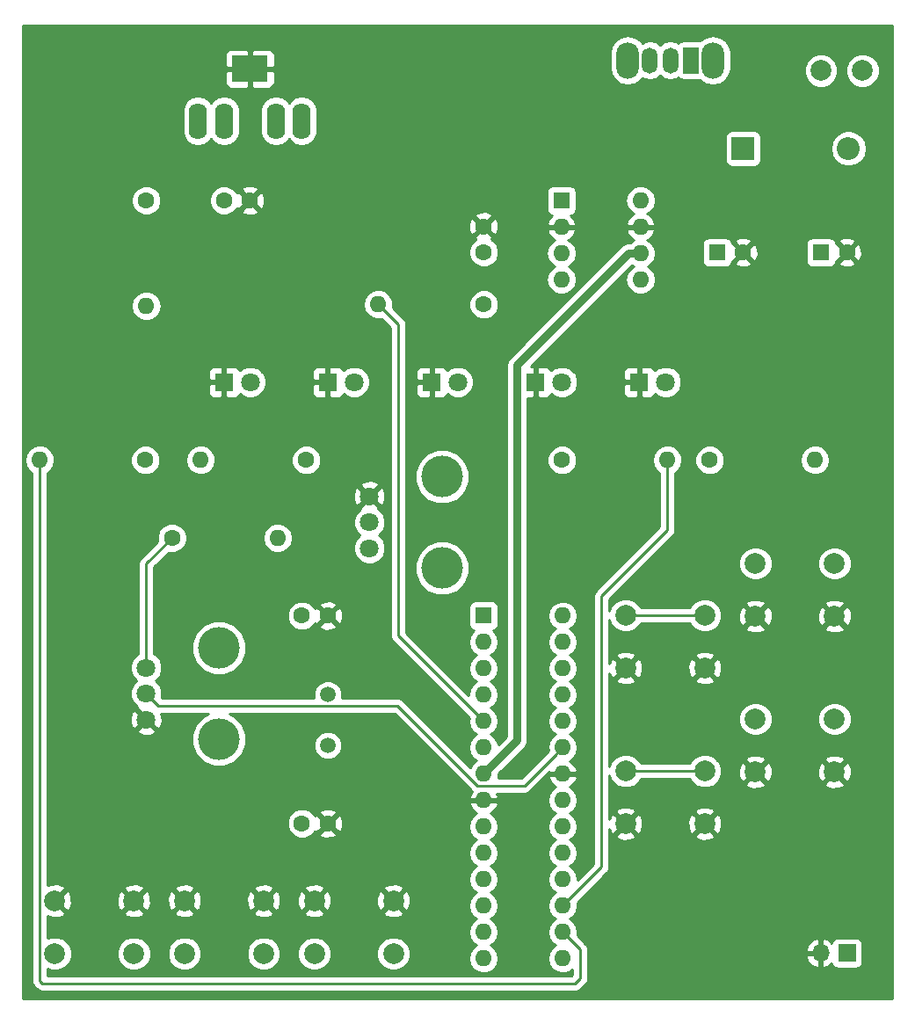
<source format=gbr>
G04 #@! TF.GenerationSoftware,KiCad,Pcbnew,(5.0.1)-3*
G04 #@! TF.CreationDate,2019-03-21T16:12:42+00:00*
G04 #@! TF.ProjectId,drumkid,6472756D6B69642E6B696361645F7063,v01*
G04 #@! TF.SameCoordinates,Original*
G04 #@! TF.FileFunction,Copper,L2,Bot,Signal*
G04 #@! TF.FilePolarity,Positive*
%FSLAX46Y46*%
G04 Gerber Fmt 4.6, Leading zero omitted, Abs format (unit mm)*
G04 Created by KiCad (PCBNEW (5.0.1)-3) date 21/03/2019 16:12:42*
%MOMM*%
%LPD*%
G01*
G04 APERTURE LIST*
G04 #@! TA.AperFunction,ComponentPad*
%ADD10R,1.700000X1.700000*%
G04 #@! TD*
G04 #@! TA.AperFunction,ComponentPad*
%ADD11O,1.700000X1.700000*%
G04 #@! TD*
G04 #@! TA.AperFunction,ComponentPad*
%ADD12R,1.600000X1.600000*%
G04 #@! TD*
G04 #@! TA.AperFunction,ComponentPad*
%ADD13C,1.600000*%
G04 #@! TD*
G04 #@! TA.AperFunction,ComponentPad*
%ADD14R,2.200000X2.200000*%
G04 #@! TD*
G04 #@! TA.AperFunction,ComponentPad*
%ADD15O,2.200000X2.200000*%
G04 #@! TD*
G04 #@! TA.AperFunction,ComponentPad*
%ADD16R,1.800000X1.800000*%
G04 #@! TD*
G04 #@! TA.AperFunction,ComponentPad*
%ADD17C,1.800000*%
G04 #@! TD*
G04 #@! TA.AperFunction,ComponentPad*
%ADD18R,3.500000X2.500000*%
G04 #@! TD*
G04 #@! TA.AperFunction,ComponentPad*
%ADD19O,1.750000X3.500000*%
G04 #@! TD*
G04 #@! TA.AperFunction,ComponentPad*
%ADD20C,2.000000*%
G04 #@! TD*
G04 #@! TA.AperFunction,ComponentPad*
%ADD21O,1.600000X1.600000*%
G04 #@! TD*
G04 #@! TA.AperFunction,WasherPad*
%ADD22C,4.000000*%
G04 #@! TD*
G04 #@! TA.AperFunction,ComponentPad*
%ADD23R,1.500000X2.500000*%
G04 #@! TD*
G04 #@! TA.AperFunction,ComponentPad*
%ADD24O,1.500000X2.500000*%
G04 #@! TD*
G04 #@! TA.AperFunction,ComponentPad*
%ADD25O,2.200000X3.500000*%
G04 #@! TD*
G04 #@! TA.AperFunction,ComponentPad*
%ADD26C,1.500000*%
G04 #@! TD*
G04 #@! TA.AperFunction,Conductor*
%ADD27C,0.250000*%
G04 #@! TD*
G04 #@! TA.AperFunction,Conductor*
%ADD28C,0.762000*%
G04 #@! TD*
G04 #@! TA.AperFunction,Conductor*
%ADD29C,0.254000*%
G04 #@! TD*
G04 APERTURE END LIST*
D10*
G04 #@! TO.P,BT1,1*
G04 #@! TO.N,Net-(BT1-Pad1)*
X125000000Y-120000000D03*
D11*
G04 #@! TO.P,BT1,2*
G04 #@! TO.N,GND*
X122460000Y-120000000D03*
G04 #@! TD*
D12*
G04 #@! TO.P,C1,1*
G04 #@! TO.N,Net-(C1-Pad1)*
X112500000Y-52500000D03*
D13*
G04 #@! TO.P,C1,2*
G04 #@! TO.N,GND*
X115000000Y-52500000D03*
G04 #@! TD*
G04 #@! TO.P,C2,2*
G04 #@! TO.N,GND*
X90000000Y-50000000D03*
G04 #@! TO.P,C2,1*
G04 #@! TO.N,Net-(C2-Pad1)*
X90000000Y-52500000D03*
G04 #@! TD*
G04 #@! TO.P,C3,1*
G04 #@! TO.N,GND*
X67500000Y-47500000D03*
G04 #@! TO.P,C3,2*
G04 #@! TO.N,Net-(C3-Pad2)*
X65000000Y-47500000D03*
G04 #@! TD*
G04 #@! TO.P,C4,2*
G04 #@! TO.N,Net-(C4-Pad2)*
X72500000Y-87500000D03*
G04 #@! TO.P,C4,1*
G04 #@! TO.N,GND*
X75000000Y-87500000D03*
G04 #@! TD*
G04 #@! TO.P,C5,1*
G04 #@! TO.N,GND*
X75000000Y-107500000D03*
G04 #@! TO.P,C5,2*
G04 #@! TO.N,Net-(C5-Pad2)*
X72500000Y-107500000D03*
G04 #@! TD*
G04 #@! TO.P,C6,2*
G04 #@! TO.N,GND*
X125000000Y-52500000D03*
D12*
G04 #@! TO.P,C6,1*
G04 #@! TO.N,+5V*
X122500000Y-52500000D03*
G04 #@! TD*
D14*
G04 #@! TO.P,D1,1*
G04 #@! TO.N,+5V*
X115000000Y-42500000D03*
D15*
G04 #@! TO.P,D1,2*
G04 #@! TO.N,Net-(D1-Pad2)*
X125160000Y-42500000D03*
G04 #@! TD*
D16*
G04 #@! TO.P,D2,1*
G04 #@! TO.N,GND*
X85000000Y-65000000D03*
D17*
G04 #@! TO.P,D2,2*
G04 #@! TO.N,Net-(D2-Pad2)*
X87540000Y-65000000D03*
G04 #@! TD*
G04 #@! TO.P,D3,2*
G04 #@! TO.N,Net-(D3-Pad2)*
X77540000Y-65000000D03*
D16*
G04 #@! TO.P,D3,1*
G04 #@! TO.N,GND*
X75000000Y-65000000D03*
G04 #@! TD*
G04 #@! TO.P,D4,1*
G04 #@! TO.N,GND*
X105000000Y-65000000D03*
D17*
G04 #@! TO.P,D4,2*
G04 #@! TO.N,Net-(D4-Pad2)*
X107540000Y-65000000D03*
G04 #@! TD*
G04 #@! TO.P,D5,2*
G04 #@! TO.N,Net-(D5-Pad2)*
X67540000Y-65000000D03*
D16*
G04 #@! TO.P,D5,1*
G04 #@! TO.N,GND*
X65000000Y-65000000D03*
G04 #@! TD*
G04 #@! TO.P,D6,1*
G04 #@! TO.N,GND*
X95000000Y-65000000D03*
D17*
G04 #@! TO.P,D6,2*
G04 #@! TO.N,Net-(D6-Pad2)*
X97540000Y-65000000D03*
G04 #@! TD*
D18*
G04 #@! TO.P,J1,S*
G04 #@! TO.N,GND*
X67500000Y-34828000D03*
D19*
G04 #@! TO.P,J1,R*
G04 #@! TO.N,Net-(J1-PadR)*
X72500000Y-39834000D03*
G04 #@! TO.P,J1,T*
X62500000Y-39834000D03*
G04 #@! TO.P,J1,RN*
G04 #@! TO.N,Net-(J1-PadRN)*
X70000000Y-39834000D03*
G04 #@! TO.P,J1,TN*
G04 #@! TO.N,Net-(J1-PadTN)*
X65000000Y-39834000D03*
G04 #@! TD*
D20*
G04 #@! TO.P,L1,1*
G04 #@! TO.N,Net-(C1-Pad1)*
X122500000Y-35000000D03*
G04 #@! TO.P,L1,2*
G04 #@! TO.N,Net-(D1-Pad2)*
X126500000Y-35000000D03*
G04 #@! TD*
D13*
G04 #@! TO.P,R1,1*
G04 #@! TO.N,Net-(C3-Pad2)*
X57500000Y-47500000D03*
D21*
G04 #@! TO.P,R1,2*
G04 #@! TO.N,Net-(R1-Pad2)*
X57500000Y-57660000D03*
G04 #@! TD*
G04 #@! TO.P,R2,2*
G04 #@! TO.N,Net-(R2-Pad2)*
X70160000Y-80000000D03*
D13*
G04 #@! TO.P,R2,1*
G04 #@! TO.N,+5V*
X60000000Y-80000000D03*
G04 #@! TD*
G04 #@! TO.P,R3,1*
G04 #@! TO.N,Net-(D2-Pad2)*
X90000000Y-57500000D03*
D21*
G04 #@! TO.P,R3,2*
G04 #@! TO.N,Net-(R3-Pad2)*
X79840000Y-57500000D03*
G04 #@! TD*
G04 #@! TO.P,R4,2*
G04 #@! TO.N,Net-(R4-Pad2)*
X62738000Y-72500000D03*
D13*
G04 #@! TO.P,R4,1*
G04 #@! TO.N,Net-(D3-Pad2)*
X72898000Y-72500000D03*
G04 #@! TD*
G04 #@! TO.P,R5,1*
G04 #@! TO.N,Net-(D4-Pad2)*
X111760000Y-72500000D03*
D21*
G04 #@! TO.P,R5,2*
G04 #@! TO.N,Net-(R5-Pad2)*
X121920000Y-72500000D03*
G04 #@! TD*
G04 #@! TO.P,R6,2*
G04 #@! TO.N,Net-(R6-Pad2)*
X47244000Y-72500000D03*
D13*
G04 #@! TO.P,R6,1*
G04 #@! TO.N,Net-(D5-Pad2)*
X57404000Y-72500000D03*
G04 #@! TD*
G04 #@! TO.P,R7,1*
G04 #@! TO.N,Net-(D6-Pad2)*
X97536000Y-72500000D03*
D21*
G04 #@! TO.P,R7,2*
G04 #@! TO.N,Net-(R7-Pad2)*
X107696000Y-72500000D03*
G04 #@! TD*
D17*
G04 #@! TO.P,RV1,3*
G04 #@! TO.N,GND*
X79000000Y-76000000D03*
G04 #@! TO.P,RV1,2*
G04 #@! TO.N,Net-(J1-PadR)*
X79000000Y-78500000D03*
G04 #@! TO.P,RV1,1*
G04 #@! TO.N,Net-(C3-Pad2)*
X79000000Y-81000000D03*
D22*
G04 #@! TO.P,RV1,*
G04 #@! TO.N,*
X86000000Y-74100000D03*
X86000000Y-82900000D03*
G04 #@! TD*
G04 #@! TO.P,RV2,*
G04 #@! TO.N,*
X64500000Y-99400000D03*
X64500000Y-90600000D03*
D17*
G04 #@! TO.P,RV2,1*
G04 #@! TO.N,GND*
X57500000Y-97500000D03*
G04 #@! TO.P,RV2,2*
G04 #@! TO.N,Net-(RV2-Pad2)*
X57500000Y-95000000D03*
G04 #@! TO.P,RV2,3*
G04 #@! TO.N,+5V*
X57500000Y-92500000D03*
G04 #@! TD*
D23*
G04 #@! TO.P,SW1,1*
G04 #@! TO.N,Net-(C1-Pad1)*
X110000000Y-34000000D03*
D24*
G04 #@! TO.P,SW1,2*
G04 #@! TO.N,Net-(BT1-Pad1)*
X108000000Y-34000000D03*
G04 #@! TO.P,SW1,3*
G04 #@! TO.N,Net-(SW1-Pad3)*
X106000000Y-34000000D03*
D25*
G04 #@! TO.P,SW1,*
G04 #@! TO.N,*
X112100000Y-34000000D03*
X103900000Y-34000000D03*
G04 #@! TD*
D20*
G04 #@! TO.P,SW2,2*
G04 #@! TO.N,GND*
X103690000Y-92540000D03*
G04 #@! TO.P,SW2,1*
G04 #@! TO.N,Net-(SW2-Pad1)*
X103690000Y-87460000D03*
G04 #@! TO.P,SW2,2*
G04 #@! TO.N,GND*
X111310000Y-92540000D03*
G04 #@! TO.P,SW2,1*
G04 #@! TO.N,Net-(SW2-Pad1)*
X111310000Y-87460000D03*
G04 #@! TD*
G04 #@! TO.P,SW3,2*
G04 #@! TO.N,GND*
X68810000Y-114960000D03*
G04 #@! TO.P,SW3,1*
G04 #@! TO.N,Net-(SW3-Pad1)*
X68810000Y-120040000D03*
G04 #@! TO.P,SW3,2*
G04 #@! TO.N,GND*
X61190000Y-114960000D03*
G04 #@! TO.P,SW3,1*
G04 #@! TO.N,Net-(SW3-Pad1)*
X61190000Y-120040000D03*
G04 #@! TD*
G04 #@! TO.P,SW4,1*
G04 #@! TO.N,Net-(SW4-Pad1)*
X48690000Y-120040000D03*
G04 #@! TO.P,SW4,2*
G04 #@! TO.N,GND*
X48690000Y-114960000D03*
G04 #@! TO.P,SW4,1*
G04 #@! TO.N,Net-(SW4-Pad1)*
X56310000Y-120040000D03*
G04 #@! TO.P,SW4,2*
G04 #@! TO.N,GND*
X56310000Y-114960000D03*
G04 #@! TD*
G04 #@! TO.P,SW5,2*
G04 #@! TO.N,GND*
X116190000Y-87540000D03*
G04 #@! TO.P,SW5,1*
G04 #@! TO.N,Net-(SW5-Pad1)*
X116190000Y-82460000D03*
G04 #@! TO.P,SW5,2*
G04 #@! TO.N,GND*
X123810000Y-87540000D03*
G04 #@! TO.P,SW5,1*
G04 #@! TO.N,Net-(SW5-Pad1)*
X123810000Y-82460000D03*
G04 #@! TD*
G04 #@! TO.P,SW6,1*
G04 #@! TO.N,Net-(SW6-Pad1)*
X111310000Y-102460000D03*
G04 #@! TO.P,SW6,2*
G04 #@! TO.N,GND*
X111310000Y-107540000D03*
G04 #@! TO.P,SW6,1*
G04 #@! TO.N,Net-(SW6-Pad1)*
X103690000Y-102460000D03*
G04 #@! TO.P,SW6,2*
G04 #@! TO.N,GND*
X103690000Y-107540000D03*
G04 #@! TD*
G04 #@! TO.P,SW7,2*
G04 #@! TO.N,GND*
X81310000Y-114960000D03*
G04 #@! TO.P,SW7,1*
G04 #@! TO.N,Net-(SW7-Pad1)*
X81310000Y-120040000D03*
G04 #@! TO.P,SW7,2*
G04 #@! TO.N,GND*
X73690000Y-114960000D03*
G04 #@! TO.P,SW7,1*
G04 #@! TO.N,Net-(SW7-Pad1)*
X73690000Y-120040000D03*
G04 #@! TD*
G04 #@! TO.P,SW8,1*
G04 #@! TO.N,Net-(SW8-Pad1)*
X123810000Y-97460000D03*
G04 #@! TO.P,SW8,2*
G04 #@! TO.N,GND*
X123810000Y-102540000D03*
G04 #@! TO.P,SW8,1*
G04 #@! TO.N,Net-(SW8-Pad1)*
X116190000Y-97460000D03*
G04 #@! TO.P,SW8,2*
G04 #@! TO.N,GND*
X116190000Y-102540000D03*
G04 #@! TD*
D12*
G04 #@! TO.P,U1,1*
G04 #@! TO.N,Net-(R2-Pad2)*
X90000000Y-87500000D03*
D21*
G04 #@! TO.P,U1,15*
G04 #@! TO.N,Net-(R1-Pad2)*
X97620000Y-120520000D03*
G04 #@! TO.P,U1,2*
G04 #@! TO.N,Net-(SW4-Pad1)*
X90000000Y-90040000D03*
G04 #@! TO.P,U1,16*
G04 #@! TO.N,Net-(R6-Pad2)*
X97620000Y-117980000D03*
G04 #@! TO.P,U1,3*
G04 #@! TO.N,Net-(U1-Pad3)*
X90000000Y-92580000D03*
G04 #@! TO.P,U1,17*
G04 #@! TO.N,Net-(R7-Pad2)*
X97620000Y-115440000D03*
G04 #@! TO.P,U1,4*
G04 #@! TO.N,Net-(SW2-Pad1)*
X90000000Y-95120000D03*
G04 #@! TO.P,U1,18*
G04 #@! TO.N,Net-(SW6-Pad1)*
X97620000Y-112900000D03*
G04 #@! TO.P,U1,5*
G04 #@! TO.N,Net-(R3-Pad2)*
X90000000Y-97660000D03*
G04 #@! TO.P,U1,19*
G04 #@! TO.N,Net-(SW7-Pad1)*
X97620000Y-110360000D03*
G04 #@! TO.P,U1,6*
G04 #@! TO.N,Net-(SW5-Pad1)*
X90000000Y-100200000D03*
G04 #@! TO.P,U1,20*
G04 #@! TO.N,+5V*
X97620000Y-107820000D03*
G04 #@! TO.P,U1,7*
X90000000Y-102740000D03*
G04 #@! TO.P,U1,21*
G04 #@! TO.N,Net-(U1-Pad21)*
X97620000Y-105280000D03*
G04 #@! TO.P,U1,8*
G04 #@! TO.N,GND*
X90000000Y-105280000D03*
G04 #@! TO.P,U1,22*
X97620000Y-102740000D03*
G04 #@! TO.P,U1,9*
G04 #@! TO.N,Net-(C4-Pad2)*
X90000000Y-107820000D03*
G04 #@! TO.P,U1,23*
G04 #@! TO.N,Net-(RV2-Pad2)*
X97620000Y-100200000D03*
G04 #@! TO.P,U1,10*
G04 #@! TO.N,Net-(C5-Pad2)*
X90000000Y-110360000D03*
G04 #@! TO.P,U1,24*
G04 #@! TO.N,Net-(U1-Pad24)*
X97620000Y-97660000D03*
G04 #@! TO.P,U1,11*
G04 #@! TO.N,Net-(R4-Pad2)*
X90000000Y-112900000D03*
G04 #@! TO.P,U1,25*
G04 #@! TO.N,Net-(U1-Pad25)*
X97620000Y-95120000D03*
G04 #@! TO.P,U1,12*
G04 #@! TO.N,Net-(R5-Pad2)*
X90000000Y-115440000D03*
G04 #@! TO.P,U1,26*
G04 #@! TO.N,Net-(U1-Pad26)*
X97620000Y-92580000D03*
G04 #@! TO.P,U1,13*
G04 #@! TO.N,Net-(SW8-Pad1)*
X90000000Y-117980000D03*
G04 #@! TO.P,U1,27*
G04 #@! TO.N,Net-(U1-Pad27)*
X97620000Y-90040000D03*
G04 #@! TO.P,U1,14*
G04 #@! TO.N,Net-(SW3-Pad1)*
X90000000Y-120520000D03*
G04 #@! TO.P,U1,28*
G04 #@! TO.N,Net-(U1-Pad28)*
X97620000Y-87500000D03*
G04 #@! TD*
D12*
G04 #@! TO.P,U2,1*
G04 #@! TO.N,Net-(C1-Pad1)*
X97500000Y-47500000D03*
D21*
G04 #@! TO.P,U2,5*
X105120000Y-55120000D03*
G04 #@! TO.P,U2,2*
G04 #@! TO.N,GND*
X97500000Y-50040000D03*
G04 #@! TO.P,U2,6*
G04 #@! TO.N,+5V*
X105120000Y-52580000D03*
G04 #@! TO.P,U2,3*
G04 #@! TO.N,Net-(C2-Pad1)*
X97500000Y-52580000D03*
G04 #@! TO.P,U2,7*
G04 #@! TO.N,GND*
X105120000Y-50040000D03*
G04 #@! TO.P,U2,4*
G04 #@! TO.N,Net-(U2-Pad4)*
X97500000Y-55120000D03*
G04 #@! TO.P,U2,8*
G04 #@! TO.N,Net-(D1-Pad2)*
X105120000Y-47500000D03*
G04 #@! TD*
D26*
G04 #@! TO.P,Y1,1*
G04 #@! TO.N,Net-(C5-Pad2)*
X75000000Y-100000000D03*
G04 #@! TO.P,Y1,2*
G04 #@! TO.N,Net-(C4-Pad2)*
X75000000Y-95120000D03*
G04 #@! TD*
D27*
G04 #@! TO.N,+5V*
X57500000Y-82500000D02*
X60000000Y-80000000D01*
X57500000Y-92500000D02*
X57500000Y-82500000D01*
D28*
X103988630Y-52580000D02*
X105120000Y-52580000D01*
X93218000Y-63350630D02*
X103988630Y-52580000D01*
X93218000Y-99522000D02*
X93218000Y-63350630D01*
X90000000Y-102740000D02*
X93218000Y-99522000D01*
D27*
G04 #@! TO.N,Net-(R3-Pad2)*
X89200001Y-96860001D02*
X90000000Y-97660000D01*
X81788000Y-89448000D02*
X89200001Y-96860001D01*
X81788000Y-59448000D02*
X81788000Y-89448000D01*
X79840000Y-57500000D02*
X81788000Y-59448000D01*
G04 #@! TO.N,Net-(R6-Pad2)*
X47244000Y-72500000D02*
X47244000Y-122682000D01*
X47244000Y-122682000D02*
X47498000Y-122936000D01*
X47498000Y-122936000D02*
X98806000Y-122936000D01*
X98806000Y-122936000D02*
X99314000Y-122428000D01*
X99314000Y-119674000D02*
X97620000Y-117980000D01*
X99314000Y-122428000D02*
X99314000Y-119674000D01*
G04 #@! TO.N,Net-(R7-Pad2)*
X107696000Y-72500000D02*
X107696000Y-79248000D01*
X107696000Y-79248000D02*
X101346000Y-85598000D01*
X101346000Y-111714000D02*
X97620000Y-115440000D01*
X101346000Y-85598000D02*
X101346000Y-111714000D01*
G04 #@! TO.N,Net-(RV2-Pad2)*
X96820001Y-100999999D02*
X97620000Y-100200000D01*
X93954999Y-103865001D02*
X96820001Y-100999999D01*
X89387001Y-103865001D02*
X93954999Y-103865001D01*
X81717001Y-96195001D02*
X89387001Y-103865001D01*
X58695001Y-96195001D02*
X81717001Y-96195001D01*
X57500000Y-95000000D02*
X58695001Y-96195001D01*
G04 #@! TO.N,Net-(SW2-Pad1)*
X105104213Y-87460000D02*
X111310000Y-87460000D01*
X103690000Y-87460000D02*
X105104213Y-87460000D01*
G04 #@! TO.N,Net-(SW6-Pad1)*
X103690000Y-102460000D02*
X111310000Y-102460000D01*
G04 #@! TD*
D29*
G04 #@! TO.N,GND*
G36*
X129352300Y-124352300D02*
X45647700Y-124352300D01*
X45647700Y-72500000D01*
X45780887Y-72500000D01*
X45892260Y-73059909D01*
X46209423Y-73534577D01*
X46484000Y-73718043D01*
X46484001Y-122607148D01*
X46469112Y-122682000D01*
X46484001Y-122756852D01*
X46528097Y-122978537D01*
X46696072Y-123229929D01*
X46759528Y-123272329D01*
X46907669Y-123420470D01*
X46950071Y-123483929D01*
X47201463Y-123651904D01*
X47423148Y-123696000D01*
X47423152Y-123696000D01*
X47497999Y-123710888D01*
X47572846Y-123696000D01*
X98731153Y-123696000D01*
X98806000Y-123710888D01*
X98880847Y-123696000D01*
X98880852Y-123696000D01*
X99102537Y-123651904D01*
X99353929Y-123483929D01*
X99396330Y-123420471D01*
X99798475Y-123018327D01*
X99861929Y-122975929D01*
X99904327Y-122912476D01*
X99904329Y-122912474D01*
X100029903Y-122724538D01*
X100029904Y-122724537D01*
X100074000Y-122502852D01*
X100074000Y-122502848D01*
X100088888Y-122428001D01*
X100074000Y-122353154D01*
X100074000Y-120356892D01*
X121018514Y-120356892D01*
X121264817Y-120881358D01*
X121693076Y-121271645D01*
X122103110Y-121441476D01*
X122333000Y-121320155D01*
X122333000Y-120127000D01*
X121139181Y-120127000D01*
X121018514Y-120356892D01*
X100074000Y-120356892D01*
X100074000Y-119748848D01*
X100088888Y-119674000D01*
X100082744Y-119643108D01*
X121018514Y-119643108D01*
X121139181Y-119873000D01*
X122333000Y-119873000D01*
X122333000Y-118679845D01*
X122587000Y-118679845D01*
X122587000Y-119873000D01*
X122607000Y-119873000D01*
X122607000Y-120127000D01*
X122587000Y-120127000D01*
X122587000Y-121320155D01*
X122816890Y-121441476D01*
X123226924Y-121271645D01*
X123531261Y-120994292D01*
X123551843Y-121097765D01*
X123692191Y-121307809D01*
X123902235Y-121448157D01*
X124150000Y-121497440D01*
X125850000Y-121497440D01*
X126097765Y-121448157D01*
X126307809Y-121307809D01*
X126448157Y-121097765D01*
X126497440Y-120850000D01*
X126497440Y-119150000D01*
X126448157Y-118902235D01*
X126307809Y-118692191D01*
X126097765Y-118551843D01*
X125850000Y-118502560D01*
X124150000Y-118502560D01*
X123902235Y-118551843D01*
X123692191Y-118692191D01*
X123551843Y-118902235D01*
X123531261Y-119005708D01*
X123226924Y-118728355D01*
X122816890Y-118558524D01*
X122587000Y-118679845D01*
X122333000Y-118679845D01*
X122103110Y-118558524D01*
X121693076Y-118728355D01*
X121264817Y-119118642D01*
X121018514Y-119643108D01*
X100082744Y-119643108D01*
X100074000Y-119599152D01*
X100074000Y-119599148D01*
X100029904Y-119377463D01*
X100029904Y-119377462D01*
X99904329Y-119189527D01*
X99861929Y-119126071D01*
X99798473Y-119083671D01*
X99018688Y-118303886D01*
X99083113Y-117980000D01*
X98971740Y-117420091D01*
X98654577Y-116945423D01*
X98302242Y-116710000D01*
X98654577Y-116474577D01*
X98971740Y-115999909D01*
X99083113Y-115440000D01*
X99018688Y-115116113D01*
X101830473Y-112304329D01*
X101893929Y-112261929D01*
X101936924Y-112197582D01*
X102061904Y-112010538D01*
X102090769Y-111865423D01*
X102106000Y-111788852D01*
X102106000Y-111788848D01*
X102120888Y-111714000D01*
X102106000Y-111639152D01*
X102106000Y-108692532D01*
X102717073Y-108692532D01*
X102815736Y-108959387D01*
X103425461Y-109185908D01*
X104075460Y-109161856D01*
X104564264Y-108959387D01*
X104662927Y-108692532D01*
X110337073Y-108692532D01*
X110435736Y-108959387D01*
X111045461Y-109185908D01*
X111695460Y-109161856D01*
X112184264Y-108959387D01*
X112282927Y-108692532D01*
X111310000Y-107719605D01*
X110337073Y-108692532D01*
X104662927Y-108692532D01*
X103690000Y-107719605D01*
X102717073Y-108692532D01*
X102106000Y-108692532D01*
X102106000Y-108016853D01*
X102270613Y-108414264D01*
X102537468Y-108512927D01*
X103510395Y-107540000D01*
X103869605Y-107540000D01*
X104842532Y-108512927D01*
X105109387Y-108414264D01*
X105335908Y-107804539D01*
X105316331Y-107275461D01*
X109664092Y-107275461D01*
X109688144Y-107925460D01*
X109890613Y-108414264D01*
X110157468Y-108512927D01*
X111130395Y-107540000D01*
X111489605Y-107540000D01*
X112462532Y-108512927D01*
X112729387Y-108414264D01*
X112955908Y-107804539D01*
X112931856Y-107154540D01*
X112729387Y-106665736D01*
X112462532Y-106567073D01*
X111489605Y-107540000D01*
X111130395Y-107540000D01*
X110157468Y-106567073D01*
X109890613Y-106665736D01*
X109664092Y-107275461D01*
X105316331Y-107275461D01*
X105311856Y-107154540D01*
X105109387Y-106665736D01*
X104842532Y-106567073D01*
X103869605Y-107540000D01*
X103510395Y-107540000D01*
X102537468Y-106567073D01*
X102270613Y-106665736D01*
X102106000Y-107108824D01*
X102106000Y-106387468D01*
X102717073Y-106387468D01*
X103690000Y-107360395D01*
X104662927Y-106387468D01*
X110337073Y-106387468D01*
X111310000Y-107360395D01*
X112282927Y-106387468D01*
X112184264Y-106120613D01*
X111574539Y-105894092D01*
X110924540Y-105918144D01*
X110435736Y-106120613D01*
X110337073Y-106387468D01*
X104662927Y-106387468D01*
X104564264Y-106120613D01*
X103954539Y-105894092D01*
X103304540Y-105918144D01*
X102815736Y-106120613D01*
X102717073Y-106387468D01*
X102106000Y-106387468D01*
X102106000Y-102908347D01*
X102303914Y-103386153D01*
X102763847Y-103846086D01*
X103364778Y-104095000D01*
X104015222Y-104095000D01*
X104616153Y-103846086D01*
X105076086Y-103386153D01*
X105144909Y-103220000D01*
X109855091Y-103220000D01*
X109923914Y-103386153D01*
X110383847Y-103846086D01*
X110984778Y-104095000D01*
X111635222Y-104095000D01*
X112236153Y-103846086D01*
X112389707Y-103692532D01*
X115217073Y-103692532D01*
X115315736Y-103959387D01*
X115925461Y-104185908D01*
X116575460Y-104161856D01*
X117064264Y-103959387D01*
X117162927Y-103692532D01*
X122837073Y-103692532D01*
X122935736Y-103959387D01*
X123545461Y-104185908D01*
X124195460Y-104161856D01*
X124684264Y-103959387D01*
X124782927Y-103692532D01*
X123810000Y-102719605D01*
X122837073Y-103692532D01*
X117162927Y-103692532D01*
X116190000Y-102719605D01*
X115217073Y-103692532D01*
X112389707Y-103692532D01*
X112696086Y-103386153D01*
X112945000Y-102785222D01*
X112945000Y-102275461D01*
X114544092Y-102275461D01*
X114568144Y-102925460D01*
X114770613Y-103414264D01*
X115037468Y-103512927D01*
X116010395Y-102540000D01*
X116369605Y-102540000D01*
X117342532Y-103512927D01*
X117609387Y-103414264D01*
X117835908Y-102804539D01*
X117816331Y-102275461D01*
X122164092Y-102275461D01*
X122188144Y-102925460D01*
X122390613Y-103414264D01*
X122657468Y-103512927D01*
X123630395Y-102540000D01*
X123989605Y-102540000D01*
X124962532Y-103512927D01*
X125229387Y-103414264D01*
X125455908Y-102804539D01*
X125431856Y-102154540D01*
X125229387Y-101665736D01*
X124962532Y-101567073D01*
X123989605Y-102540000D01*
X123630395Y-102540000D01*
X122657468Y-101567073D01*
X122390613Y-101665736D01*
X122164092Y-102275461D01*
X117816331Y-102275461D01*
X117811856Y-102154540D01*
X117609387Y-101665736D01*
X117342532Y-101567073D01*
X116369605Y-102540000D01*
X116010395Y-102540000D01*
X115037468Y-101567073D01*
X114770613Y-101665736D01*
X114544092Y-102275461D01*
X112945000Y-102275461D01*
X112945000Y-102134778D01*
X112696086Y-101533847D01*
X112549707Y-101387468D01*
X115217073Y-101387468D01*
X116190000Y-102360395D01*
X117162927Y-101387468D01*
X122837073Y-101387468D01*
X123810000Y-102360395D01*
X124782927Y-101387468D01*
X124684264Y-101120613D01*
X124074539Y-100894092D01*
X123424540Y-100918144D01*
X122935736Y-101120613D01*
X122837073Y-101387468D01*
X117162927Y-101387468D01*
X117064264Y-101120613D01*
X116454539Y-100894092D01*
X115804540Y-100918144D01*
X115315736Y-101120613D01*
X115217073Y-101387468D01*
X112549707Y-101387468D01*
X112236153Y-101073914D01*
X111635222Y-100825000D01*
X110984778Y-100825000D01*
X110383847Y-101073914D01*
X109923914Y-101533847D01*
X109855091Y-101700000D01*
X105144909Y-101700000D01*
X105076086Y-101533847D01*
X104616153Y-101073914D01*
X104015222Y-100825000D01*
X103364778Y-100825000D01*
X102763847Y-101073914D01*
X102303914Y-101533847D01*
X102106000Y-102011653D01*
X102106000Y-97134778D01*
X114555000Y-97134778D01*
X114555000Y-97785222D01*
X114803914Y-98386153D01*
X115263847Y-98846086D01*
X115864778Y-99095000D01*
X116515222Y-99095000D01*
X117116153Y-98846086D01*
X117576086Y-98386153D01*
X117825000Y-97785222D01*
X117825000Y-97134778D01*
X122175000Y-97134778D01*
X122175000Y-97785222D01*
X122423914Y-98386153D01*
X122883847Y-98846086D01*
X123484778Y-99095000D01*
X124135222Y-99095000D01*
X124736153Y-98846086D01*
X125196086Y-98386153D01*
X125445000Y-97785222D01*
X125445000Y-97134778D01*
X125196086Y-96533847D01*
X124736153Y-96073914D01*
X124135222Y-95825000D01*
X123484778Y-95825000D01*
X122883847Y-96073914D01*
X122423914Y-96533847D01*
X122175000Y-97134778D01*
X117825000Y-97134778D01*
X117576086Y-96533847D01*
X117116153Y-96073914D01*
X116515222Y-95825000D01*
X115864778Y-95825000D01*
X115263847Y-96073914D01*
X114803914Y-96533847D01*
X114555000Y-97134778D01*
X102106000Y-97134778D01*
X102106000Y-93692532D01*
X102717073Y-93692532D01*
X102815736Y-93959387D01*
X103425461Y-94185908D01*
X104075460Y-94161856D01*
X104564264Y-93959387D01*
X104662927Y-93692532D01*
X110337073Y-93692532D01*
X110435736Y-93959387D01*
X111045461Y-94185908D01*
X111695460Y-94161856D01*
X112184264Y-93959387D01*
X112282927Y-93692532D01*
X111310000Y-92719605D01*
X110337073Y-93692532D01*
X104662927Y-93692532D01*
X103690000Y-92719605D01*
X102717073Y-93692532D01*
X102106000Y-93692532D01*
X102106000Y-93016853D01*
X102270613Y-93414264D01*
X102537468Y-93512927D01*
X103510395Y-92540000D01*
X103869605Y-92540000D01*
X104842532Y-93512927D01*
X105109387Y-93414264D01*
X105335908Y-92804539D01*
X105316331Y-92275461D01*
X109664092Y-92275461D01*
X109688144Y-92925460D01*
X109890613Y-93414264D01*
X110157468Y-93512927D01*
X111130395Y-92540000D01*
X111489605Y-92540000D01*
X112462532Y-93512927D01*
X112729387Y-93414264D01*
X112955908Y-92804539D01*
X112931856Y-92154540D01*
X112729387Y-91665736D01*
X112462532Y-91567073D01*
X111489605Y-92540000D01*
X111130395Y-92540000D01*
X110157468Y-91567073D01*
X109890613Y-91665736D01*
X109664092Y-92275461D01*
X105316331Y-92275461D01*
X105311856Y-92154540D01*
X105109387Y-91665736D01*
X104842532Y-91567073D01*
X103869605Y-92540000D01*
X103510395Y-92540000D01*
X102537468Y-91567073D01*
X102270613Y-91665736D01*
X102106000Y-92108824D01*
X102106000Y-91387468D01*
X102717073Y-91387468D01*
X103690000Y-92360395D01*
X104662927Y-91387468D01*
X110337073Y-91387468D01*
X111310000Y-92360395D01*
X112282927Y-91387468D01*
X112184264Y-91120613D01*
X111574539Y-90894092D01*
X110924540Y-90918144D01*
X110435736Y-91120613D01*
X110337073Y-91387468D01*
X104662927Y-91387468D01*
X104564264Y-91120613D01*
X103954539Y-90894092D01*
X103304540Y-90918144D01*
X102815736Y-91120613D01*
X102717073Y-91387468D01*
X102106000Y-91387468D01*
X102106000Y-87908347D01*
X102303914Y-88386153D01*
X102763847Y-88846086D01*
X103364778Y-89095000D01*
X104015222Y-89095000D01*
X104616153Y-88846086D01*
X105076086Y-88386153D01*
X105144909Y-88220000D01*
X109855091Y-88220000D01*
X109923914Y-88386153D01*
X110383847Y-88846086D01*
X110984778Y-89095000D01*
X111635222Y-89095000D01*
X112236153Y-88846086D01*
X112389707Y-88692532D01*
X115217073Y-88692532D01*
X115315736Y-88959387D01*
X115925461Y-89185908D01*
X116575460Y-89161856D01*
X117064264Y-88959387D01*
X117162927Y-88692532D01*
X122837073Y-88692532D01*
X122935736Y-88959387D01*
X123545461Y-89185908D01*
X124195460Y-89161856D01*
X124684264Y-88959387D01*
X124782927Y-88692532D01*
X123810000Y-87719605D01*
X122837073Y-88692532D01*
X117162927Y-88692532D01*
X116190000Y-87719605D01*
X115217073Y-88692532D01*
X112389707Y-88692532D01*
X112696086Y-88386153D01*
X112945000Y-87785222D01*
X112945000Y-87275461D01*
X114544092Y-87275461D01*
X114568144Y-87925460D01*
X114770613Y-88414264D01*
X115037468Y-88512927D01*
X116010395Y-87540000D01*
X116369605Y-87540000D01*
X117342532Y-88512927D01*
X117609387Y-88414264D01*
X117835908Y-87804539D01*
X117816331Y-87275461D01*
X122164092Y-87275461D01*
X122188144Y-87925460D01*
X122390613Y-88414264D01*
X122657468Y-88512927D01*
X123630395Y-87540000D01*
X123989605Y-87540000D01*
X124962532Y-88512927D01*
X125229387Y-88414264D01*
X125455908Y-87804539D01*
X125431856Y-87154540D01*
X125229387Y-86665736D01*
X124962532Y-86567073D01*
X123989605Y-87540000D01*
X123630395Y-87540000D01*
X122657468Y-86567073D01*
X122390613Y-86665736D01*
X122164092Y-87275461D01*
X117816331Y-87275461D01*
X117811856Y-87154540D01*
X117609387Y-86665736D01*
X117342532Y-86567073D01*
X116369605Y-87540000D01*
X116010395Y-87540000D01*
X115037468Y-86567073D01*
X114770613Y-86665736D01*
X114544092Y-87275461D01*
X112945000Y-87275461D01*
X112945000Y-87134778D01*
X112696086Y-86533847D01*
X112549707Y-86387468D01*
X115217073Y-86387468D01*
X116190000Y-87360395D01*
X117162927Y-86387468D01*
X122837073Y-86387468D01*
X123810000Y-87360395D01*
X124782927Y-86387468D01*
X124684264Y-86120613D01*
X124074539Y-85894092D01*
X123424540Y-85918144D01*
X122935736Y-86120613D01*
X122837073Y-86387468D01*
X117162927Y-86387468D01*
X117064264Y-86120613D01*
X116454539Y-85894092D01*
X115804540Y-85918144D01*
X115315736Y-86120613D01*
X115217073Y-86387468D01*
X112549707Y-86387468D01*
X112236153Y-86073914D01*
X111635222Y-85825000D01*
X110984778Y-85825000D01*
X110383847Y-86073914D01*
X109923914Y-86533847D01*
X109855091Y-86700000D01*
X105144909Y-86700000D01*
X105076086Y-86533847D01*
X104616153Y-86073914D01*
X104015222Y-85825000D01*
X103364778Y-85825000D01*
X102763847Y-86073914D01*
X102303914Y-86533847D01*
X102106000Y-87011653D01*
X102106000Y-85912801D01*
X105884023Y-82134778D01*
X114555000Y-82134778D01*
X114555000Y-82785222D01*
X114803914Y-83386153D01*
X115263847Y-83846086D01*
X115864778Y-84095000D01*
X116515222Y-84095000D01*
X117116153Y-83846086D01*
X117576086Y-83386153D01*
X117825000Y-82785222D01*
X117825000Y-82134778D01*
X122175000Y-82134778D01*
X122175000Y-82785222D01*
X122423914Y-83386153D01*
X122883847Y-83846086D01*
X123484778Y-84095000D01*
X124135222Y-84095000D01*
X124736153Y-83846086D01*
X125196086Y-83386153D01*
X125445000Y-82785222D01*
X125445000Y-82134778D01*
X125196086Y-81533847D01*
X124736153Y-81073914D01*
X124135222Y-80825000D01*
X123484778Y-80825000D01*
X122883847Y-81073914D01*
X122423914Y-81533847D01*
X122175000Y-82134778D01*
X117825000Y-82134778D01*
X117576086Y-81533847D01*
X117116153Y-81073914D01*
X116515222Y-80825000D01*
X115864778Y-80825000D01*
X115263847Y-81073914D01*
X114803914Y-81533847D01*
X114555000Y-82134778D01*
X105884023Y-82134778D01*
X108180473Y-79838329D01*
X108243929Y-79795929D01*
X108411904Y-79544537D01*
X108456000Y-79322852D01*
X108456000Y-79322848D01*
X108470888Y-79248001D01*
X108456000Y-79173154D01*
X108456000Y-73718043D01*
X108730577Y-73534577D01*
X109047740Y-73059909D01*
X109159113Y-72500000D01*
X109102336Y-72214561D01*
X110325000Y-72214561D01*
X110325000Y-72785439D01*
X110543466Y-73312862D01*
X110947138Y-73716534D01*
X111474561Y-73935000D01*
X112045439Y-73935000D01*
X112572862Y-73716534D01*
X112976534Y-73312862D01*
X113195000Y-72785439D01*
X113195000Y-72500000D01*
X120456887Y-72500000D01*
X120568260Y-73059909D01*
X120885423Y-73534577D01*
X121360091Y-73851740D01*
X121778667Y-73935000D01*
X122061333Y-73935000D01*
X122479909Y-73851740D01*
X122954577Y-73534577D01*
X123271740Y-73059909D01*
X123383113Y-72500000D01*
X123271740Y-71940091D01*
X122954577Y-71465423D01*
X122479909Y-71148260D01*
X122061333Y-71065000D01*
X121778667Y-71065000D01*
X121360091Y-71148260D01*
X120885423Y-71465423D01*
X120568260Y-71940091D01*
X120456887Y-72500000D01*
X113195000Y-72500000D01*
X113195000Y-72214561D01*
X112976534Y-71687138D01*
X112572862Y-71283466D01*
X112045439Y-71065000D01*
X111474561Y-71065000D01*
X110947138Y-71283466D01*
X110543466Y-71687138D01*
X110325000Y-72214561D01*
X109102336Y-72214561D01*
X109047740Y-71940091D01*
X108730577Y-71465423D01*
X108255909Y-71148260D01*
X107837333Y-71065000D01*
X107554667Y-71065000D01*
X107136091Y-71148260D01*
X106661423Y-71465423D01*
X106344260Y-71940091D01*
X106232887Y-72500000D01*
X106344260Y-73059909D01*
X106661423Y-73534577D01*
X106936000Y-73718044D01*
X106936001Y-78933197D01*
X100861530Y-85007669D01*
X100798071Y-85050071D01*
X100630096Y-85301464D01*
X100586000Y-85523149D01*
X100586000Y-85523153D01*
X100571112Y-85598000D01*
X100586000Y-85672847D01*
X100586001Y-111399197D01*
X99082595Y-112902603D01*
X99083113Y-112900000D01*
X98971740Y-112340091D01*
X98654577Y-111865423D01*
X98302242Y-111630000D01*
X98654577Y-111394577D01*
X98971740Y-110919909D01*
X99083113Y-110360000D01*
X98971740Y-109800091D01*
X98654577Y-109325423D01*
X98302242Y-109090000D01*
X98654577Y-108854577D01*
X98971740Y-108379909D01*
X99083113Y-107820000D01*
X98971740Y-107260091D01*
X98654577Y-106785423D01*
X98302242Y-106550000D01*
X98654577Y-106314577D01*
X98971740Y-105839909D01*
X99083113Y-105280000D01*
X98971740Y-104720091D01*
X98654577Y-104245423D01*
X98270892Y-103989053D01*
X98475134Y-103892389D01*
X98851041Y-103477423D01*
X99011904Y-103089039D01*
X98889915Y-102867000D01*
X97747000Y-102867000D01*
X97747000Y-102887000D01*
X97493000Y-102887000D01*
X97493000Y-102867000D01*
X96350085Y-102867000D01*
X96228096Y-103089039D01*
X96388959Y-103477423D01*
X96764866Y-103892389D01*
X96969108Y-103989053D01*
X96585423Y-104245423D01*
X96268260Y-104720091D01*
X96156887Y-105280000D01*
X96268260Y-105839909D01*
X96585423Y-106314577D01*
X96937758Y-106550000D01*
X96585423Y-106785423D01*
X96268260Y-107260091D01*
X96156887Y-107820000D01*
X96268260Y-108379909D01*
X96585423Y-108854577D01*
X96937758Y-109090000D01*
X96585423Y-109325423D01*
X96268260Y-109800091D01*
X96156887Y-110360000D01*
X96268260Y-110919909D01*
X96585423Y-111394577D01*
X96937758Y-111630000D01*
X96585423Y-111865423D01*
X96268260Y-112340091D01*
X96156887Y-112900000D01*
X96268260Y-113459909D01*
X96585423Y-113934577D01*
X96937758Y-114170000D01*
X96585423Y-114405423D01*
X96268260Y-114880091D01*
X96156887Y-115440000D01*
X96268260Y-115999909D01*
X96585423Y-116474577D01*
X96937758Y-116710000D01*
X96585423Y-116945423D01*
X96268260Y-117420091D01*
X96156887Y-117980000D01*
X96268260Y-118539909D01*
X96585423Y-119014577D01*
X96937758Y-119250000D01*
X96585423Y-119485423D01*
X96268260Y-119960091D01*
X96156887Y-120520000D01*
X96268260Y-121079909D01*
X96585423Y-121554577D01*
X97060091Y-121871740D01*
X97478667Y-121955000D01*
X97761333Y-121955000D01*
X98179909Y-121871740D01*
X98554000Y-121621780D01*
X98554000Y-122113198D01*
X98491198Y-122176000D01*
X48004000Y-122176000D01*
X48004000Y-121525561D01*
X48364778Y-121675000D01*
X49015222Y-121675000D01*
X49616153Y-121426086D01*
X50076086Y-120966153D01*
X50325000Y-120365222D01*
X50325000Y-119714778D01*
X54675000Y-119714778D01*
X54675000Y-120365222D01*
X54923914Y-120966153D01*
X55383847Y-121426086D01*
X55984778Y-121675000D01*
X56635222Y-121675000D01*
X57236153Y-121426086D01*
X57696086Y-120966153D01*
X57945000Y-120365222D01*
X57945000Y-119714778D01*
X59555000Y-119714778D01*
X59555000Y-120365222D01*
X59803914Y-120966153D01*
X60263847Y-121426086D01*
X60864778Y-121675000D01*
X61515222Y-121675000D01*
X62116153Y-121426086D01*
X62576086Y-120966153D01*
X62825000Y-120365222D01*
X62825000Y-119714778D01*
X67175000Y-119714778D01*
X67175000Y-120365222D01*
X67423914Y-120966153D01*
X67883847Y-121426086D01*
X68484778Y-121675000D01*
X69135222Y-121675000D01*
X69736153Y-121426086D01*
X70196086Y-120966153D01*
X70445000Y-120365222D01*
X70445000Y-119714778D01*
X72055000Y-119714778D01*
X72055000Y-120365222D01*
X72303914Y-120966153D01*
X72763847Y-121426086D01*
X73364778Y-121675000D01*
X74015222Y-121675000D01*
X74616153Y-121426086D01*
X75076086Y-120966153D01*
X75325000Y-120365222D01*
X75325000Y-119714778D01*
X79675000Y-119714778D01*
X79675000Y-120365222D01*
X79923914Y-120966153D01*
X80383847Y-121426086D01*
X80984778Y-121675000D01*
X81635222Y-121675000D01*
X82236153Y-121426086D01*
X82696086Y-120966153D01*
X82945000Y-120365222D01*
X82945000Y-119714778D01*
X82696086Y-119113847D01*
X82236153Y-118653914D01*
X81635222Y-118405000D01*
X80984778Y-118405000D01*
X80383847Y-118653914D01*
X79923914Y-119113847D01*
X79675000Y-119714778D01*
X75325000Y-119714778D01*
X75076086Y-119113847D01*
X74616153Y-118653914D01*
X74015222Y-118405000D01*
X73364778Y-118405000D01*
X72763847Y-118653914D01*
X72303914Y-119113847D01*
X72055000Y-119714778D01*
X70445000Y-119714778D01*
X70196086Y-119113847D01*
X69736153Y-118653914D01*
X69135222Y-118405000D01*
X68484778Y-118405000D01*
X67883847Y-118653914D01*
X67423914Y-119113847D01*
X67175000Y-119714778D01*
X62825000Y-119714778D01*
X62576086Y-119113847D01*
X62116153Y-118653914D01*
X61515222Y-118405000D01*
X60864778Y-118405000D01*
X60263847Y-118653914D01*
X59803914Y-119113847D01*
X59555000Y-119714778D01*
X57945000Y-119714778D01*
X57696086Y-119113847D01*
X57236153Y-118653914D01*
X56635222Y-118405000D01*
X55984778Y-118405000D01*
X55383847Y-118653914D01*
X54923914Y-119113847D01*
X54675000Y-119714778D01*
X50325000Y-119714778D01*
X50076086Y-119113847D01*
X49616153Y-118653914D01*
X49015222Y-118405000D01*
X48364778Y-118405000D01*
X48004000Y-118554439D01*
X48004000Y-116449330D01*
X48425461Y-116605908D01*
X49075460Y-116581856D01*
X49564264Y-116379387D01*
X49662927Y-116112532D01*
X55337073Y-116112532D01*
X55435736Y-116379387D01*
X56045461Y-116605908D01*
X56695460Y-116581856D01*
X57184264Y-116379387D01*
X57282927Y-116112532D01*
X60217073Y-116112532D01*
X60315736Y-116379387D01*
X60925461Y-116605908D01*
X61575460Y-116581856D01*
X62064264Y-116379387D01*
X62162927Y-116112532D01*
X67837073Y-116112532D01*
X67935736Y-116379387D01*
X68545461Y-116605908D01*
X69195460Y-116581856D01*
X69684264Y-116379387D01*
X69782927Y-116112532D01*
X72717073Y-116112532D01*
X72815736Y-116379387D01*
X73425461Y-116605908D01*
X74075460Y-116581856D01*
X74564264Y-116379387D01*
X74662927Y-116112532D01*
X80337073Y-116112532D01*
X80435736Y-116379387D01*
X81045461Y-116605908D01*
X81695460Y-116581856D01*
X82184264Y-116379387D01*
X82282927Y-116112532D01*
X81310000Y-115139605D01*
X80337073Y-116112532D01*
X74662927Y-116112532D01*
X73690000Y-115139605D01*
X72717073Y-116112532D01*
X69782927Y-116112532D01*
X68810000Y-115139605D01*
X67837073Y-116112532D01*
X62162927Y-116112532D01*
X61190000Y-115139605D01*
X60217073Y-116112532D01*
X57282927Y-116112532D01*
X56310000Y-115139605D01*
X55337073Y-116112532D01*
X49662927Y-116112532D01*
X48690000Y-115139605D01*
X48675858Y-115153748D01*
X48496253Y-114974143D01*
X48510395Y-114960000D01*
X48869605Y-114960000D01*
X49842532Y-115932927D01*
X50109387Y-115834264D01*
X50335908Y-115224539D01*
X50316331Y-114695461D01*
X54664092Y-114695461D01*
X54688144Y-115345460D01*
X54890613Y-115834264D01*
X55157468Y-115932927D01*
X56130395Y-114960000D01*
X56489605Y-114960000D01*
X57462532Y-115932927D01*
X57729387Y-115834264D01*
X57955908Y-115224539D01*
X57936331Y-114695461D01*
X59544092Y-114695461D01*
X59568144Y-115345460D01*
X59770613Y-115834264D01*
X60037468Y-115932927D01*
X61010395Y-114960000D01*
X61369605Y-114960000D01*
X62342532Y-115932927D01*
X62609387Y-115834264D01*
X62835908Y-115224539D01*
X62816331Y-114695461D01*
X67164092Y-114695461D01*
X67188144Y-115345460D01*
X67390613Y-115834264D01*
X67657468Y-115932927D01*
X68630395Y-114960000D01*
X68989605Y-114960000D01*
X69962532Y-115932927D01*
X70229387Y-115834264D01*
X70455908Y-115224539D01*
X70436331Y-114695461D01*
X72044092Y-114695461D01*
X72068144Y-115345460D01*
X72270613Y-115834264D01*
X72537468Y-115932927D01*
X73510395Y-114960000D01*
X73869605Y-114960000D01*
X74842532Y-115932927D01*
X75109387Y-115834264D01*
X75335908Y-115224539D01*
X75316331Y-114695461D01*
X79664092Y-114695461D01*
X79688144Y-115345460D01*
X79890613Y-115834264D01*
X80157468Y-115932927D01*
X81130395Y-114960000D01*
X81489605Y-114960000D01*
X82462532Y-115932927D01*
X82729387Y-115834264D01*
X82955908Y-115224539D01*
X82931856Y-114574540D01*
X82729387Y-114085736D01*
X82462532Y-113987073D01*
X81489605Y-114960000D01*
X81130395Y-114960000D01*
X80157468Y-113987073D01*
X79890613Y-114085736D01*
X79664092Y-114695461D01*
X75316331Y-114695461D01*
X75311856Y-114574540D01*
X75109387Y-114085736D01*
X74842532Y-113987073D01*
X73869605Y-114960000D01*
X73510395Y-114960000D01*
X72537468Y-113987073D01*
X72270613Y-114085736D01*
X72044092Y-114695461D01*
X70436331Y-114695461D01*
X70431856Y-114574540D01*
X70229387Y-114085736D01*
X69962532Y-113987073D01*
X68989605Y-114960000D01*
X68630395Y-114960000D01*
X67657468Y-113987073D01*
X67390613Y-114085736D01*
X67164092Y-114695461D01*
X62816331Y-114695461D01*
X62811856Y-114574540D01*
X62609387Y-114085736D01*
X62342532Y-113987073D01*
X61369605Y-114960000D01*
X61010395Y-114960000D01*
X60037468Y-113987073D01*
X59770613Y-114085736D01*
X59544092Y-114695461D01*
X57936331Y-114695461D01*
X57931856Y-114574540D01*
X57729387Y-114085736D01*
X57462532Y-113987073D01*
X56489605Y-114960000D01*
X56130395Y-114960000D01*
X55157468Y-113987073D01*
X54890613Y-114085736D01*
X54664092Y-114695461D01*
X50316331Y-114695461D01*
X50311856Y-114574540D01*
X50109387Y-114085736D01*
X49842532Y-113987073D01*
X48869605Y-114960000D01*
X48510395Y-114960000D01*
X48496253Y-114945858D01*
X48675858Y-114766253D01*
X48690000Y-114780395D01*
X49662927Y-113807468D01*
X55337073Y-113807468D01*
X56310000Y-114780395D01*
X57282927Y-113807468D01*
X60217073Y-113807468D01*
X61190000Y-114780395D01*
X62162927Y-113807468D01*
X67837073Y-113807468D01*
X68810000Y-114780395D01*
X69782927Y-113807468D01*
X72717073Y-113807468D01*
X73690000Y-114780395D01*
X74662927Y-113807468D01*
X80337073Y-113807468D01*
X81310000Y-114780395D01*
X82282927Y-113807468D01*
X82184264Y-113540613D01*
X81574539Y-113314092D01*
X80924540Y-113338144D01*
X80435736Y-113540613D01*
X80337073Y-113807468D01*
X74662927Y-113807468D01*
X74564264Y-113540613D01*
X73954539Y-113314092D01*
X73304540Y-113338144D01*
X72815736Y-113540613D01*
X72717073Y-113807468D01*
X69782927Y-113807468D01*
X69684264Y-113540613D01*
X69074539Y-113314092D01*
X68424540Y-113338144D01*
X67935736Y-113540613D01*
X67837073Y-113807468D01*
X62162927Y-113807468D01*
X62064264Y-113540613D01*
X61454539Y-113314092D01*
X60804540Y-113338144D01*
X60315736Y-113540613D01*
X60217073Y-113807468D01*
X57282927Y-113807468D01*
X57184264Y-113540613D01*
X56574539Y-113314092D01*
X55924540Y-113338144D01*
X55435736Y-113540613D01*
X55337073Y-113807468D01*
X49662927Y-113807468D01*
X49564264Y-113540613D01*
X48954539Y-113314092D01*
X48304540Y-113338144D01*
X48004000Y-113462632D01*
X48004000Y-107214561D01*
X71065000Y-107214561D01*
X71065000Y-107785439D01*
X71283466Y-108312862D01*
X71687138Y-108716534D01*
X72214561Y-108935000D01*
X72785439Y-108935000D01*
X73312862Y-108716534D01*
X73521651Y-108507745D01*
X74171861Y-108507745D01*
X74245995Y-108753864D01*
X74783223Y-108946965D01*
X75353454Y-108919778D01*
X75754005Y-108753864D01*
X75828139Y-108507745D01*
X75000000Y-107679605D01*
X74171861Y-108507745D01*
X73521651Y-108507745D01*
X73716534Y-108312862D01*
X73743525Y-108247701D01*
X73746136Y-108254005D01*
X73992255Y-108328139D01*
X74820395Y-107500000D01*
X75179605Y-107500000D01*
X76007745Y-108328139D01*
X76253864Y-108254005D01*
X76409862Y-107820000D01*
X88536887Y-107820000D01*
X88648260Y-108379909D01*
X88965423Y-108854577D01*
X89317758Y-109090000D01*
X88965423Y-109325423D01*
X88648260Y-109800091D01*
X88536887Y-110360000D01*
X88648260Y-110919909D01*
X88965423Y-111394577D01*
X89317758Y-111630000D01*
X88965423Y-111865423D01*
X88648260Y-112340091D01*
X88536887Y-112900000D01*
X88648260Y-113459909D01*
X88965423Y-113934577D01*
X89317758Y-114170000D01*
X88965423Y-114405423D01*
X88648260Y-114880091D01*
X88536887Y-115440000D01*
X88648260Y-115999909D01*
X88965423Y-116474577D01*
X89317758Y-116710000D01*
X88965423Y-116945423D01*
X88648260Y-117420091D01*
X88536887Y-117980000D01*
X88648260Y-118539909D01*
X88965423Y-119014577D01*
X89317758Y-119250000D01*
X88965423Y-119485423D01*
X88648260Y-119960091D01*
X88536887Y-120520000D01*
X88648260Y-121079909D01*
X88965423Y-121554577D01*
X89440091Y-121871740D01*
X89858667Y-121955000D01*
X90141333Y-121955000D01*
X90559909Y-121871740D01*
X91034577Y-121554577D01*
X91351740Y-121079909D01*
X91463113Y-120520000D01*
X91351740Y-119960091D01*
X91034577Y-119485423D01*
X90682242Y-119250000D01*
X91034577Y-119014577D01*
X91351740Y-118539909D01*
X91463113Y-117980000D01*
X91351740Y-117420091D01*
X91034577Y-116945423D01*
X90682242Y-116710000D01*
X91034577Y-116474577D01*
X91351740Y-115999909D01*
X91463113Y-115440000D01*
X91351740Y-114880091D01*
X91034577Y-114405423D01*
X90682242Y-114170000D01*
X91034577Y-113934577D01*
X91351740Y-113459909D01*
X91463113Y-112900000D01*
X91351740Y-112340091D01*
X91034577Y-111865423D01*
X90682242Y-111630000D01*
X91034577Y-111394577D01*
X91351740Y-110919909D01*
X91463113Y-110360000D01*
X91351740Y-109800091D01*
X91034577Y-109325423D01*
X90682242Y-109090000D01*
X91034577Y-108854577D01*
X91351740Y-108379909D01*
X91463113Y-107820000D01*
X91351740Y-107260091D01*
X91034577Y-106785423D01*
X90650892Y-106529053D01*
X90855134Y-106432389D01*
X91231041Y-106017423D01*
X91391904Y-105629039D01*
X91269915Y-105407000D01*
X90127000Y-105407000D01*
X90127000Y-105427000D01*
X89873000Y-105427000D01*
X89873000Y-105407000D01*
X88730085Y-105407000D01*
X88608096Y-105629039D01*
X88768959Y-106017423D01*
X89144866Y-106432389D01*
X89349108Y-106529053D01*
X88965423Y-106785423D01*
X88648260Y-107260091D01*
X88536887Y-107820000D01*
X76409862Y-107820000D01*
X76446965Y-107716777D01*
X76419778Y-107146546D01*
X76253864Y-106745995D01*
X76007745Y-106671861D01*
X75179605Y-107500000D01*
X74820395Y-107500000D01*
X73992255Y-106671861D01*
X73746136Y-106745995D01*
X73743710Y-106752746D01*
X73716534Y-106687138D01*
X73521651Y-106492255D01*
X74171861Y-106492255D01*
X75000000Y-107320395D01*
X75828139Y-106492255D01*
X75754005Y-106246136D01*
X75216777Y-106053035D01*
X74646546Y-106080222D01*
X74245995Y-106246136D01*
X74171861Y-106492255D01*
X73521651Y-106492255D01*
X73312862Y-106283466D01*
X72785439Y-106065000D01*
X72214561Y-106065000D01*
X71687138Y-106283466D01*
X71283466Y-106687138D01*
X71065000Y-107214561D01*
X48004000Y-107214561D01*
X48004000Y-98580159D01*
X56599446Y-98580159D01*
X56685852Y-98836643D01*
X57259336Y-99046458D01*
X57869460Y-99020839D01*
X58314148Y-98836643D01*
X58400554Y-98580159D01*
X57500000Y-97679605D01*
X56599446Y-98580159D01*
X48004000Y-98580159D01*
X48004000Y-97259336D01*
X55953542Y-97259336D01*
X55979161Y-97869460D01*
X56163357Y-98314148D01*
X56419841Y-98400554D01*
X57320395Y-97500000D01*
X56419841Y-96599446D01*
X56163357Y-96685852D01*
X55953542Y-97259336D01*
X48004000Y-97259336D01*
X48004000Y-92194670D01*
X55965000Y-92194670D01*
X55965000Y-92805330D01*
X56198690Y-93369507D01*
X56579183Y-93750000D01*
X56198690Y-94130493D01*
X55965000Y-94694670D01*
X55965000Y-95305330D01*
X56198690Y-95869507D01*
X56630493Y-96301310D01*
X56638290Y-96304539D01*
X56599446Y-96419841D01*
X57500000Y-97320395D01*
X57514143Y-97306253D01*
X57693748Y-97485858D01*
X57679605Y-97500000D01*
X58580159Y-98400554D01*
X58836643Y-98314148D01*
X59046458Y-97740664D01*
X59020839Y-97130540D01*
X58948128Y-96955001D01*
X63517163Y-96955001D01*
X63007392Y-97166155D01*
X62266155Y-97907392D01*
X61865000Y-98875866D01*
X61865000Y-99924134D01*
X62266155Y-100892608D01*
X63007392Y-101633845D01*
X63975866Y-102035000D01*
X65024134Y-102035000D01*
X65992608Y-101633845D01*
X66733845Y-100892608D01*
X67135000Y-99924134D01*
X67135000Y-99724506D01*
X73615000Y-99724506D01*
X73615000Y-100275494D01*
X73825853Y-100784540D01*
X74215460Y-101174147D01*
X74724506Y-101385000D01*
X75275494Y-101385000D01*
X75784540Y-101174147D01*
X76174147Y-100784540D01*
X76385000Y-100275494D01*
X76385000Y-99724506D01*
X76174147Y-99215460D01*
X75784540Y-98825853D01*
X75275494Y-98615000D01*
X74724506Y-98615000D01*
X74215460Y-98825853D01*
X73825853Y-99215460D01*
X73615000Y-99724506D01*
X67135000Y-99724506D01*
X67135000Y-98875866D01*
X66733845Y-97907392D01*
X65992608Y-97166155D01*
X65482837Y-96955001D01*
X81402200Y-96955001D01*
X88796672Y-104349474D01*
X88839072Y-104412930D01*
X88868556Y-104432631D01*
X88768959Y-104542577D01*
X88608096Y-104930961D01*
X88730085Y-105153000D01*
X89873000Y-105153000D01*
X89873000Y-105133000D01*
X90127000Y-105133000D01*
X90127000Y-105153000D01*
X91269915Y-105153000D01*
X91391904Y-104930961D01*
X91265180Y-104625001D01*
X93880152Y-104625001D01*
X93954999Y-104639889D01*
X94029846Y-104625001D01*
X94029851Y-104625001D01*
X94251536Y-104580905D01*
X94502928Y-104412930D01*
X94545330Y-104349471D01*
X96325872Y-102568929D01*
X96350085Y-102613000D01*
X97493000Y-102613000D01*
X97493000Y-102593000D01*
X97747000Y-102593000D01*
X97747000Y-102613000D01*
X98889915Y-102613000D01*
X99011904Y-102390961D01*
X98851041Y-102002577D01*
X98475134Y-101587611D01*
X98270892Y-101490947D01*
X98654577Y-101234577D01*
X98971740Y-100759909D01*
X99083113Y-100200000D01*
X98971740Y-99640091D01*
X98654577Y-99165423D01*
X98302242Y-98930000D01*
X98654577Y-98694577D01*
X98971740Y-98219909D01*
X99083113Y-97660000D01*
X98971740Y-97100091D01*
X98654577Y-96625423D01*
X98302242Y-96390000D01*
X98654577Y-96154577D01*
X98971740Y-95679909D01*
X99083113Y-95120000D01*
X98971740Y-94560091D01*
X98654577Y-94085423D01*
X98302242Y-93850000D01*
X98654577Y-93614577D01*
X98971740Y-93139909D01*
X99083113Y-92580000D01*
X98971740Y-92020091D01*
X98654577Y-91545423D01*
X98302242Y-91310000D01*
X98654577Y-91074577D01*
X98971740Y-90599909D01*
X99083113Y-90040000D01*
X98971740Y-89480091D01*
X98654577Y-89005423D01*
X98302242Y-88770000D01*
X98654577Y-88534577D01*
X98971740Y-88059909D01*
X99083113Y-87500000D01*
X98971740Y-86940091D01*
X98654577Y-86465423D01*
X98179909Y-86148260D01*
X97761333Y-86065000D01*
X97478667Y-86065000D01*
X97060091Y-86148260D01*
X96585423Y-86465423D01*
X96268260Y-86940091D01*
X96156887Y-87500000D01*
X96268260Y-88059909D01*
X96585423Y-88534577D01*
X96937758Y-88770000D01*
X96585423Y-89005423D01*
X96268260Y-89480091D01*
X96156887Y-90040000D01*
X96268260Y-90599909D01*
X96585423Y-91074577D01*
X96937758Y-91310000D01*
X96585423Y-91545423D01*
X96268260Y-92020091D01*
X96156887Y-92580000D01*
X96268260Y-93139909D01*
X96585423Y-93614577D01*
X96937758Y-93850000D01*
X96585423Y-94085423D01*
X96268260Y-94560091D01*
X96156887Y-95120000D01*
X96268260Y-95679909D01*
X96585423Y-96154577D01*
X96937758Y-96390000D01*
X96585423Y-96625423D01*
X96268260Y-97100091D01*
X96156887Y-97660000D01*
X96268260Y-98219909D01*
X96585423Y-98694577D01*
X96937758Y-98930000D01*
X96585423Y-99165423D01*
X96268260Y-99640091D01*
X96156887Y-100200000D01*
X96221312Y-100523886D01*
X93640198Y-103105001D01*
X91390510Y-103105001D01*
X91463113Y-102740000D01*
X91458754Y-102718086D01*
X93865664Y-100311177D01*
X93950495Y-100254495D01*
X94175051Y-99918423D01*
X94234000Y-99622065D01*
X94234000Y-99622064D01*
X94253904Y-99522001D01*
X94234000Y-99421937D01*
X94234000Y-72214561D01*
X96101000Y-72214561D01*
X96101000Y-72785439D01*
X96319466Y-73312862D01*
X96723138Y-73716534D01*
X97250561Y-73935000D01*
X97821439Y-73935000D01*
X98348862Y-73716534D01*
X98752534Y-73312862D01*
X98971000Y-72785439D01*
X98971000Y-72214561D01*
X98752534Y-71687138D01*
X98348862Y-71283466D01*
X97821439Y-71065000D01*
X97250561Y-71065000D01*
X96723138Y-71283466D01*
X96319466Y-71687138D01*
X96101000Y-72214561D01*
X94234000Y-72214561D01*
X94234000Y-66535000D01*
X94714250Y-66535000D01*
X94873000Y-66376250D01*
X94873000Y-65127000D01*
X94853000Y-65127000D01*
X94853000Y-64873000D01*
X94873000Y-64873000D01*
X94873000Y-63623750D01*
X95127000Y-63623750D01*
X95127000Y-64873000D01*
X95147000Y-64873000D01*
X95147000Y-65127000D01*
X95127000Y-65127000D01*
X95127000Y-66376250D01*
X95285750Y-66535000D01*
X96026309Y-66535000D01*
X96259698Y-66438327D01*
X96438327Y-66259699D01*
X96494139Y-66124956D01*
X96670493Y-66301310D01*
X97234670Y-66535000D01*
X97845330Y-66535000D01*
X98409507Y-66301310D01*
X98841310Y-65869507D01*
X99075000Y-65305330D01*
X99075000Y-65285750D01*
X103465000Y-65285750D01*
X103465000Y-66026310D01*
X103561673Y-66259699D01*
X103740302Y-66438327D01*
X103973691Y-66535000D01*
X104714250Y-66535000D01*
X104873000Y-66376250D01*
X104873000Y-65127000D01*
X103623750Y-65127000D01*
X103465000Y-65285750D01*
X99075000Y-65285750D01*
X99075000Y-64694670D01*
X98841310Y-64130493D01*
X98684507Y-63973690D01*
X103465000Y-63973690D01*
X103465000Y-64714250D01*
X103623750Y-64873000D01*
X104873000Y-64873000D01*
X104873000Y-63623750D01*
X105127000Y-63623750D01*
X105127000Y-64873000D01*
X105147000Y-64873000D01*
X105147000Y-65127000D01*
X105127000Y-65127000D01*
X105127000Y-66376250D01*
X105285750Y-66535000D01*
X106026309Y-66535000D01*
X106259698Y-66438327D01*
X106438327Y-66259699D01*
X106494139Y-66124956D01*
X106670493Y-66301310D01*
X107234670Y-66535000D01*
X107845330Y-66535000D01*
X108409507Y-66301310D01*
X108841310Y-65869507D01*
X109075000Y-65305330D01*
X109075000Y-64694670D01*
X108841310Y-64130493D01*
X108409507Y-63698690D01*
X107845330Y-63465000D01*
X107234670Y-63465000D01*
X106670493Y-63698690D01*
X106494139Y-63875044D01*
X106438327Y-63740301D01*
X106259698Y-63561673D01*
X106026309Y-63465000D01*
X105285750Y-63465000D01*
X105127000Y-63623750D01*
X104873000Y-63623750D01*
X104714250Y-63465000D01*
X103973691Y-63465000D01*
X103740302Y-63561673D01*
X103561673Y-63740301D01*
X103465000Y-63973690D01*
X98684507Y-63973690D01*
X98409507Y-63698690D01*
X97845330Y-63465000D01*
X97234670Y-63465000D01*
X96670493Y-63698690D01*
X96494139Y-63875044D01*
X96438327Y-63740301D01*
X96259698Y-63561673D01*
X96026309Y-63465000D01*
X95285750Y-63465000D01*
X95127000Y-63623750D01*
X94873000Y-63623750D01*
X94714250Y-63465000D01*
X94540470Y-63465000D01*
X104268539Y-53736931D01*
X104437758Y-53850000D01*
X104085423Y-54085423D01*
X103768260Y-54560091D01*
X103656887Y-55120000D01*
X103768260Y-55679909D01*
X104085423Y-56154577D01*
X104560091Y-56471740D01*
X104978667Y-56555000D01*
X105261333Y-56555000D01*
X105679909Y-56471740D01*
X106154577Y-56154577D01*
X106471740Y-55679909D01*
X106583113Y-55120000D01*
X106471740Y-54560091D01*
X106154577Y-54085423D01*
X105802242Y-53850000D01*
X106154577Y-53614577D01*
X106471740Y-53139909D01*
X106583113Y-52580000D01*
X106471740Y-52020091D01*
X106257863Y-51700000D01*
X111052560Y-51700000D01*
X111052560Y-53300000D01*
X111101843Y-53547765D01*
X111242191Y-53757809D01*
X111452235Y-53898157D01*
X111700000Y-53947440D01*
X113300000Y-53947440D01*
X113547765Y-53898157D01*
X113757809Y-53757809D01*
X113898157Y-53547765D01*
X113906117Y-53507745D01*
X114171861Y-53507745D01*
X114245995Y-53753864D01*
X114783223Y-53946965D01*
X115353454Y-53919778D01*
X115754005Y-53753864D01*
X115828139Y-53507745D01*
X115000000Y-52679605D01*
X114171861Y-53507745D01*
X113906117Y-53507745D01*
X113944693Y-53313813D01*
X113992255Y-53328139D01*
X114820395Y-52500000D01*
X115179605Y-52500000D01*
X116007745Y-53328139D01*
X116253864Y-53254005D01*
X116446965Y-52716777D01*
X116419778Y-52146546D01*
X116253864Y-51745995D01*
X116101165Y-51700000D01*
X121052560Y-51700000D01*
X121052560Y-53300000D01*
X121101843Y-53547765D01*
X121242191Y-53757809D01*
X121452235Y-53898157D01*
X121700000Y-53947440D01*
X123300000Y-53947440D01*
X123547765Y-53898157D01*
X123757809Y-53757809D01*
X123898157Y-53547765D01*
X123906117Y-53507745D01*
X124171861Y-53507745D01*
X124245995Y-53753864D01*
X124783223Y-53946965D01*
X125353454Y-53919778D01*
X125754005Y-53753864D01*
X125828139Y-53507745D01*
X125000000Y-52679605D01*
X124171861Y-53507745D01*
X123906117Y-53507745D01*
X123944693Y-53313813D01*
X123992255Y-53328139D01*
X124820395Y-52500000D01*
X125179605Y-52500000D01*
X126007745Y-53328139D01*
X126253864Y-53254005D01*
X126446965Y-52716777D01*
X126419778Y-52146546D01*
X126253864Y-51745995D01*
X126007745Y-51671861D01*
X125179605Y-52500000D01*
X124820395Y-52500000D01*
X123992255Y-51671861D01*
X123944693Y-51686187D01*
X123906118Y-51492255D01*
X124171861Y-51492255D01*
X125000000Y-52320395D01*
X125828139Y-51492255D01*
X125754005Y-51246136D01*
X125216777Y-51053035D01*
X124646546Y-51080222D01*
X124245995Y-51246136D01*
X124171861Y-51492255D01*
X123906118Y-51492255D01*
X123898157Y-51452235D01*
X123757809Y-51242191D01*
X123547765Y-51101843D01*
X123300000Y-51052560D01*
X121700000Y-51052560D01*
X121452235Y-51101843D01*
X121242191Y-51242191D01*
X121101843Y-51452235D01*
X121052560Y-51700000D01*
X116101165Y-51700000D01*
X116007745Y-51671861D01*
X115179605Y-52500000D01*
X114820395Y-52500000D01*
X113992255Y-51671861D01*
X113944693Y-51686187D01*
X113906118Y-51492255D01*
X114171861Y-51492255D01*
X115000000Y-52320395D01*
X115828139Y-51492255D01*
X115754005Y-51246136D01*
X115216777Y-51053035D01*
X114646546Y-51080222D01*
X114245995Y-51246136D01*
X114171861Y-51492255D01*
X113906118Y-51492255D01*
X113898157Y-51452235D01*
X113757809Y-51242191D01*
X113547765Y-51101843D01*
X113300000Y-51052560D01*
X111700000Y-51052560D01*
X111452235Y-51101843D01*
X111242191Y-51242191D01*
X111101843Y-51452235D01*
X111052560Y-51700000D01*
X106257863Y-51700000D01*
X106154577Y-51545423D01*
X105770892Y-51289053D01*
X105975134Y-51192389D01*
X106351041Y-50777423D01*
X106511904Y-50389039D01*
X106389915Y-50167000D01*
X105247000Y-50167000D01*
X105247000Y-50187000D01*
X104993000Y-50187000D01*
X104993000Y-50167000D01*
X103850085Y-50167000D01*
X103728096Y-50389039D01*
X103888959Y-50777423D01*
X104264866Y-51192389D01*
X104469108Y-51289053D01*
X104085423Y-51545423D01*
X104074850Y-51561247D01*
X103988629Y-51544096D01*
X103888566Y-51564000D01*
X103888565Y-51564000D01*
X103592207Y-51622949D01*
X103256135Y-51847505D01*
X103199452Y-51932337D01*
X92570338Y-62561452D01*
X92485506Y-62618135D01*
X92428823Y-62702967D01*
X92260950Y-62954207D01*
X92182096Y-63350630D01*
X92202001Y-63450698D01*
X92202000Y-99101159D01*
X91403393Y-99899767D01*
X91351740Y-99640091D01*
X91034577Y-99165423D01*
X90682242Y-98930000D01*
X91034577Y-98694577D01*
X91351740Y-98219909D01*
X91463113Y-97660000D01*
X91351740Y-97100091D01*
X91034577Y-96625423D01*
X90682242Y-96390000D01*
X91034577Y-96154577D01*
X91351740Y-95679909D01*
X91463113Y-95120000D01*
X91351740Y-94560091D01*
X91034577Y-94085423D01*
X90682242Y-93850000D01*
X91034577Y-93614577D01*
X91351740Y-93139909D01*
X91463113Y-92580000D01*
X91351740Y-92020091D01*
X91034577Y-91545423D01*
X90682242Y-91310000D01*
X91034577Y-91074577D01*
X91351740Y-90599909D01*
X91463113Y-90040000D01*
X91351740Y-89480091D01*
X91034577Y-89005423D01*
X90913894Y-88924785D01*
X91047765Y-88898157D01*
X91257809Y-88757809D01*
X91398157Y-88547765D01*
X91447440Y-88300000D01*
X91447440Y-86700000D01*
X91398157Y-86452235D01*
X91257809Y-86242191D01*
X91047765Y-86101843D01*
X90800000Y-86052560D01*
X89200000Y-86052560D01*
X88952235Y-86101843D01*
X88742191Y-86242191D01*
X88601843Y-86452235D01*
X88552560Y-86700000D01*
X88552560Y-88300000D01*
X88601843Y-88547765D01*
X88742191Y-88757809D01*
X88952235Y-88898157D01*
X89086106Y-88924785D01*
X88965423Y-89005423D01*
X88648260Y-89480091D01*
X88536887Y-90040000D01*
X88648260Y-90599909D01*
X88965423Y-91074577D01*
X89317758Y-91310000D01*
X88965423Y-91545423D01*
X88648260Y-92020091D01*
X88536887Y-92580000D01*
X88648260Y-93139909D01*
X88965423Y-93614577D01*
X89317758Y-93850000D01*
X88965423Y-94085423D01*
X88648260Y-94560091D01*
X88536887Y-95120000D01*
X88537405Y-95122602D01*
X82548000Y-89133199D01*
X82548000Y-82375866D01*
X83365000Y-82375866D01*
X83365000Y-83424134D01*
X83766155Y-84392608D01*
X84507392Y-85133845D01*
X85475866Y-85535000D01*
X86524134Y-85535000D01*
X87492608Y-85133845D01*
X88233845Y-84392608D01*
X88635000Y-83424134D01*
X88635000Y-82375866D01*
X88233845Y-81407392D01*
X87492608Y-80666155D01*
X86524134Y-80265000D01*
X85475866Y-80265000D01*
X84507392Y-80666155D01*
X83766155Y-81407392D01*
X83365000Y-82375866D01*
X82548000Y-82375866D01*
X82548000Y-73575866D01*
X83365000Y-73575866D01*
X83365000Y-74624134D01*
X83766155Y-75592608D01*
X84507392Y-76333845D01*
X85475866Y-76735000D01*
X86524134Y-76735000D01*
X87492608Y-76333845D01*
X88233845Y-75592608D01*
X88635000Y-74624134D01*
X88635000Y-73575866D01*
X88233845Y-72607392D01*
X87492608Y-71866155D01*
X86524134Y-71465000D01*
X85475866Y-71465000D01*
X84507392Y-71866155D01*
X83766155Y-72607392D01*
X83365000Y-73575866D01*
X82548000Y-73575866D01*
X82548000Y-65285750D01*
X83465000Y-65285750D01*
X83465000Y-66026310D01*
X83561673Y-66259699D01*
X83740302Y-66438327D01*
X83973691Y-66535000D01*
X84714250Y-66535000D01*
X84873000Y-66376250D01*
X84873000Y-65127000D01*
X83623750Y-65127000D01*
X83465000Y-65285750D01*
X82548000Y-65285750D01*
X82548000Y-63973690D01*
X83465000Y-63973690D01*
X83465000Y-64714250D01*
X83623750Y-64873000D01*
X84873000Y-64873000D01*
X84873000Y-63623750D01*
X85127000Y-63623750D01*
X85127000Y-64873000D01*
X85147000Y-64873000D01*
X85147000Y-65127000D01*
X85127000Y-65127000D01*
X85127000Y-66376250D01*
X85285750Y-66535000D01*
X86026309Y-66535000D01*
X86259698Y-66438327D01*
X86438327Y-66259699D01*
X86494139Y-66124956D01*
X86670493Y-66301310D01*
X87234670Y-66535000D01*
X87845330Y-66535000D01*
X88409507Y-66301310D01*
X88841310Y-65869507D01*
X89075000Y-65305330D01*
X89075000Y-64694670D01*
X88841310Y-64130493D01*
X88409507Y-63698690D01*
X87845330Y-63465000D01*
X87234670Y-63465000D01*
X86670493Y-63698690D01*
X86494139Y-63875044D01*
X86438327Y-63740301D01*
X86259698Y-63561673D01*
X86026309Y-63465000D01*
X85285750Y-63465000D01*
X85127000Y-63623750D01*
X84873000Y-63623750D01*
X84714250Y-63465000D01*
X83973691Y-63465000D01*
X83740302Y-63561673D01*
X83561673Y-63740301D01*
X83465000Y-63973690D01*
X82548000Y-63973690D01*
X82548000Y-59522846D01*
X82562888Y-59447999D01*
X82548000Y-59373152D01*
X82548000Y-59373148D01*
X82503904Y-59151463D01*
X82335929Y-58900071D01*
X82272473Y-58857671D01*
X81238688Y-57823886D01*
X81303113Y-57500000D01*
X81246336Y-57214561D01*
X88565000Y-57214561D01*
X88565000Y-57785439D01*
X88783466Y-58312862D01*
X89187138Y-58716534D01*
X89714561Y-58935000D01*
X90285439Y-58935000D01*
X90812862Y-58716534D01*
X91216534Y-58312862D01*
X91435000Y-57785439D01*
X91435000Y-57214561D01*
X91216534Y-56687138D01*
X90812862Y-56283466D01*
X90285439Y-56065000D01*
X89714561Y-56065000D01*
X89187138Y-56283466D01*
X88783466Y-56687138D01*
X88565000Y-57214561D01*
X81246336Y-57214561D01*
X81191740Y-56940091D01*
X80874577Y-56465423D01*
X80399909Y-56148260D01*
X79981333Y-56065000D01*
X79698667Y-56065000D01*
X79280091Y-56148260D01*
X78805423Y-56465423D01*
X78488260Y-56940091D01*
X78376887Y-57500000D01*
X78488260Y-58059909D01*
X78805423Y-58534577D01*
X79280091Y-58851740D01*
X79698667Y-58935000D01*
X79981333Y-58935000D01*
X80163886Y-58898688D01*
X81028000Y-59762802D01*
X81028001Y-89373148D01*
X81013112Y-89448000D01*
X81028001Y-89522852D01*
X81072097Y-89744537D01*
X81240072Y-89995929D01*
X81303528Y-90038329D01*
X88601312Y-97336115D01*
X88536887Y-97660000D01*
X88648260Y-98219909D01*
X88965423Y-98694577D01*
X89317758Y-98930000D01*
X88965423Y-99165423D01*
X88648260Y-99640091D01*
X88536887Y-100200000D01*
X88648260Y-100759909D01*
X88965423Y-101234577D01*
X89317758Y-101470000D01*
X88965423Y-101705423D01*
X88699783Y-102102981D01*
X82307332Y-95710531D01*
X82264930Y-95647072D01*
X82013538Y-95479097D01*
X81791853Y-95435001D01*
X81791848Y-95435001D01*
X81717001Y-95420113D01*
X81642154Y-95435001D01*
X76368636Y-95435001D01*
X76385000Y-95395494D01*
X76385000Y-94844506D01*
X76174147Y-94335460D01*
X75784540Y-93945853D01*
X75275494Y-93735000D01*
X74724506Y-93735000D01*
X74215460Y-93945853D01*
X73825853Y-94335460D01*
X73615000Y-94844506D01*
X73615000Y-95395494D01*
X73631364Y-95435001D01*
X59009803Y-95435001D01*
X58989640Y-95414838D01*
X59035000Y-95305330D01*
X59035000Y-94694670D01*
X58801310Y-94130493D01*
X58420817Y-93750000D01*
X58801310Y-93369507D01*
X59035000Y-92805330D01*
X59035000Y-92194670D01*
X58801310Y-91630493D01*
X58369507Y-91198690D01*
X58260000Y-91153331D01*
X58260000Y-90075866D01*
X61865000Y-90075866D01*
X61865000Y-91124134D01*
X62266155Y-92092608D01*
X63007392Y-92833845D01*
X63975866Y-93235000D01*
X65024134Y-93235000D01*
X65992608Y-92833845D01*
X66733845Y-92092608D01*
X67135000Y-91124134D01*
X67135000Y-90075866D01*
X66733845Y-89107392D01*
X65992608Y-88366155D01*
X65024134Y-87965000D01*
X63975866Y-87965000D01*
X63007392Y-88366155D01*
X62266155Y-89107392D01*
X61865000Y-90075866D01*
X58260000Y-90075866D01*
X58260000Y-87214561D01*
X71065000Y-87214561D01*
X71065000Y-87785439D01*
X71283466Y-88312862D01*
X71687138Y-88716534D01*
X72214561Y-88935000D01*
X72785439Y-88935000D01*
X73312862Y-88716534D01*
X73521651Y-88507745D01*
X74171861Y-88507745D01*
X74245995Y-88753864D01*
X74783223Y-88946965D01*
X75353454Y-88919778D01*
X75754005Y-88753864D01*
X75828139Y-88507745D01*
X75000000Y-87679605D01*
X74171861Y-88507745D01*
X73521651Y-88507745D01*
X73716534Y-88312862D01*
X73743525Y-88247701D01*
X73746136Y-88254005D01*
X73992255Y-88328139D01*
X74820395Y-87500000D01*
X75179605Y-87500000D01*
X76007745Y-88328139D01*
X76253864Y-88254005D01*
X76446965Y-87716777D01*
X76419778Y-87146546D01*
X76253864Y-86745995D01*
X76007745Y-86671861D01*
X75179605Y-87500000D01*
X74820395Y-87500000D01*
X73992255Y-86671861D01*
X73746136Y-86745995D01*
X73743710Y-86752746D01*
X73716534Y-86687138D01*
X73521651Y-86492255D01*
X74171861Y-86492255D01*
X75000000Y-87320395D01*
X75828139Y-86492255D01*
X75754005Y-86246136D01*
X75216777Y-86053035D01*
X74646546Y-86080222D01*
X74245995Y-86246136D01*
X74171861Y-86492255D01*
X73521651Y-86492255D01*
X73312862Y-86283466D01*
X72785439Y-86065000D01*
X72214561Y-86065000D01*
X71687138Y-86283466D01*
X71283466Y-86687138D01*
X71065000Y-87214561D01*
X58260000Y-87214561D01*
X58260000Y-82814801D01*
X59661698Y-81413103D01*
X59714561Y-81435000D01*
X60285439Y-81435000D01*
X60812862Y-81216534D01*
X61216534Y-80812862D01*
X61435000Y-80285439D01*
X61435000Y-80000000D01*
X68696887Y-80000000D01*
X68808260Y-80559909D01*
X69125423Y-81034577D01*
X69600091Y-81351740D01*
X70018667Y-81435000D01*
X70301333Y-81435000D01*
X70719909Y-81351740D01*
X71194577Y-81034577D01*
X71511740Y-80559909D01*
X71623113Y-80000000D01*
X71511740Y-79440091D01*
X71194577Y-78965423D01*
X70719909Y-78648260D01*
X70301333Y-78565000D01*
X70018667Y-78565000D01*
X69600091Y-78648260D01*
X69125423Y-78965423D01*
X68808260Y-79440091D01*
X68696887Y-80000000D01*
X61435000Y-80000000D01*
X61435000Y-79714561D01*
X61216534Y-79187138D01*
X60812862Y-78783466D01*
X60285439Y-78565000D01*
X59714561Y-78565000D01*
X59187138Y-78783466D01*
X58783466Y-79187138D01*
X58565000Y-79714561D01*
X58565000Y-80285439D01*
X58586897Y-80338302D01*
X57015528Y-81909671D01*
X56952072Y-81952071D01*
X56909672Y-82015527D01*
X56909671Y-82015528D01*
X56784097Y-82203463D01*
X56725112Y-82500000D01*
X56740001Y-82574852D01*
X56740000Y-91153331D01*
X56630493Y-91198690D01*
X56198690Y-91630493D01*
X55965000Y-92194670D01*
X48004000Y-92194670D01*
X48004000Y-78194670D01*
X77465000Y-78194670D01*
X77465000Y-78805330D01*
X77698690Y-79369507D01*
X78079183Y-79750000D01*
X77698690Y-80130493D01*
X77465000Y-80694670D01*
X77465000Y-81305330D01*
X77698690Y-81869507D01*
X78130493Y-82301310D01*
X78694670Y-82535000D01*
X79305330Y-82535000D01*
X79869507Y-82301310D01*
X80301310Y-81869507D01*
X80535000Y-81305330D01*
X80535000Y-80694670D01*
X80301310Y-80130493D01*
X79920817Y-79750000D01*
X80301310Y-79369507D01*
X80535000Y-78805330D01*
X80535000Y-78194670D01*
X80301310Y-77630493D01*
X79869507Y-77198690D01*
X79861710Y-77195461D01*
X79900554Y-77080159D01*
X79000000Y-76179605D01*
X78099446Y-77080159D01*
X78138290Y-77195461D01*
X78130493Y-77198690D01*
X77698690Y-77630493D01*
X77465000Y-78194670D01*
X48004000Y-78194670D01*
X48004000Y-75759336D01*
X77453542Y-75759336D01*
X77479161Y-76369460D01*
X77663357Y-76814148D01*
X77919841Y-76900554D01*
X78820395Y-76000000D01*
X79179605Y-76000000D01*
X80080159Y-76900554D01*
X80336643Y-76814148D01*
X80546458Y-76240664D01*
X80520839Y-75630540D01*
X80336643Y-75185852D01*
X80080159Y-75099446D01*
X79179605Y-76000000D01*
X78820395Y-76000000D01*
X77919841Y-75099446D01*
X77663357Y-75185852D01*
X77453542Y-75759336D01*
X48004000Y-75759336D01*
X48004000Y-74919841D01*
X78099446Y-74919841D01*
X79000000Y-75820395D01*
X79900554Y-74919841D01*
X79814148Y-74663357D01*
X79240664Y-74453542D01*
X78630540Y-74479161D01*
X78185852Y-74663357D01*
X78099446Y-74919841D01*
X48004000Y-74919841D01*
X48004000Y-73718043D01*
X48278577Y-73534577D01*
X48595740Y-73059909D01*
X48707113Y-72500000D01*
X48650336Y-72214561D01*
X55969000Y-72214561D01*
X55969000Y-72785439D01*
X56187466Y-73312862D01*
X56591138Y-73716534D01*
X57118561Y-73935000D01*
X57689439Y-73935000D01*
X58216862Y-73716534D01*
X58620534Y-73312862D01*
X58839000Y-72785439D01*
X58839000Y-72500000D01*
X61274887Y-72500000D01*
X61386260Y-73059909D01*
X61703423Y-73534577D01*
X62178091Y-73851740D01*
X62596667Y-73935000D01*
X62879333Y-73935000D01*
X63297909Y-73851740D01*
X63772577Y-73534577D01*
X64089740Y-73059909D01*
X64201113Y-72500000D01*
X64144336Y-72214561D01*
X71463000Y-72214561D01*
X71463000Y-72785439D01*
X71681466Y-73312862D01*
X72085138Y-73716534D01*
X72612561Y-73935000D01*
X73183439Y-73935000D01*
X73710862Y-73716534D01*
X74114534Y-73312862D01*
X74333000Y-72785439D01*
X74333000Y-72214561D01*
X74114534Y-71687138D01*
X73710862Y-71283466D01*
X73183439Y-71065000D01*
X72612561Y-71065000D01*
X72085138Y-71283466D01*
X71681466Y-71687138D01*
X71463000Y-72214561D01*
X64144336Y-72214561D01*
X64089740Y-71940091D01*
X63772577Y-71465423D01*
X63297909Y-71148260D01*
X62879333Y-71065000D01*
X62596667Y-71065000D01*
X62178091Y-71148260D01*
X61703423Y-71465423D01*
X61386260Y-71940091D01*
X61274887Y-72500000D01*
X58839000Y-72500000D01*
X58839000Y-72214561D01*
X58620534Y-71687138D01*
X58216862Y-71283466D01*
X57689439Y-71065000D01*
X57118561Y-71065000D01*
X56591138Y-71283466D01*
X56187466Y-71687138D01*
X55969000Y-72214561D01*
X48650336Y-72214561D01*
X48595740Y-71940091D01*
X48278577Y-71465423D01*
X47803909Y-71148260D01*
X47385333Y-71065000D01*
X47102667Y-71065000D01*
X46684091Y-71148260D01*
X46209423Y-71465423D01*
X45892260Y-71940091D01*
X45780887Y-72500000D01*
X45647700Y-72500000D01*
X45647700Y-65285750D01*
X63465000Y-65285750D01*
X63465000Y-66026310D01*
X63561673Y-66259699D01*
X63740302Y-66438327D01*
X63973691Y-66535000D01*
X64714250Y-66535000D01*
X64873000Y-66376250D01*
X64873000Y-65127000D01*
X63623750Y-65127000D01*
X63465000Y-65285750D01*
X45647700Y-65285750D01*
X45647700Y-63973690D01*
X63465000Y-63973690D01*
X63465000Y-64714250D01*
X63623750Y-64873000D01*
X64873000Y-64873000D01*
X64873000Y-63623750D01*
X65127000Y-63623750D01*
X65127000Y-64873000D01*
X65147000Y-64873000D01*
X65147000Y-65127000D01*
X65127000Y-65127000D01*
X65127000Y-66376250D01*
X65285750Y-66535000D01*
X66026309Y-66535000D01*
X66259698Y-66438327D01*
X66438327Y-66259699D01*
X66494139Y-66124956D01*
X66670493Y-66301310D01*
X67234670Y-66535000D01*
X67845330Y-66535000D01*
X68409507Y-66301310D01*
X68841310Y-65869507D01*
X69075000Y-65305330D01*
X69075000Y-65285750D01*
X73465000Y-65285750D01*
X73465000Y-66026310D01*
X73561673Y-66259699D01*
X73740302Y-66438327D01*
X73973691Y-66535000D01*
X74714250Y-66535000D01*
X74873000Y-66376250D01*
X74873000Y-65127000D01*
X73623750Y-65127000D01*
X73465000Y-65285750D01*
X69075000Y-65285750D01*
X69075000Y-64694670D01*
X68841310Y-64130493D01*
X68684507Y-63973690D01*
X73465000Y-63973690D01*
X73465000Y-64714250D01*
X73623750Y-64873000D01*
X74873000Y-64873000D01*
X74873000Y-63623750D01*
X75127000Y-63623750D01*
X75127000Y-64873000D01*
X75147000Y-64873000D01*
X75147000Y-65127000D01*
X75127000Y-65127000D01*
X75127000Y-66376250D01*
X75285750Y-66535000D01*
X76026309Y-66535000D01*
X76259698Y-66438327D01*
X76438327Y-66259699D01*
X76494139Y-66124956D01*
X76670493Y-66301310D01*
X77234670Y-66535000D01*
X77845330Y-66535000D01*
X78409507Y-66301310D01*
X78841310Y-65869507D01*
X79075000Y-65305330D01*
X79075000Y-64694670D01*
X78841310Y-64130493D01*
X78409507Y-63698690D01*
X77845330Y-63465000D01*
X77234670Y-63465000D01*
X76670493Y-63698690D01*
X76494139Y-63875044D01*
X76438327Y-63740301D01*
X76259698Y-63561673D01*
X76026309Y-63465000D01*
X75285750Y-63465000D01*
X75127000Y-63623750D01*
X74873000Y-63623750D01*
X74714250Y-63465000D01*
X73973691Y-63465000D01*
X73740302Y-63561673D01*
X73561673Y-63740301D01*
X73465000Y-63973690D01*
X68684507Y-63973690D01*
X68409507Y-63698690D01*
X67845330Y-63465000D01*
X67234670Y-63465000D01*
X66670493Y-63698690D01*
X66494139Y-63875044D01*
X66438327Y-63740301D01*
X66259698Y-63561673D01*
X66026309Y-63465000D01*
X65285750Y-63465000D01*
X65127000Y-63623750D01*
X64873000Y-63623750D01*
X64714250Y-63465000D01*
X63973691Y-63465000D01*
X63740302Y-63561673D01*
X63561673Y-63740301D01*
X63465000Y-63973690D01*
X45647700Y-63973690D01*
X45647700Y-57660000D01*
X56036887Y-57660000D01*
X56148260Y-58219909D01*
X56465423Y-58694577D01*
X56940091Y-59011740D01*
X57358667Y-59095000D01*
X57641333Y-59095000D01*
X58059909Y-59011740D01*
X58534577Y-58694577D01*
X58851740Y-58219909D01*
X58963113Y-57660000D01*
X58851740Y-57100091D01*
X58534577Y-56625423D01*
X58059909Y-56308260D01*
X57641333Y-56225000D01*
X57358667Y-56225000D01*
X56940091Y-56308260D01*
X56465423Y-56625423D01*
X56148260Y-57100091D01*
X56036887Y-57660000D01*
X45647700Y-57660000D01*
X45647700Y-52214561D01*
X88565000Y-52214561D01*
X88565000Y-52785439D01*
X88783466Y-53312862D01*
X89187138Y-53716534D01*
X89714561Y-53935000D01*
X90285439Y-53935000D01*
X90812862Y-53716534D01*
X91216534Y-53312862D01*
X91435000Y-52785439D01*
X91435000Y-52580000D01*
X96036887Y-52580000D01*
X96148260Y-53139909D01*
X96465423Y-53614577D01*
X96817758Y-53850000D01*
X96465423Y-54085423D01*
X96148260Y-54560091D01*
X96036887Y-55120000D01*
X96148260Y-55679909D01*
X96465423Y-56154577D01*
X96940091Y-56471740D01*
X97358667Y-56555000D01*
X97641333Y-56555000D01*
X98059909Y-56471740D01*
X98534577Y-56154577D01*
X98851740Y-55679909D01*
X98963113Y-55120000D01*
X98851740Y-54560091D01*
X98534577Y-54085423D01*
X98182242Y-53850000D01*
X98534577Y-53614577D01*
X98851740Y-53139909D01*
X98963113Y-52580000D01*
X98851740Y-52020091D01*
X98534577Y-51545423D01*
X98150892Y-51289053D01*
X98355134Y-51192389D01*
X98731041Y-50777423D01*
X98891904Y-50389039D01*
X98769915Y-50167000D01*
X97627000Y-50167000D01*
X97627000Y-50187000D01*
X97373000Y-50187000D01*
X97373000Y-50167000D01*
X96230085Y-50167000D01*
X96108096Y-50389039D01*
X96268959Y-50777423D01*
X96644866Y-51192389D01*
X96849108Y-51289053D01*
X96465423Y-51545423D01*
X96148260Y-52020091D01*
X96036887Y-52580000D01*
X91435000Y-52580000D01*
X91435000Y-52214561D01*
X91216534Y-51687138D01*
X90812862Y-51283466D01*
X90747701Y-51256475D01*
X90754005Y-51253864D01*
X90828139Y-51007745D01*
X90000000Y-50179605D01*
X89171861Y-51007745D01*
X89245995Y-51253864D01*
X89252746Y-51256290D01*
X89187138Y-51283466D01*
X88783466Y-51687138D01*
X88565000Y-52214561D01*
X45647700Y-52214561D01*
X45647700Y-49783223D01*
X88553035Y-49783223D01*
X88580222Y-50353454D01*
X88746136Y-50754005D01*
X88992255Y-50828139D01*
X89820395Y-50000000D01*
X90179605Y-50000000D01*
X91007745Y-50828139D01*
X91253864Y-50754005D01*
X91446965Y-50216777D01*
X91419778Y-49646546D01*
X91253864Y-49245995D01*
X91007745Y-49171861D01*
X90179605Y-50000000D01*
X89820395Y-50000000D01*
X88992255Y-49171861D01*
X88746136Y-49245995D01*
X88553035Y-49783223D01*
X45647700Y-49783223D01*
X45647700Y-48992255D01*
X89171861Y-48992255D01*
X90000000Y-49820395D01*
X90828139Y-48992255D01*
X90754005Y-48746136D01*
X90216777Y-48553035D01*
X89646546Y-48580222D01*
X89245995Y-48746136D01*
X89171861Y-48992255D01*
X45647700Y-48992255D01*
X45647700Y-47214561D01*
X56065000Y-47214561D01*
X56065000Y-47785439D01*
X56283466Y-48312862D01*
X56687138Y-48716534D01*
X57214561Y-48935000D01*
X57785439Y-48935000D01*
X58312862Y-48716534D01*
X58716534Y-48312862D01*
X58935000Y-47785439D01*
X58935000Y-47214561D01*
X63565000Y-47214561D01*
X63565000Y-47785439D01*
X63783466Y-48312862D01*
X64187138Y-48716534D01*
X64714561Y-48935000D01*
X65285439Y-48935000D01*
X65812862Y-48716534D01*
X66021651Y-48507745D01*
X66671861Y-48507745D01*
X66745995Y-48753864D01*
X67283223Y-48946965D01*
X67853454Y-48919778D01*
X68254005Y-48753864D01*
X68328139Y-48507745D01*
X67500000Y-47679605D01*
X66671861Y-48507745D01*
X66021651Y-48507745D01*
X66216534Y-48312862D01*
X66243525Y-48247701D01*
X66246136Y-48254005D01*
X66492255Y-48328139D01*
X67320395Y-47500000D01*
X67679605Y-47500000D01*
X68507745Y-48328139D01*
X68753864Y-48254005D01*
X68946965Y-47716777D01*
X68919778Y-47146546D01*
X68753864Y-46745995D01*
X68601165Y-46700000D01*
X96052560Y-46700000D01*
X96052560Y-48300000D01*
X96101843Y-48547765D01*
X96242191Y-48757809D01*
X96452235Y-48898157D01*
X96607361Y-48929013D01*
X96268959Y-49302577D01*
X96108096Y-49690961D01*
X96230085Y-49913000D01*
X97373000Y-49913000D01*
X97373000Y-49893000D01*
X97627000Y-49893000D01*
X97627000Y-49913000D01*
X98769915Y-49913000D01*
X98891904Y-49690961D01*
X98731041Y-49302577D01*
X98392639Y-48929013D01*
X98547765Y-48898157D01*
X98757809Y-48757809D01*
X98898157Y-48547765D01*
X98947440Y-48300000D01*
X98947440Y-47500000D01*
X103656887Y-47500000D01*
X103768260Y-48059909D01*
X104085423Y-48534577D01*
X104469108Y-48790947D01*
X104264866Y-48887611D01*
X103888959Y-49302577D01*
X103728096Y-49690961D01*
X103850085Y-49913000D01*
X104993000Y-49913000D01*
X104993000Y-49893000D01*
X105247000Y-49893000D01*
X105247000Y-49913000D01*
X106389915Y-49913000D01*
X106511904Y-49690961D01*
X106351041Y-49302577D01*
X105975134Y-48887611D01*
X105770892Y-48790947D01*
X106154577Y-48534577D01*
X106471740Y-48059909D01*
X106583113Y-47500000D01*
X106471740Y-46940091D01*
X106154577Y-46465423D01*
X105679909Y-46148260D01*
X105261333Y-46065000D01*
X104978667Y-46065000D01*
X104560091Y-46148260D01*
X104085423Y-46465423D01*
X103768260Y-46940091D01*
X103656887Y-47500000D01*
X98947440Y-47500000D01*
X98947440Y-46700000D01*
X98898157Y-46452235D01*
X98757809Y-46242191D01*
X98547765Y-46101843D01*
X98300000Y-46052560D01*
X96700000Y-46052560D01*
X96452235Y-46101843D01*
X96242191Y-46242191D01*
X96101843Y-46452235D01*
X96052560Y-46700000D01*
X68601165Y-46700000D01*
X68507745Y-46671861D01*
X67679605Y-47500000D01*
X67320395Y-47500000D01*
X66492255Y-46671861D01*
X66246136Y-46745995D01*
X66243710Y-46752746D01*
X66216534Y-46687138D01*
X66021651Y-46492255D01*
X66671861Y-46492255D01*
X67500000Y-47320395D01*
X68328139Y-46492255D01*
X68254005Y-46246136D01*
X67716777Y-46053035D01*
X67146546Y-46080222D01*
X66745995Y-46246136D01*
X66671861Y-46492255D01*
X66021651Y-46492255D01*
X65812862Y-46283466D01*
X65285439Y-46065000D01*
X64714561Y-46065000D01*
X64187138Y-46283466D01*
X63783466Y-46687138D01*
X63565000Y-47214561D01*
X58935000Y-47214561D01*
X58716534Y-46687138D01*
X58312862Y-46283466D01*
X57785439Y-46065000D01*
X57214561Y-46065000D01*
X56687138Y-46283466D01*
X56283466Y-46687138D01*
X56065000Y-47214561D01*
X45647700Y-47214561D01*
X45647700Y-38810283D01*
X60990000Y-38810283D01*
X60990000Y-40857718D01*
X61077613Y-41298173D01*
X61411352Y-41797649D01*
X61910828Y-42131388D01*
X62500000Y-42248582D01*
X63089173Y-42131388D01*
X63588649Y-41797649D01*
X63750001Y-41556169D01*
X63911352Y-41797649D01*
X64410828Y-42131388D01*
X65000000Y-42248582D01*
X65589173Y-42131388D01*
X66088649Y-41797649D01*
X66422388Y-41298173D01*
X66510000Y-40857718D01*
X66510000Y-38810283D01*
X68490000Y-38810283D01*
X68490000Y-40857718D01*
X68577613Y-41298173D01*
X68911352Y-41797649D01*
X69410828Y-42131388D01*
X70000000Y-42248582D01*
X70589173Y-42131388D01*
X71088649Y-41797649D01*
X71250001Y-41556169D01*
X71411352Y-41797649D01*
X71910828Y-42131388D01*
X72500000Y-42248582D01*
X73089173Y-42131388D01*
X73588649Y-41797649D01*
X73854349Y-41400000D01*
X113252560Y-41400000D01*
X113252560Y-43600000D01*
X113301843Y-43847765D01*
X113442191Y-44057809D01*
X113652235Y-44198157D01*
X113900000Y-44247440D01*
X116100000Y-44247440D01*
X116347765Y-44198157D01*
X116557809Y-44057809D01*
X116698157Y-43847765D01*
X116747440Y-43600000D01*
X116747440Y-42500000D01*
X123391010Y-42500000D01*
X123525666Y-43176963D01*
X123909135Y-43750865D01*
X124483037Y-44134334D01*
X124989120Y-44235000D01*
X125330880Y-44235000D01*
X125836963Y-44134334D01*
X126410865Y-43750865D01*
X126794334Y-43176963D01*
X126928990Y-42500000D01*
X126794334Y-41823037D01*
X126410865Y-41249135D01*
X125836963Y-40865666D01*
X125330880Y-40765000D01*
X124989120Y-40765000D01*
X124483037Y-40865666D01*
X123909135Y-41249135D01*
X123525666Y-41823037D01*
X123391010Y-42500000D01*
X116747440Y-42500000D01*
X116747440Y-41400000D01*
X116698157Y-41152235D01*
X116557809Y-40942191D01*
X116347765Y-40801843D01*
X116100000Y-40752560D01*
X113900000Y-40752560D01*
X113652235Y-40801843D01*
X113442191Y-40942191D01*
X113301843Y-41152235D01*
X113252560Y-41400000D01*
X73854349Y-41400000D01*
X73922388Y-41298173D01*
X74010000Y-40857718D01*
X74010000Y-38810282D01*
X73922388Y-38369827D01*
X73588649Y-37870351D01*
X73089172Y-37536612D01*
X72500000Y-37419418D01*
X71910827Y-37536612D01*
X71411351Y-37870351D01*
X71250000Y-38111830D01*
X71088649Y-37870351D01*
X70589172Y-37536612D01*
X70000000Y-37419418D01*
X69410827Y-37536612D01*
X68911351Y-37870351D01*
X68577612Y-38369828D01*
X68490000Y-38810283D01*
X66510000Y-38810283D01*
X66510000Y-38810282D01*
X66422388Y-38369827D01*
X66088649Y-37870351D01*
X65589172Y-37536612D01*
X65000000Y-37419418D01*
X64410827Y-37536612D01*
X63911351Y-37870351D01*
X63750000Y-38111830D01*
X63588649Y-37870351D01*
X63089172Y-37536612D01*
X62500000Y-37419418D01*
X61910827Y-37536612D01*
X61411351Y-37870351D01*
X61077612Y-38369828D01*
X60990000Y-38810283D01*
X45647700Y-38810283D01*
X45647700Y-35113750D01*
X65115000Y-35113750D01*
X65115000Y-36204310D01*
X65211673Y-36437699D01*
X65390302Y-36616327D01*
X65623691Y-36713000D01*
X67214250Y-36713000D01*
X67373000Y-36554250D01*
X67373000Y-34955000D01*
X67627000Y-34955000D01*
X67627000Y-36554250D01*
X67785750Y-36713000D01*
X69376309Y-36713000D01*
X69609698Y-36616327D01*
X69788327Y-36437699D01*
X69885000Y-36204310D01*
X69885000Y-35113750D01*
X69726250Y-34955000D01*
X67627000Y-34955000D01*
X67373000Y-34955000D01*
X65273750Y-34955000D01*
X65115000Y-35113750D01*
X45647700Y-35113750D01*
X45647700Y-33451690D01*
X65115000Y-33451690D01*
X65115000Y-34542250D01*
X65273750Y-34701000D01*
X67373000Y-34701000D01*
X67373000Y-33101750D01*
X67627000Y-33101750D01*
X67627000Y-34701000D01*
X69726250Y-34701000D01*
X69885000Y-34542250D01*
X69885000Y-33451690D01*
X69788327Y-33218301D01*
X69749146Y-33179120D01*
X102165000Y-33179120D01*
X102165000Y-34820879D01*
X102265666Y-35326962D01*
X102649135Y-35900865D01*
X103223037Y-36284334D01*
X103900000Y-36418990D01*
X104576962Y-36284334D01*
X105150865Y-35900865D01*
X105290608Y-35691724D01*
X105459600Y-35804641D01*
X106000000Y-35912133D01*
X106540399Y-35804641D01*
X106998528Y-35498529D01*
X107000000Y-35496326D01*
X107001471Y-35498528D01*
X107459600Y-35804641D01*
X108000000Y-35912133D01*
X108540399Y-35804641D01*
X108759204Y-35658440D01*
X108792191Y-35707809D01*
X109002235Y-35848157D01*
X109250000Y-35897440D01*
X110750000Y-35897440D01*
X110835485Y-35880436D01*
X110849135Y-35900865D01*
X111423037Y-36284334D01*
X112100000Y-36418990D01*
X112776962Y-36284334D01*
X113350865Y-35900865D01*
X113734334Y-35326963D01*
X113835000Y-34820880D01*
X113835000Y-34674778D01*
X120865000Y-34674778D01*
X120865000Y-35325222D01*
X121113914Y-35926153D01*
X121573847Y-36386086D01*
X122174778Y-36635000D01*
X122825222Y-36635000D01*
X123426153Y-36386086D01*
X123886086Y-35926153D01*
X124135000Y-35325222D01*
X124135000Y-34674778D01*
X124865000Y-34674778D01*
X124865000Y-35325222D01*
X125113914Y-35926153D01*
X125573847Y-36386086D01*
X126174778Y-36635000D01*
X126825222Y-36635000D01*
X127426153Y-36386086D01*
X127886086Y-35926153D01*
X128135000Y-35325222D01*
X128135000Y-34674778D01*
X127886086Y-34073847D01*
X127426153Y-33613914D01*
X126825222Y-33365000D01*
X126174778Y-33365000D01*
X125573847Y-33613914D01*
X125113914Y-34073847D01*
X124865000Y-34674778D01*
X124135000Y-34674778D01*
X123886086Y-34073847D01*
X123426153Y-33613914D01*
X122825222Y-33365000D01*
X122174778Y-33365000D01*
X121573847Y-33613914D01*
X121113914Y-34073847D01*
X120865000Y-34674778D01*
X113835000Y-34674778D01*
X113835000Y-33179120D01*
X113734334Y-32673037D01*
X113350865Y-32099135D01*
X112776963Y-31715666D01*
X112100000Y-31581010D01*
X111423038Y-31715666D01*
X110849136Y-32099135D01*
X110835486Y-32119564D01*
X110750000Y-32102560D01*
X109250000Y-32102560D01*
X109002235Y-32151843D01*
X108792191Y-32292191D01*
X108759204Y-32341559D01*
X108540400Y-32195359D01*
X108000000Y-32087867D01*
X107459601Y-32195359D01*
X107001472Y-32501471D01*
X107000000Y-32503673D01*
X106998529Y-32501471D01*
X106540400Y-32195359D01*
X106000000Y-32087867D01*
X105459601Y-32195359D01*
X105290609Y-32308276D01*
X105150865Y-32099135D01*
X104576963Y-31715666D01*
X103900000Y-31581010D01*
X103223038Y-31715666D01*
X102649136Y-32099135D01*
X102265667Y-32673037D01*
X102165000Y-33179120D01*
X69749146Y-33179120D01*
X69609698Y-33039673D01*
X69376309Y-32943000D01*
X67785750Y-32943000D01*
X67627000Y-33101750D01*
X67373000Y-33101750D01*
X67214250Y-32943000D01*
X65623691Y-32943000D01*
X65390302Y-33039673D01*
X65211673Y-33218301D01*
X65115000Y-33451690D01*
X45647700Y-33451690D01*
X45647700Y-30647700D01*
X129352301Y-30647700D01*
X129352300Y-124352300D01*
X129352300Y-124352300D01*
G37*
X129352300Y-124352300D02*
X45647700Y-124352300D01*
X45647700Y-72500000D01*
X45780887Y-72500000D01*
X45892260Y-73059909D01*
X46209423Y-73534577D01*
X46484000Y-73718043D01*
X46484001Y-122607148D01*
X46469112Y-122682000D01*
X46484001Y-122756852D01*
X46528097Y-122978537D01*
X46696072Y-123229929D01*
X46759528Y-123272329D01*
X46907669Y-123420470D01*
X46950071Y-123483929D01*
X47201463Y-123651904D01*
X47423148Y-123696000D01*
X47423152Y-123696000D01*
X47497999Y-123710888D01*
X47572846Y-123696000D01*
X98731153Y-123696000D01*
X98806000Y-123710888D01*
X98880847Y-123696000D01*
X98880852Y-123696000D01*
X99102537Y-123651904D01*
X99353929Y-123483929D01*
X99396330Y-123420471D01*
X99798475Y-123018327D01*
X99861929Y-122975929D01*
X99904327Y-122912476D01*
X99904329Y-122912474D01*
X100029903Y-122724538D01*
X100029904Y-122724537D01*
X100074000Y-122502852D01*
X100074000Y-122502848D01*
X100088888Y-122428001D01*
X100074000Y-122353154D01*
X100074000Y-120356892D01*
X121018514Y-120356892D01*
X121264817Y-120881358D01*
X121693076Y-121271645D01*
X122103110Y-121441476D01*
X122333000Y-121320155D01*
X122333000Y-120127000D01*
X121139181Y-120127000D01*
X121018514Y-120356892D01*
X100074000Y-120356892D01*
X100074000Y-119748848D01*
X100088888Y-119674000D01*
X100082744Y-119643108D01*
X121018514Y-119643108D01*
X121139181Y-119873000D01*
X122333000Y-119873000D01*
X122333000Y-118679845D01*
X122587000Y-118679845D01*
X122587000Y-119873000D01*
X122607000Y-119873000D01*
X122607000Y-120127000D01*
X122587000Y-120127000D01*
X122587000Y-121320155D01*
X122816890Y-121441476D01*
X123226924Y-121271645D01*
X123531261Y-120994292D01*
X123551843Y-121097765D01*
X123692191Y-121307809D01*
X123902235Y-121448157D01*
X124150000Y-121497440D01*
X125850000Y-121497440D01*
X126097765Y-121448157D01*
X126307809Y-121307809D01*
X126448157Y-121097765D01*
X126497440Y-120850000D01*
X126497440Y-119150000D01*
X126448157Y-118902235D01*
X126307809Y-118692191D01*
X126097765Y-118551843D01*
X125850000Y-118502560D01*
X124150000Y-118502560D01*
X123902235Y-118551843D01*
X123692191Y-118692191D01*
X123551843Y-118902235D01*
X123531261Y-119005708D01*
X123226924Y-118728355D01*
X122816890Y-118558524D01*
X122587000Y-118679845D01*
X122333000Y-118679845D01*
X122103110Y-118558524D01*
X121693076Y-118728355D01*
X121264817Y-119118642D01*
X121018514Y-119643108D01*
X100082744Y-119643108D01*
X100074000Y-119599152D01*
X100074000Y-119599148D01*
X100029904Y-119377463D01*
X100029904Y-119377462D01*
X99904329Y-119189527D01*
X99861929Y-119126071D01*
X99798473Y-119083671D01*
X99018688Y-118303886D01*
X99083113Y-117980000D01*
X98971740Y-117420091D01*
X98654577Y-116945423D01*
X98302242Y-116710000D01*
X98654577Y-116474577D01*
X98971740Y-115999909D01*
X99083113Y-115440000D01*
X99018688Y-115116113D01*
X101830473Y-112304329D01*
X101893929Y-112261929D01*
X101936924Y-112197582D01*
X102061904Y-112010538D01*
X102090769Y-111865423D01*
X102106000Y-111788852D01*
X102106000Y-111788848D01*
X102120888Y-111714000D01*
X102106000Y-111639152D01*
X102106000Y-108692532D01*
X102717073Y-108692532D01*
X102815736Y-108959387D01*
X103425461Y-109185908D01*
X104075460Y-109161856D01*
X104564264Y-108959387D01*
X104662927Y-108692532D01*
X110337073Y-108692532D01*
X110435736Y-108959387D01*
X111045461Y-109185908D01*
X111695460Y-109161856D01*
X112184264Y-108959387D01*
X112282927Y-108692532D01*
X111310000Y-107719605D01*
X110337073Y-108692532D01*
X104662927Y-108692532D01*
X103690000Y-107719605D01*
X102717073Y-108692532D01*
X102106000Y-108692532D01*
X102106000Y-108016853D01*
X102270613Y-108414264D01*
X102537468Y-108512927D01*
X103510395Y-107540000D01*
X103869605Y-107540000D01*
X104842532Y-108512927D01*
X105109387Y-108414264D01*
X105335908Y-107804539D01*
X105316331Y-107275461D01*
X109664092Y-107275461D01*
X109688144Y-107925460D01*
X109890613Y-108414264D01*
X110157468Y-108512927D01*
X111130395Y-107540000D01*
X111489605Y-107540000D01*
X112462532Y-108512927D01*
X112729387Y-108414264D01*
X112955908Y-107804539D01*
X112931856Y-107154540D01*
X112729387Y-106665736D01*
X112462532Y-106567073D01*
X111489605Y-107540000D01*
X111130395Y-107540000D01*
X110157468Y-106567073D01*
X109890613Y-106665736D01*
X109664092Y-107275461D01*
X105316331Y-107275461D01*
X105311856Y-107154540D01*
X105109387Y-106665736D01*
X104842532Y-106567073D01*
X103869605Y-107540000D01*
X103510395Y-107540000D01*
X102537468Y-106567073D01*
X102270613Y-106665736D01*
X102106000Y-107108824D01*
X102106000Y-106387468D01*
X102717073Y-106387468D01*
X103690000Y-107360395D01*
X104662927Y-106387468D01*
X110337073Y-106387468D01*
X111310000Y-107360395D01*
X112282927Y-106387468D01*
X112184264Y-106120613D01*
X111574539Y-105894092D01*
X110924540Y-105918144D01*
X110435736Y-106120613D01*
X110337073Y-106387468D01*
X104662927Y-106387468D01*
X104564264Y-106120613D01*
X103954539Y-105894092D01*
X103304540Y-105918144D01*
X102815736Y-106120613D01*
X102717073Y-106387468D01*
X102106000Y-106387468D01*
X102106000Y-102908347D01*
X102303914Y-103386153D01*
X102763847Y-103846086D01*
X103364778Y-104095000D01*
X104015222Y-104095000D01*
X104616153Y-103846086D01*
X105076086Y-103386153D01*
X105144909Y-103220000D01*
X109855091Y-103220000D01*
X109923914Y-103386153D01*
X110383847Y-103846086D01*
X110984778Y-104095000D01*
X111635222Y-104095000D01*
X112236153Y-103846086D01*
X112389707Y-103692532D01*
X115217073Y-103692532D01*
X115315736Y-103959387D01*
X115925461Y-104185908D01*
X116575460Y-104161856D01*
X117064264Y-103959387D01*
X117162927Y-103692532D01*
X122837073Y-103692532D01*
X122935736Y-103959387D01*
X123545461Y-104185908D01*
X124195460Y-104161856D01*
X124684264Y-103959387D01*
X124782927Y-103692532D01*
X123810000Y-102719605D01*
X122837073Y-103692532D01*
X117162927Y-103692532D01*
X116190000Y-102719605D01*
X115217073Y-103692532D01*
X112389707Y-103692532D01*
X112696086Y-103386153D01*
X112945000Y-102785222D01*
X112945000Y-102275461D01*
X114544092Y-102275461D01*
X114568144Y-102925460D01*
X114770613Y-103414264D01*
X115037468Y-103512927D01*
X116010395Y-102540000D01*
X116369605Y-102540000D01*
X117342532Y-103512927D01*
X117609387Y-103414264D01*
X117835908Y-102804539D01*
X117816331Y-102275461D01*
X122164092Y-102275461D01*
X122188144Y-102925460D01*
X122390613Y-103414264D01*
X122657468Y-103512927D01*
X123630395Y-102540000D01*
X123989605Y-102540000D01*
X124962532Y-103512927D01*
X125229387Y-103414264D01*
X125455908Y-102804539D01*
X125431856Y-102154540D01*
X125229387Y-101665736D01*
X124962532Y-101567073D01*
X123989605Y-102540000D01*
X123630395Y-102540000D01*
X122657468Y-101567073D01*
X122390613Y-101665736D01*
X122164092Y-102275461D01*
X117816331Y-102275461D01*
X117811856Y-102154540D01*
X117609387Y-101665736D01*
X117342532Y-101567073D01*
X116369605Y-102540000D01*
X116010395Y-102540000D01*
X115037468Y-101567073D01*
X114770613Y-101665736D01*
X114544092Y-102275461D01*
X112945000Y-102275461D01*
X112945000Y-102134778D01*
X112696086Y-101533847D01*
X112549707Y-101387468D01*
X115217073Y-101387468D01*
X116190000Y-102360395D01*
X117162927Y-101387468D01*
X122837073Y-101387468D01*
X123810000Y-102360395D01*
X124782927Y-101387468D01*
X124684264Y-101120613D01*
X124074539Y-100894092D01*
X123424540Y-100918144D01*
X122935736Y-101120613D01*
X122837073Y-101387468D01*
X117162927Y-101387468D01*
X117064264Y-101120613D01*
X116454539Y-100894092D01*
X115804540Y-100918144D01*
X115315736Y-101120613D01*
X115217073Y-101387468D01*
X112549707Y-101387468D01*
X112236153Y-101073914D01*
X111635222Y-100825000D01*
X110984778Y-100825000D01*
X110383847Y-101073914D01*
X109923914Y-101533847D01*
X109855091Y-101700000D01*
X105144909Y-101700000D01*
X105076086Y-101533847D01*
X104616153Y-101073914D01*
X104015222Y-100825000D01*
X103364778Y-100825000D01*
X102763847Y-101073914D01*
X102303914Y-101533847D01*
X102106000Y-102011653D01*
X102106000Y-97134778D01*
X114555000Y-97134778D01*
X114555000Y-97785222D01*
X114803914Y-98386153D01*
X115263847Y-98846086D01*
X115864778Y-99095000D01*
X116515222Y-99095000D01*
X117116153Y-98846086D01*
X117576086Y-98386153D01*
X117825000Y-97785222D01*
X117825000Y-97134778D01*
X122175000Y-97134778D01*
X122175000Y-97785222D01*
X122423914Y-98386153D01*
X122883847Y-98846086D01*
X123484778Y-99095000D01*
X124135222Y-99095000D01*
X124736153Y-98846086D01*
X125196086Y-98386153D01*
X125445000Y-97785222D01*
X125445000Y-97134778D01*
X125196086Y-96533847D01*
X124736153Y-96073914D01*
X124135222Y-95825000D01*
X123484778Y-95825000D01*
X122883847Y-96073914D01*
X122423914Y-96533847D01*
X122175000Y-97134778D01*
X117825000Y-97134778D01*
X117576086Y-96533847D01*
X117116153Y-96073914D01*
X116515222Y-95825000D01*
X115864778Y-95825000D01*
X115263847Y-96073914D01*
X114803914Y-96533847D01*
X114555000Y-97134778D01*
X102106000Y-97134778D01*
X102106000Y-93692532D01*
X102717073Y-93692532D01*
X102815736Y-93959387D01*
X103425461Y-94185908D01*
X104075460Y-94161856D01*
X104564264Y-93959387D01*
X104662927Y-93692532D01*
X110337073Y-93692532D01*
X110435736Y-93959387D01*
X111045461Y-94185908D01*
X111695460Y-94161856D01*
X112184264Y-93959387D01*
X112282927Y-93692532D01*
X111310000Y-92719605D01*
X110337073Y-93692532D01*
X104662927Y-93692532D01*
X103690000Y-92719605D01*
X102717073Y-93692532D01*
X102106000Y-93692532D01*
X102106000Y-93016853D01*
X102270613Y-93414264D01*
X102537468Y-93512927D01*
X103510395Y-92540000D01*
X103869605Y-92540000D01*
X104842532Y-93512927D01*
X105109387Y-93414264D01*
X105335908Y-92804539D01*
X105316331Y-92275461D01*
X109664092Y-92275461D01*
X109688144Y-92925460D01*
X109890613Y-93414264D01*
X110157468Y-93512927D01*
X111130395Y-92540000D01*
X111489605Y-92540000D01*
X112462532Y-93512927D01*
X112729387Y-93414264D01*
X112955908Y-92804539D01*
X112931856Y-92154540D01*
X112729387Y-91665736D01*
X112462532Y-91567073D01*
X111489605Y-92540000D01*
X111130395Y-92540000D01*
X110157468Y-91567073D01*
X109890613Y-91665736D01*
X109664092Y-92275461D01*
X105316331Y-92275461D01*
X105311856Y-92154540D01*
X105109387Y-91665736D01*
X104842532Y-91567073D01*
X103869605Y-92540000D01*
X103510395Y-92540000D01*
X102537468Y-91567073D01*
X102270613Y-91665736D01*
X102106000Y-92108824D01*
X102106000Y-91387468D01*
X102717073Y-91387468D01*
X103690000Y-92360395D01*
X104662927Y-91387468D01*
X110337073Y-91387468D01*
X111310000Y-92360395D01*
X112282927Y-91387468D01*
X112184264Y-91120613D01*
X111574539Y-90894092D01*
X110924540Y-90918144D01*
X110435736Y-91120613D01*
X110337073Y-91387468D01*
X104662927Y-91387468D01*
X104564264Y-91120613D01*
X103954539Y-90894092D01*
X103304540Y-90918144D01*
X102815736Y-91120613D01*
X102717073Y-91387468D01*
X102106000Y-91387468D01*
X102106000Y-87908347D01*
X102303914Y-88386153D01*
X102763847Y-88846086D01*
X103364778Y-89095000D01*
X104015222Y-89095000D01*
X104616153Y-88846086D01*
X105076086Y-88386153D01*
X105144909Y-88220000D01*
X109855091Y-88220000D01*
X109923914Y-88386153D01*
X110383847Y-88846086D01*
X110984778Y-89095000D01*
X111635222Y-89095000D01*
X112236153Y-88846086D01*
X112389707Y-88692532D01*
X115217073Y-88692532D01*
X115315736Y-88959387D01*
X115925461Y-89185908D01*
X116575460Y-89161856D01*
X117064264Y-88959387D01*
X117162927Y-88692532D01*
X122837073Y-88692532D01*
X122935736Y-88959387D01*
X123545461Y-89185908D01*
X124195460Y-89161856D01*
X124684264Y-88959387D01*
X124782927Y-88692532D01*
X123810000Y-87719605D01*
X122837073Y-88692532D01*
X117162927Y-88692532D01*
X116190000Y-87719605D01*
X115217073Y-88692532D01*
X112389707Y-88692532D01*
X112696086Y-88386153D01*
X112945000Y-87785222D01*
X112945000Y-87275461D01*
X114544092Y-87275461D01*
X114568144Y-87925460D01*
X114770613Y-88414264D01*
X115037468Y-88512927D01*
X116010395Y-87540000D01*
X116369605Y-87540000D01*
X117342532Y-88512927D01*
X117609387Y-88414264D01*
X117835908Y-87804539D01*
X117816331Y-87275461D01*
X122164092Y-87275461D01*
X122188144Y-87925460D01*
X122390613Y-88414264D01*
X122657468Y-88512927D01*
X123630395Y-87540000D01*
X123989605Y-87540000D01*
X124962532Y-88512927D01*
X125229387Y-88414264D01*
X125455908Y-87804539D01*
X125431856Y-87154540D01*
X125229387Y-86665736D01*
X124962532Y-86567073D01*
X123989605Y-87540000D01*
X123630395Y-87540000D01*
X122657468Y-86567073D01*
X122390613Y-86665736D01*
X122164092Y-87275461D01*
X117816331Y-87275461D01*
X117811856Y-87154540D01*
X117609387Y-86665736D01*
X117342532Y-86567073D01*
X116369605Y-87540000D01*
X116010395Y-87540000D01*
X115037468Y-86567073D01*
X114770613Y-86665736D01*
X114544092Y-87275461D01*
X112945000Y-87275461D01*
X112945000Y-87134778D01*
X112696086Y-86533847D01*
X112549707Y-86387468D01*
X115217073Y-86387468D01*
X116190000Y-87360395D01*
X117162927Y-86387468D01*
X122837073Y-86387468D01*
X123810000Y-87360395D01*
X124782927Y-86387468D01*
X124684264Y-86120613D01*
X124074539Y-85894092D01*
X123424540Y-85918144D01*
X122935736Y-86120613D01*
X122837073Y-86387468D01*
X117162927Y-86387468D01*
X117064264Y-86120613D01*
X116454539Y-85894092D01*
X115804540Y-85918144D01*
X115315736Y-86120613D01*
X115217073Y-86387468D01*
X112549707Y-86387468D01*
X112236153Y-86073914D01*
X111635222Y-85825000D01*
X110984778Y-85825000D01*
X110383847Y-86073914D01*
X109923914Y-86533847D01*
X109855091Y-86700000D01*
X105144909Y-86700000D01*
X105076086Y-86533847D01*
X104616153Y-86073914D01*
X104015222Y-85825000D01*
X103364778Y-85825000D01*
X102763847Y-86073914D01*
X102303914Y-86533847D01*
X102106000Y-87011653D01*
X102106000Y-85912801D01*
X105884023Y-82134778D01*
X114555000Y-82134778D01*
X114555000Y-82785222D01*
X114803914Y-83386153D01*
X115263847Y-83846086D01*
X115864778Y-84095000D01*
X116515222Y-84095000D01*
X117116153Y-83846086D01*
X117576086Y-83386153D01*
X117825000Y-82785222D01*
X117825000Y-82134778D01*
X122175000Y-82134778D01*
X122175000Y-82785222D01*
X122423914Y-83386153D01*
X122883847Y-83846086D01*
X123484778Y-84095000D01*
X124135222Y-84095000D01*
X124736153Y-83846086D01*
X125196086Y-83386153D01*
X125445000Y-82785222D01*
X125445000Y-82134778D01*
X125196086Y-81533847D01*
X124736153Y-81073914D01*
X124135222Y-80825000D01*
X123484778Y-80825000D01*
X122883847Y-81073914D01*
X122423914Y-81533847D01*
X122175000Y-82134778D01*
X117825000Y-82134778D01*
X117576086Y-81533847D01*
X117116153Y-81073914D01*
X116515222Y-80825000D01*
X115864778Y-80825000D01*
X115263847Y-81073914D01*
X114803914Y-81533847D01*
X114555000Y-82134778D01*
X105884023Y-82134778D01*
X108180473Y-79838329D01*
X108243929Y-79795929D01*
X108411904Y-79544537D01*
X108456000Y-79322852D01*
X108456000Y-79322848D01*
X108470888Y-79248001D01*
X108456000Y-79173154D01*
X108456000Y-73718043D01*
X108730577Y-73534577D01*
X109047740Y-73059909D01*
X109159113Y-72500000D01*
X109102336Y-72214561D01*
X110325000Y-72214561D01*
X110325000Y-72785439D01*
X110543466Y-73312862D01*
X110947138Y-73716534D01*
X111474561Y-73935000D01*
X112045439Y-73935000D01*
X112572862Y-73716534D01*
X112976534Y-73312862D01*
X113195000Y-72785439D01*
X113195000Y-72500000D01*
X120456887Y-72500000D01*
X120568260Y-73059909D01*
X120885423Y-73534577D01*
X121360091Y-73851740D01*
X121778667Y-73935000D01*
X122061333Y-73935000D01*
X122479909Y-73851740D01*
X122954577Y-73534577D01*
X123271740Y-73059909D01*
X123383113Y-72500000D01*
X123271740Y-71940091D01*
X122954577Y-71465423D01*
X122479909Y-71148260D01*
X122061333Y-71065000D01*
X121778667Y-71065000D01*
X121360091Y-71148260D01*
X120885423Y-71465423D01*
X120568260Y-71940091D01*
X120456887Y-72500000D01*
X113195000Y-72500000D01*
X113195000Y-72214561D01*
X112976534Y-71687138D01*
X112572862Y-71283466D01*
X112045439Y-71065000D01*
X111474561Y-71065000D01*
X110947138Y-71283466D01*
X110543466Y-71687138D01*
X110325000Y-72214561D01*
X109102336Y-72214561D01*
X109047740Y-71940091D01*
X108730577Y-71465423D01*
X108255909Y-71148260D01*
X107837333Y-71065000D01*
X107554667Y-71065000D01*
X107136091Y-71148260D01*
X106661423Y-71465423D01*
X106344260Y-71940091D01*
X106232887Y-72500000D01*
X106344260Y-73059909D01*
X106661423Y-73534577D01*
X106936000Y-73718044D01*
X106936001Y-78933197D01*
X100861530Y-85007669D01*
X100798071Y-85050071D01*
X100630096Y-85301464D01*
X100586000Y-85523149D01*
X100586000Y-85523153D01*
X100571112Y-85598000D01*
X100586000Y-85672847D01*
X100586001Y-111399197D01*
X99082595Y-112902603D01*
X99083113Y-112900000D01*
X98971740Y-112340091D01*
X98654577Y-111865423D01*
X98302242Y-111630000D01*
X98654577Y-111394577D01*
X98971740Y-110919909D01*
X99083113Y-110360000D01*
X98971740Y-109800091D01*
X98654577Y-109325423D01*
X98302242Y-109090000D01*
X98654577Y-108854577D01*
X98971740Y-108379909D01*
X99083113Y-107820000D01*
X98971740Y-107260091D01*
X98654577Y-106785423D01*
X98302242Y-106550000D01*
X98654577Y-106314577D01*
X98971740Y-105839909D01*
X99083113Y-105280000D01*
X98971740Y-104720091D01*
X98654577Y-104245423D01*
X98270892Y-103989053D01*
X98475134Y-103892389D01*
X98851041Y-103477423D01*
X99011904Y-103089039D01*
X98889915Y-102867000D01*
X97747000Y-102867000D01*
X97747000Y-102887000D01*
X97493000Y-102887000D01*
X97493000Y-102867000D01*
X96350085Y-102867000D01*
X96228096Y-103089039D01*
X96388959Y-103477423D01*
X96764866Y-103892389D01*
X96969108Y-103989053D01*
X96585423Y-104245423D01*
X96268260Y-104720091D01*
X96156887Y-105280000D01*
X96268260Y-105839909D01*
X96585423Y-106314577D01*
X96937758Y-106550000D01*
X96585423Y-106785423D01*
X96268260Y-107260091D01*
X96156887Y-107820000D01*
X96268260Y-108379909D01*
X96585423Y-108854577D01*
X96937758Y-109090000D01*
X96585423Y-109325423D01*
X96268260Y-109800091D01*
X96156887Y-110360000D01*
X96268260Y-110919909D01*
X96585423Y-111394577D01*
X96937758Y-111630000D01*
X96585423Y-111865423D01*
X96268260Y-112340091D01*
X96156887Y-112900000D01*
X96268260Y-113459909D01*
X96585423Y-113934577D01*
X96937758Y-114170000D01*
X96585423Y-114405423D01*
X96268260Y-114880091D01*
X96156887Y-115440000D01*
X96268260Y-115999909D01*
X96585423Y-116474577D01*
X96937758Y-116710000D01*
X96585423Y-116945423D01*
X96268260Y-117420091D01*
X96156887Y-117980000D01*
X96268260Y-118539909D01*
X96585423Y-119014577D01*
X96937758Y-119250000D01*
X96585423Y-119485423D01*
X96268260Y-119960091D01*
X96156887Y-120520000D01*
X96268260Y-121079909D01*
X96585423Y-121554577D01*
X97060091Y-121871740D01*
X97478667Y-121955000D01*
X97761333Y-121955000D01*
X98179909Y-121871740D01*
X98554000Y-121621780D01*
X98554000Y-122113198D01*
X98491198Y-122176000D01*
X48004000Y-122176000D01*
X48004000Y-121525561D01*
X48364778Y-121675000D01*
X49015222Y-121675000D01*
X49616153Y-121426086D01*
X50076086Y-120966153D01*
X50325000Y-120365222D01*
X50325000Y-119714778D01*
X54675000Y-119714778D01*
X54675000Y-120365222D01*
X54923914Y-120966153D01*
X55383847Y-121426086D01*
X55984778Y-121675000D01*
X56635222Y-121675000D01*
X57236153Y-121426086D01*
X57696086Y-120966153D01*
X57945000Y-120365222D01*
X57945000Y-119714778D01*
X59555000Y-119714778D01*
X59555000Y-120365222D01*
X59803914Y-120966153D01*
X60263847Y-121426086D01*
X60864778Y-121675000D01*
X61515222Y-121675000D01*
X62116153Y-121426086D01*
X62576086Y-120966153D01*
X62825000Y-120365222D01*
X62825000Y-119714778D01*
X67175000Y-119714778D01*
X67175000Y-120365222D01*
X67423914Y-120966153D01*
X67883847Y-121426086D01*
X68484778Y-121675000D01*
X69135222Y-121675000D01*
X69736153Y-121426086D01*
X70196086Y-120966153D01*
X70445000Y-120365222D01*
X70445000Y-119714778D01*
X72055000Y-119714778D01*
X72055000Y-120365222D01*
X72303914Y-120966153D01*
X72763847Y-121426086D01*
X73364778Y-121675000D01*
X74015222Y-121675000D01*
X74616153Y-121426086D01*
X75076086Y-120966153D01*
X75325000Y-120365222D01*
X75325000Y-119714778D01*
X79675000Y-119714778D01*
X79675000Y-120365222D01*
X79923914Y-120966153D01*
X80383847Y-121426086D01*
X80984778Y-121675000D01*
X81635222Y-121675000D01*
X82236153Y-121426086D01*
X82696086Y-120966153D01*
X82945000Y-120365222D01*
X82945000Y-119714778D01*
X82696086Y-119113847D01*
X82236153Y-118653914D01*
X81635222Y-118405000D01*
X80984778Y-118405000D01*
X80383847Y-118653914D01*
X79923914Y-119113847D01*
X79675000Y-119714778D01*
X75325000Y-119714778D01*
X75076086Y-119113847D01*
X74616153Y-118653914D01*
X74015222Y-118405000D01*
X73364778Y-118405000D01*
X72763847Y-118653914D01*
X72303914Y-119113847D01*
X72055000Y-119714778D01*
X70445000Y-119714778D01*
X70196086Y-119113847D01*
X69736153Y-118653914D01*
X69135222Y-118405000D01*
X68484778Y-118405000D01*
X67883847Y-118653914D01*
X67423914Y-119113847D01*
X67175000Y-119714778D01*
X62825000Y-119714778D01*
X62576086Y-119113847D01*
X62116153Y-118653914D01*
X61515222Y-118405000D01*
X60864778Y-118405000D01*
X60263847Y-118653914D01*
X59803914Y-119113847D01*
X59555000Y-119714778D01*
X57945000Y-119714778D01*
X57696086Y-119113847D01*
X57236153Y-118653914D01*
X56635222Y-118405000D01*
X55984778Y-118405000D01*
X55383847Y-118653914D01*
X54923914Y-119113847D01*
X54675000Y-119714778D01*
X50325000Y-119714778D01*
X50076086Y-119113847D01*
X49616153Y-118653914D01*
X49015222Y-118405000D01*
X48364778Y-118405000D01*
X48004000Y-118554439D01*
X48004000Y-116449330D01*
X48425461Y-116605908D01*
X49075460Y-116581856D01*
X49564264Y-116379387D01*
X49662927Y-116112532D01*
X55337073Y-116112532D01*
X55435736Y-116379387D01*
X56045461Y-116605908D01*
X56695460Y-116581856D01*
X57184264Y-116379387D01*
X57282927Y-116112532D01*
X60217073Y-116112532D01*
X60315736Y-116379387D01*
X60925461Y-116605908D01*
X61575460Y-116581856D01*
X62064264Y-116379387D01*
X62162927Y-116112532D01*
X67837073Y-116112532D01*
X67935736Y-116379387D01*
X68545461Y-116605908D01*
X69195460Y-116581856D01*
X69684264Y-116379387D01*
X69782927Y-116112532D01*
X72717073Y-116112532D01*
X72815736Y-116379387D01*
X73425461Y-116605908D01*
X74075460Y-116581856D01*
X74564264Y-116379387D01*
X74662927Y-116112532D01*
X80337073Y-116112532D01*
X80435736Y-116379387D01*
X81045461Y-116605908D01*
X81695460Y-116581856D01*
X82184264Y-116379387D01*
X82282927Y-116112532D01*
X81310000Y-115139605D01*
X80337073Y-116112532D01*
X74662927Y-116112532D01*
X73690000Y-115139605D01*
X72717073Y-116112532D01*
X69782927Y-116112532D01*
X68810000Y-115139605D01*
X67837073Y-116112532D01*
X62162927Y-116112532D01*
X61190000Y-115139605D01*
X60217073Y-116112532D01*
X57282927Y-116112532D01*
X56310000Y-115139605D01*
X55337073Y-116112532D01*
X49662927Y-116112532D01*
X48690000Y-115139605D01*
X48675858Y-115153748D01*
X48496253Y-114974143D01*
X48510395Y-114960000D01*
X48869605Y-114960000D01*
X49842532Y-115932927D01*
X50109387Y-115834264D01*
X50335908Y-115224539D01*
X50316331Y-114695461D01*
X54664092Y-114695461D01*
X54688144Y-115345460D01*
X54890613Y-115834264D01*
X55157468Y-115932927D01*
X56130395Y-114960000D01*
X56489605Y-114960000D01*
X57462532Y-115932927D01*
X57729387Y-115834264D01*
X57955908Y-115224539D01*
X57936331Y-114695461D01*
X59544092Y-114695461D01*
X59568144Y-115345460D01*
X59770613Y-115834264D01*
X60037468Y-115932927D01*
X61010395Y-114960000D01*
X61369605Y-114960000D01*
X62342532Y-115932927D01*
X62609387Y-115834264D01*
X62835908Y-115224539D01*
X62816331Y-114695461D01*
X67164092Y-114695461D01*
X67188144Y-115345460D01*
X67390613Y-115834264D01*
X67657468Y-115932927D01*
X68630395Y-114960000D01*
X68989605Y-114960000D01*
X69962532Y-115932927D01*
X70229387Y-115834264D01*
X70455908Y-115224539D01*
X70436331Y-114695461D01*
X72044092Y-114695461D01*
X72068144Y-115345460D01*
X72270613Y-115834264D01*
X72537468Y-115932927D01*
X73510395Y-114960000D01*
X73869605Y-114960000D01*
X74842532Y-115932927D01*
X75109387Y-115834264D01*
X75335908Y-115224539D01*
X75316331Y-114695461D01*
X79664092Y-114695461D01*
X79688144Y-115345460D01*
X79890613Y-115834264D01*
X80157468Y-115932927D01*
X81130395Y-114960000D01*
X81489605Y-114960000D01*
X82462532Y-115932927D01*
X82729387Y-115834264D01*
X82955908Y-115224539D01*
X82931856Y-114574540D01*
X82729387Y-114085736D01*
X82462532Y-113987073D01*
X81489605Y-114960000D01*
X81130395Y-114960000D01*
X80157468Y-113987073D01*
X79890613Y-114085736D01*
X79664092Y-114695461D01*
X75316331Y-114695461D01*
X75311856Y-114574540D01*
X75109387Y-114085736D01*
X74842532Y-113987073D01*
X73869605Y-114960000D01*
X73510395Y-114960000D01*
X72537468Y-113987073D01*
X72270613Y-114085736D01*
X72044092Y-114695461D01*
X70436331Y-114695461D01*
X70431856Y-114574540D01*
X70229387Y-114085736D01*
X69962532Y-113987073D01*
X68989605Y-114960000D01*
X68630395Y-114960000D01*
X67657468Y-113987073D01*
X67390613Y-114085736D01*
X67164092Y-114695461D01*
X62816331Y-114695461D01*
X62811856Y-114574540D01*
X62609387Y-114085736D01*
X62342532Y-113987073D01*
X61369605Y-114960000D01*
X61010395Y-114960000D01*
X60037468Y-113987073D01*
X59770613Y-114085736D01*
X59544092Y-114695461D01*
X57936331Y-114695461D01*
X57931856Y-114574540D01*
X57729387Y-114085736D01*
X57462532Y-113987073D01*
X56489605Y-114960000D01*
X56130395Y-114960000D01*
X55157468Y-113987073D01*
X54890613Y-114085736D01*
X54664092Y-114695461D01*
X50316331Y-114695461D01*
X50311856Y-114574540D01*
X50109387Y-114085736D01*
X49842532Y-113987073D01*
X48869605Y-114960000D01*
X48510395Y-114960000D01*
X48496253Y-114945858D01*
X48675858Y-114766253D01*
X48690000Y-114780395D01*
X49662927Y-113807468D01*
X55337073Y-113807468D01*
X56310000Y-114780395D01*
X57282927Y-113807468D01*
X60217073Y-113807468D01*
X61190000Y-114780395D01*
X62162927Y-113807468D01*
X67837073Y-113807468D01*
X68810000Y-114780395D01*
X69782927Y-113807468D01*
X72717073Y-113807468D01*
X73690000Y-114780395D01*
X74662927Y-113807468D01*
X80337073Y-113807468D01*
X81310000Y-114780395D01*
X82282927Y-113807468D01*
X82184264Y-113540613D01*
X81574539Y-113314092D01*
X80924540Y-113338144D01*
X80435736Y-113540613D01*
X80337073Y-113807468D01*
X74662927Y-113807468D01*
X74564264Y-113540613D01*
X73954539Y-113314092D01*
X73304540Y-113338144D01*
X72815736Y-113540613D01*
X72717073Y-113807468D01*
X69782927Y-113807468D01*
X69684264Y-113540613D01*
X69074539Y-113314092D01*
X68424540Y-113338144D01*
X67935736Y-113540613D01*
X67837073Y-113807468D01*
X62162927Y-113807468D01*
X62064264Y-113540613D01*
X61454539Y-113314092D01*
X60804540Y-113338144D01*
X60315736Y-113540613D01*
X60217073Y-113807468D01*
X57282927Y-113807468D01*
X57184264Y-113540613D01*
X56574539Y-113314092D01*
X55924540Y-113338144D01*
X55435736Y-113540613D01*
X55337073Y-113807468D01*
X49662927Y-113807468D01*
X49564264Y-113540613D01*
X48954539Y-113314092D01*
X48304540Y-113338144D01*
X48004000Y-113462632D01*
X48004000Y-107214561D01*
X71065000Y-107214561D01*
X71065000Y-107785439D01*
X71283466Y-108312862D01*
X71687138Y-108716534D01*
X72214561Y-108935000D01*
X72785439Y-108935000D01*
X73312862Y-108716534D01*
X73521651Y-108507745D01*
X74171861Y-108507745D01*
X74245995Y-108753864D01*
X74783223Y-108946965D01*
X75353454Y-108919778D01*
X75754005Y-108753864D01*
X75828139Y-108507745D01*
X75000000Y-107679605D01*
X74171861Y-108507745D01*
X73521651Y-108507745D01*
X73716534Y-108312862D01*
X73743525Y-108247701D01*
X73746136Y-108254005D01*
X73992255Y-108328139D01*
X74820395Y-107500000D01*
X75179605Y-107500000D01*
X76007745Y-108328139D01*
X76253864Y-108254005D01*
X76409862Y-107820000D01*
X88536887Y-107820000D01*
X88648260Y-108379909D01*
X88965423Y-108854577D01*
X89317758Y-109090000D01*
X88965423Y-109325423D01*
X88648260Y-109800091D01*
X88536887Y-110360000D01*
X88648260Y-110919909D01*
X88965423Y-111394577D01*
X89317758Y-111630000D01*
X88965423Y-111865423D01*
X88648260Y-112340091D01*
X88536887Y-112900000D01*
X88648260Y-113459909D01*
X88965423Y-113934577D01*
X89317758Y-114170000D01*
X88965423Y-114405423D01*
X88648260Y-114880091D01*
X88536887Y-115440000D01*
X88648260Y-115999909D01*
X88965423Y-116474577D01*
X89317758Y-116710000D01*
X88965423Y-116945423D01*
X88648260Y-117420091D01*
X88536887Y-117980000D01*
X88648260Y-118539909D01*
X88965423Y-119014577D01*
X89317758Y-119250000D01*
X88965423Y-119485423D01*
X88648260Y-119960091D01*
X88536887Y-120520000D01*
X88648260Y-121079909D01*
X88965423Y-121554577D01*
X89440091Y-121871740D01*
X89858667Y-121955000D01*
X90141333Y-121955000D01*
X90559909Y-121871740D01*
X91034577Y-121554577D01*
X91351740Y-121079909D01*
X91463113Y-120520000D01*
X91351740Y-119960091D01*
X91034577Y-119485423D01*
X90682242Y-119250000D01*
X91034577Y-119014577D01*
X91351740Y-118539909D01*
X91463113Y-117980000D01*
X91351740Y-117420091D01*
X91034577Y-116945423D01*
X90682242Y-116710000D01*
X91034577Y-116474577D01*
X91351740Y-115999909D01*
X91463113Y-115440000D01*
X91351740Y-114880091D01*
X91034577Y-114405423D01*
X90682242Y-114170000D01*
X91034577Y-113934577D01*
X91351740Y-113459909D01*
X91463113Y-112900000D01*
X91351740Y-112340091D01*
X91034577Y-111865423D01*
X90682242Y-111630000D01*
X91034577Y-111394577D01*
X91351740Y-110919909D01*
X91463113Y-110360000D01*
X91351740Y-109800091D01*
X91034577Y-109325423D01*
X90682242Y-109090000D01*
X91034577Y-108854577D01*
X91351740Y-108379909D01*
X91463113Y-107820000D01*
X91351740Y-107260091D01*
X91034577Y-106785423D01*
X90650892Y-106529053D01*
X90855134Y-106432389D01*
X91231041Y-106017423D01*
X91391904Y-105629039D01*
X91269915Y-105407000D01*
X90127000Y-105407000D01*
X90127000Y-105427000D01*
X89873000Y-105427000D01*
X89873000Y-105407000D01*
X88730085Y-105407000D01*
X88608096Y-105629039D01*
X88768959Y-106017423D01*
X89144866Y-106432389D01*
X89349108Y-106529053D01*
X88965423Y-106785423D01*
X88648260Y-107260091D01*
X88536887Y-107820000D01*
X76409862Y-107820000D01*
X76446965Y-107716777D01*
X76419778Y-107146546D01*
X76253864Y-106745995D01*
X76007745Y-106671861D01*
X75179605Y-107500000D01*
X74820395Y-107500000D01*
X73992255Y-106671861D01*
X73746136Y-106745995D01*
X73743710Y-106752746D01*
X73716534Y-106687138D01*
X73521651Y-106492255D01*
X74171861Y-106492255D01*
X75000000Y-107320395D01*
X75828139Y-106492255D01*
X75754005Y-106246136D01*
X75216777Y-106053035D01*
X74646546Y-106080222D01*
X74245995Y-106246136D01*
X74171861Y-106492255D01*
X73521651Y-106492255D01*
X73312862Y-106283466D01*
X72785439Y-106065000D01*
X72214561Y-106065000D01*
X71687138Y-106283466D01*
X71283466Y-106687138D01*
X71065000Y-107214561D01*
X48004000Y-107214561D01*
X48004000Y-98580159D01*
X56599446Y-98580159D01*
X56685852Y-98836643D01*
X57259336Y-99046458D01*
X57869460Y-99020839D01*
X58314148Y-98836643D01*
X58400554Y-98580159D01*
X57500000Y-97679605D01*
X56599446Y-98580159D01*
X48004000Y-98580159D01*
X48004000Y-97259336D01*
X55953542Y-97259336D01*
X55979161Y-97869460D01*
X56163357Y-98314148D01*
X56419841Y-98400554D01*
X57320395Y-97500000D01*
X56419841Y-96599446D01*
X56163357Y-96685852D01*
X55953542Y-97259336D01*
X48004000Y-97259336D01*
X48004000Y-92194670D01*
X55965000Y-92194670D01*
X55965000Y-92805330D01*
X56198690Y-93369507D01*
X56579183Y-93750000D01*
X56198690Y-94130493D01*
X55965000Y-94694670D01*
X55965000Y-95305330D01*
X56198690Y-95869507D01*
X56630493Y-96301310D01*
X56638290Y-96304539D01*
X56599446Y-96419841D01*
X57500000Y-97320395D01*
X57514143Y-97306253D01*
X57693748Y-97485858D01*
X57679605Y-97500000D01*
X58580159Y-98400554D01*
X58836643Y-98314148D01*
X59046458Y-97740664D01*
X59020839Y-97130540D01*
X58948128Y-96955001D01*
X63517163Y-96955001D01*
X63007392Y-97166155D01*
X62266155Y-97907392D01*
X61865000Y-98875866D01*
X61865000Y-99924134D01*
X62266155Y-100892608D01*
X63007392Y-101633845D01*
X63975866Y-102035000D01*
X65024134Y-102035000D01*
X65992608Y-101633845D01*
X66733845Y-100892608D01*
X67135000Y-99924134D01*
X67135000Y-99724506D01*
X73615000Y-99724506D01*
X73615000Y-100275494D01*
X73825853Y-100784540D01*
X74215460Y-101174147D01*
X74724506Y-101385000D01*
X75275494Y-101385000D01*
X75784540Y-101174147D01*
X76174147Y-100784540D01*
X76385000Y-100275494D01*
X76385000Y-99724506D01*
X76174147Y-99215460D01*
X75784540Y-98825853D01*
X75275494Y-98615000D01*
X74724506Y-98615000D01*
X74215460Y-98825853D01*
X73825853Y-99215460D01*
X73615000Y-99724506D01*
X67135000Y-99724506D01*
X67135000Y-98875866D01*
X66733845Y-97907392D01*
X65992608Y-97166155D01*
X65482837Y-96955001D01*
X81402200Y-96955001D01*
X88796672Y-104349474D01*
X88839072Y-104412930D01*
X88868556Y-104432631D01*
X88768959Y-104542577D01*
X88608096Y-104930961D01*
X88730085Y-105153000D01*
X89873000Y-105153000D01*
X89873000Y-105133000D01*
X90127000Y-105133000D01*
X90127000Y-105153000D01*
X91269915Y-105153000D01*
X91391904Y-104930961D01*
X91265180Y-104625001D01*
X93880152Y-104625001D01*
X93954999Y-104639889D01*
X94029846Y-104625001D01*
X94029851Y-104625001D01*
X94251536Y-104580905D01*
X94502928Y-104412930D01*
X94545330Y-104349471D01*
X96325872Y-102568929D01*
X96350085Y-102613000D01*
X97493000Y-102613000D01*
X97493000Y-102593000D01*
X97747000Y-102593000D01*
X97747000Y-102613000D01*
X98889915Y-102613000D01*
X99011904Y-102390961D01*
X98851041Y-102002577D01*
X98475134Y-101587611D01*
X98270892Y-101490947D01*
X98654577Y-101234577D01*
X98971740Y-100759909D01*
X99083113Y-100200000D01*
X98971740Y-99640091D01*
X98654577Y-99165423D01*
X98302242Y-98930000D01*
X98654577Y-98694577D01*
X98971740Y-98219909D01*
X99083113Y-97660000D01*
X98971740Y-97100091D01*
X98654577Y-96625423D01*
X98302242Y-96390000D01*
X98654577Y-96154577D01*
X98971740Y-95679909D01*
X99083113Y-95120000D01*
X98971740Y-94560091D01*
X98654577Y-94085423D01*
X98302242Y-93850000D01*
X98654577Y-93614577D01*
X98971740Y-93139909D01*
X99083113Y-92580000D01*
X98971740Y-92020091D01*
X98654577Y-91545423D01*
X98302242Y-91310000D01*
X98654577Y-91074577D01*
X98971740Y-90599909D01*
X99083113Y-90040000D01*
X98971740Y-89480091D01*
X98654577Y-89005423D01*
X98302242Y-88770000D01*
X98654577Y-88534577D01*
X98971740Y-88059909D01*
X99083113Y-87500000D01*
X98971740Y-86940091D01*
X98654577Y-86465423D01*
X98179909Y-86148260D01*
X97761333Y-86065000D01*
X97478667Y-86065000D01*
X97060091Y-86148260D01*
X96585423Y-86465423D01*
X96268260Y-86940091D01*
X96156887Y-87500000D01*
X96268260Y-88059909D01*
X96585423Y-88534577D01*
X96937758Y-88770000D01*
X96585423Y-89005423D01*
X96268260Y-89480091D01*
X96156887Y-90040000D01*
X96268260Y-90599909D01*
X96585423Y-91074577D01*
X96937758Y-91310000D01*
X96585423Y-91545423D01*
X96268260Y-92020091D01*
X96156887Y-92580000D01*
X96268260Y-93139909D01*
X96585423Y-93614577D01*
X96937758Y-93850000D01*
X96585423Y-94085423D01*
X96268260Y-94560091D01*
X96156887Y-95120000D01*
X96268260Y-95679909D01*
X96585423Y-96154577D01*
X96937758Y-96390000D01*
X96585423Y-96625423D01*
X96268260Y-97100091D01*
X96156887Y-97660000D01*
X96268260Y-98219909D01*
X96585423Y-98694577D01*
X96937758Y-98930000D01*
X96585423Y-99165423D01*
X96268260Y-99640091D01*
X96156887Y-100200000D01*
X96221312Y-100523886D01*
X93640198Y-103105001D01*
X91390510Y-103105001D01*
X91463113Y-102740000D01*
X91458754Y-102718086D01*
X93865664Y-100311177D01*
X93950495Y-100254495D01*
X94175051Y-99918423D01*
X94234000Y-99622065D01*
X94234000Y-99622064D01*
X94253904Y-99522001D01*
X94234000Y-99421937D01*
X94234000Y-72214561D01*
X96101000Y-72214561D01*
X96101000Y-72785439D01*
X96319466Y-73312862D01*
X96723138Y-73716534D01*
X97250561Y-73935000D01*
X97821439Y-73935000D01*
X98348862Y-73716534D01*
X98752534Y-73312862D01*
X98971000Y-72785439D01*
X98971000Y-72214561D01*
X98752534Y-71687138D01*
X98348862Y-71283466D01*
X97821439Y-71065000D01*
X97250561Y-71065000D01*
X96723138Y-71283466D01*
X96319466Y-71687138D01*
X96101000Y-72214561D01*
X94234000Y-72214561D01*
X94234000Y-66535000D01*
X94714250Y-66535000D01*
X94873000Y-66376250D01*
X94873000Y-65127000D01*
X94853000Y-65127000D01*
X94853000Y-64873000D01*
X94873000Y-64873000D01*
X94873000Y-63623750D01*
X95127000Y-63623750D01*
X95127000Y-64873000D01*
X95147000Y-64873000D01*
X95147000Y-65127000D01*
X95127000Y-65127000D01*
X95127000Y-66376250D01*
X95285750Y-66535000D01*
X96026309Y-66535000D01*
X96259698Y-66438327D01*
X96438327Y-66259699D01*
X96494139Y-66124956D01*
X96670493Y-66301310D01*
X97234670Y-66535000D01*
X97845330Y-66535000D01*
X98409507Y-66301310D01*
X98841310Y-65869507D01*
X99075000Y-65305330D01*
X99075000Y-65285750D01*
X103465000Y-65285750D01*
X103465000Y-66026310D01*
X103561673Y-66259699D01*
X103740302Y-66438327D01*
X103973691Y-66535000D01*
X104714250Y-66535000D01*
X104873000Y-66376250D01*
X104873000Y-65127000D01*
X103623750Y-65127000D01*
X103465000Y-65285750D01*
X99075000Y-65285750D01*
X99075000Y-64694670D01*
X98841310Y-64130493D01*
X98684507Y-63973690D01*
X103465000Y-63973690D01*
X103465000Y-64714250D01*
X103623750Y-64873000D01*
X104873000Y-64873000D01*
X104873000Y-63623750D01*
X105127000Y-63623750D01*
X105127000Y-64873000D01*
X105147000Y-64873000D01*
X105147000Y-65127000D01*
X105127000Y-65127000D01*
X105127000Y-66376250D01*
X105285750Y-66535000D01*
X106026309Y-66535000D01*
X106259698Y-66438327D01*
X106438327Y-66259699D01*
X106494139Y-66124956D01*
X106670493Y-66301310D01*
X107234670Y-66535000D01*
X107845330Y-66535000D01*
X108409507Y-66301310D01*
X108841310Y-65869507D01*
X109075000Y-65305330D01*
X109075000Y-64694670D01*
X108841310Y-64130493D01*
X108409507Y-63698690D01*
X107845330Y-63465000D01*
X107234670Y-63465000D01*
X106670493Y-63698690D01*
X106494139Y-63875044D01*
X106438327Y-63740301D01*
X106259698Y-63561673D01*
X106026309Y-63465000D01*
X105285750Y-63465000D01*
X105127000Y-63623750D01*
X104873000Y-63623750D01*
X104714250Y-63465000D01*
X103973691Y-63465000D01*
X103740302Y-63561673D01*
X103561673Y-63740301D01*
X103465000Y-63973690D01*
X98684507Y-63973690D01*
X98409507Y-63698690D01*
X97845330Y-63465000D01*
X97234670Y-63465000D01*
X96670493Y-63698690D01*
X96494139Y-63875044D01*
X96438327Y-63740301D01*
X96259698Y-63561673D01*
X96026309Y-63465000D01*
X95285750Y-63465000D01*
X95127000Y-63623750D01*
X94873000Y-63623750D01*
X94714250Y-63465000D01*
X94540470Y-63465000D01*
X104268539Y-53736931D01*
X104437758Y-53850000D01*
X104085423Y-54085423D01*
X103768260Y-54560091D01*
X103656887Y-55120000D01*
X103768260Y-55679909D01*
X104085423Y-56154577D01*
X104560091Y-56471740D01*
X104978667Y-56555000D01*
X105261333Y-56555000D01*
X105679909Y-56471740D01*
X106154577Y-56154577D01*
X106471740Y-55679909D01*
X106583113Y-55120000D01*
X106471740Y-54560091D01*
X106154577Y-54085423D01*
X105802242Y-53850000D01*
X106154577Y-53614577D01*
X106471740Y-53139909D01*
X106583113Y-52580000D01*
X106471740Y-52020091D01*
X106257863Y-51700000D01*
X111052560Y-51700000D01*
X111052560Y-53300000D01*
X111101843Y-53547765D01*
X111242191Y-53757809D01*
X111452235Y-53898157D01*
X111700000Y-53947440D01*
X113300000Y-53947440D01*
X113547765Y-53898157D01*
X113757809Y-53757809D01*
X113898157Y-53547765D01*
X113906117Y-53507745D01*
X114171861Y-53507745D01*
X114245995Y-53753864D01*
X114783223Y-53946965D01*
X115353454Y-53919778D01*
X115754005Y-53753864D01*
X115828139Y-53507745D01*
X115000000Y-52679605D01*
X114171861Y-53507745D01*
X113906117Y-53507745D01*
X113944693Y-53313813D01*
X113992255Y-53328139D01*
X114820395Y-52500000D01*
X115179605Y-52500000D01*
X116007745Y-53328139D01*
X116253864Y-53254005D01*
X116446965Y-52716777D01*
X116419778Y-52146546D01*
X116253864Y-51745995D01*
X116101165Y-51700000D01*
X121052560Y-51700000D01*
X121052560Y-53300000D01*
X121101843Y-53547765D01*
X121242191Y-53757809D01*
X121452235Y-53898157D01*
X121700000Y-53947440D01*
X123300000Y-53947440D01*
X123547765Y-53898157D01*
X123757809Y-53757809D01*
X123898157Y-53547765D01*
X123906117Y-53507745D01*
X124171861Y-53507745D01*
X124245995Y-53753864D01*
X124783223Y-53946965D01*
X125353454Y-53919778D01*
X125754005Y-53753864D01*
X125828139Y-53507745D01*
X125000000Y-52679605D01*
X124171861Y-53507745D01*
X123906117Y-53507745D01*
X123944693Y-53313813D01*
X123992255Y-53328139D01*
X124820395Y-52500000D01*
X125179605Y-52500000D01*
X126007745Y-53328139D01*
X126253864Y-53254005D01*
X126446965Y-52716777D01*
X126419778Y-52146546D01*
X126253864Y-51745995D01*
X126007745Y-51671861D01*
X125179605Y-52500000D01*
X124820395Y-52500000D01*
X123992255Y-51671861D01*
X123944693Y-51686187D01*
X123906118Y-51492255D01*
X124171861Y-51492255D01*
X125000000Y-52320395D01*
X125828139Y-51492255D01*
X125754005Y-51246136D01*
X125216777Y-51053035D01*
X124646546Y-51080222D01*
X124245995Y-51246136D01*
X124171861Y-51492255D01*
X123906118Y-51492255D01*
X123898157Y-51452235D01*
X123757809Y-51242191D01*
X123547765Y-51101843D01*
X123300000Y-51052560D01*
X121700000Y-51052560D01*
X121452235Y-51101843D01*
X121242191Y-51242191D01*
X121101843Y-51452235D01*
X121052560Y-51700000D01*
X116101165Y-51700000D01*
X116007745Y-51671861D01*
X115179605Y-52500000D01*
X114820395Y-52500000D01*
X113992255Y-51671861D01*
X113944693Y-51686187D01*
X113906118Y-51492255D01*
X114171861Y-51492255D01*
X115000000Y-52320395D01*
X115828139Y-51492255D01*
X115754005Y-51246136D01*
X115216777Y-51053035D01*
X114646546Y-51080222D01*
X114245995Y-51246136D01*
X114171861Y-51492255D01*
X113906118Y-51492255D01*
X113898157Y-51452235D01*
X113757809Y-51242191D01*
X113547765Y-51101843D01*
X113300000Y-51052560D01*
X111700000Y-51052560D01*
X111452235Y-51101843D01*
X111242191Y-51242191D01*
X111101843Y-51452235D01*
X111052560Y-51700000D01*
X106257863Y-51700000D01*
X106154577Y-51545423D01*
X105770892Y-51289053D01*
X105975134Y-51192389D01*
X106351041Y-50777423D01*
X106511904Y-50389039D01*
X106389915Y-50167000D01*
X105247000Y-50167000D01*
X105247000Y-50187000D01*
X104993000Y-50187000D01*
X104993000Y-50167000D01*
X103850085Y-50167000D01*
X103728096Y-50389039D01*
X103888959Y-50777423D01*
X104264866Y-51192389D01*
X104469108Y-51289053D01*
X104085423Y-51545423D01*
X104074850Y-51561247D01*
X103988629Y-51544096D01*
X103888566Y-51564000D01*
X103888565Y-51564000D01*
X103592207Y-51622949D01*
X103256135Y-51847505D01*
X103199452Y-51932337D01*
X92570338Y-62561452D01*
X92485506Y-62618135D01*
X92428823Y-62702967D01*
X92260950Y-62954207D01*
X92182096Y-63350630D01*
X92202001Y-63450698D01*
X92202000Y-99101159D01*
X91403393Y-99899767D01*
X91351740Y-99640091D01*
X91034577Y-99165423D01*
X90682242Y-98930000D01*
X91034577Y-98694577D01*
X91351740Y-98219909D01*
X91463113Y-97660000D01*
X91351740Y-97100091D01*
X91034577Y-96625423D01*
X90682242Y-96390000D01*
X91034577Y-96154577D01*
X91351740Y-95679909D01*
X91463113Y-95120000D01*
X91351740Y-94560091D01*
X91034577Y-94085423D01*
X90682242Y-93850000D01*
X91034577Y-93614577D01*
X91351740Y-93139909D01*
X91463113Y-92580000D01*
X91351740Y-92020091D01*
X91034577Y-91545423D01*
X90682242Y-91310000D01*
X91034577Y-91074577D01*
X91351740Y-90599909D01*
X91463113Y-90040000D01*
X91351740Y-89480091D01*
X91034577Y-89005423D01*
X90913894Y-88924785D01*
X91047765Y-88898157D01*
X91257809Y-88757809D01*
X91398157Y-88547765D01*
X91447440Y-88300000D01*
X91447440Y-86700000D01*
X91398157Y-86452235D01*
X91257809Y-86242191D01*
X91047765Y-86101843D01*
X90800000Y-86052560D01*
X89200000Y-86052560D01*
X88952235Y-86101843D01*
X88742191Y-86242191D01*
X88601843Y-86452235D01*
X88552560Y-86700000D01*
X88552560Y-88300000D01*
X88601843Y-88547765D01*
X88742191Y-88757809D01*
X88952235Y-88898157D01*
X89086106Y-88924785D01*
X88965423Y-89005423D01*
X88648260Y-89480091D01*
X88536887Y-90040000D01*
X88648260Y-90599909D01*
X88965423Y-91074577D01*
X89317758Y-91310000D01*
X88965423Y-91545423D01*
X88648260Y-92020091D01*
X88536887Y-92580000D01*
X88648260Y-93139909D01*
X88965423Y-93614577D01*
X89317758Y-93850000D01*
X88965423Y-94085423D01*
X88648260Y-94560091D01*
X88536887Y-95120000D01*
X88537405Y-95122602D01*
X82548000Y-89133199D01*
X82548000Y-82375866D01*
X83365000Y-82375866D01*
X83365000Y-83424134D01*
X83766155Y-84392608D01*
X84507392Y-85133845D01*
X85475866Y-85535000D01*
X86524134Y-85535000D01*
X87492608Y-85133845D01*
X88233845Y-84392608D01*
X88635000Y-83424134D01*
X88635000Y-82375866D01*
X88233845Y-81407392D01*
X87492608Y-80666155D01*
X86524134Y-80265000D01*
X85475866Y-80265000D01*
X84507392Y-80666155D01*
X83766155Y-81407392D01*
X83365000Y-82375866D01*
X82548000Y-82375866D01*
X82548000Y-73575866D01*
X83365000Y-73575866D01*
X83365000Y-74624134D01*
X83766155Y-75592608D01*
X84507392Y-76333845D01*
X85475866Y-76735000D01*
X86524134Y-76735000D01*
X87492608Y-76333845D01*
X88233845Y-75592608D01*
X88635000Y-74624134D01*
X88635000Y-73575866D01*
X88233845Y-72607392D01*
X87492608Y-71866155D01*
X86524134Y-71465000D01*
X85475866Y-71465000D01*
X84507392Y-71866155D01*
X83766155Y-72607392D01*
X83365000Y-73575866D01*
X82548000Y-73575866D01*
X82548000Y-65285750D01*
X83465000Y-65285750D01*
X83465000Y-66026310D01*
X83561673Y-66259699D01*
X83740302Y-66438327D01*
X83973691Y-66535000D01*
X84714250Y-66535000D01*
X84873000Y-66376250D01*
X84873000Y-65127000D01*
X83623750Y-65127000D01*
X83465000Y-65285750D01*
X82548000Y-65285750D01*
X82548000Y-63973690D01*
X83465000Y-63973690D01*
X83465000Y-64714250D01*
X83623750Y-64873000D01*
X84873000Y-64873000D01*
X84873000Y-63623750D01*
X85127000Y-63623750D01*
X85127000Y-64873000D01*
X85147000Y-64873000D01*
X85147000Y-65127000D01*
X85127000Y-65127000D01*
X85127000Y-66376250D01*
X85285750Y-66535000D01*
X86026309Y-66535000D01*
X86259698Y-66438327D01*
X86438327Y-66259699D01*
X86494139Y-66124956D01*
X86670493Y-66301310D01*
X87234670Y-66535000D01*
X87845330Y-66535000D01*
X88409507Y-66301310D01*
X88841310Y-65869507D01*
X89075000Y-65305330D01*
X89075000Y-64694670D01*
X88841310Y-64130493D01*
X88409507Y-63698690D01*
X87845330Y-63465000D01*
X87234670Y-63465000D01*
X86670493Y-63698690D01*
X86494139Y-63875044D01*
X86438327Y-63740301D01*
X86259698Y-63561673D01*
X86026309Y-63465000D01*
X85285750Y-63465000D01*
X85127000Y-63623750D01*
X84873000Y-63623750D01*
X84714250Y-63465000D01*
X83973691Y-63465000D01*
X83740302Y-63561673D01*
X83561673Y-63740301D01*
X83465000Y-63973690D01*
X82548000Y-63973690D01*
X82548000Y-59522846D01*
X82562888Y-59447999D01*
X82548000Y-59373152D01*
X82548000Y-59373148D01*
X82503904Y-59151463D01*
X82335929Y-58900071D01*
X82272473Y-58857671D01*
X81238688Y-57823886D01*
X81303113Y-57500000D01*
X81246336Y-57214561D01*
X88565000Y-57214561D01*
X88565000Y-57785439D01*
X88783466Y-58312862D01*
X89187138Y-58716534D01*
X89714561Y-58935000D01*
X90285439Y-58935000D01*
X90812862Y-58716534D01*
X91216534Y-58312862D01*
X91435000Y-57785439D01*
X91435000Y-57214561D01*
X91216534Y-56687138D01*
X90812862Y-56283466D01*
X90285439Y-56065000D01*
X89714561Y-56065000D01*
X89187138Y-56283466D01*
X88783466Y-56687138D01*
X88565000Y-57214561D01*
X81246336Y-57214561D01*
X81191740Y-56940091D01*
X80874577Y-56465423D01*
X80399909Y-56148260D01*
X79981333Y-56065000D01*
X79698667Y-56065000D01*
X79280091Y-56148260D01*
X78805423Y-56465423D01*
X78488260Y-56940091D01*
X78376887Y-57500000D01*
X78488260Y-58059909D01*
X78805423Y-58534577D01*
X79280091Y-58851740D01*
X79698667Y-58935000D01*
X79981333Y-58935000D01*
X80163886Y-58898688D01*
X81028000Y-59762802D01*
X81028001Y-89373148D01*
X81013112Y-89448000D01*
X81028001Y-89522852D01*
X81072097Y-89744537D01*
X81240072Y-89995929D01*
X81303528Y-90038329D01*
X88601312Y-97336115D01*
X88536887Y-97660000D01*
X88648260Y-98219909D01*
X88965423Y-98694577D01*
X89317758Y-98930000D01*
X88965423Y-99165423D01*
X88648260Y-99640091D01*
X88536887Y-100200000D01*
X88648260Y-100759909D01*
X88965423Y-101234577D01*
X89317758Y-101470000D01*
X88965423Y-101705423D01*
X88699783Y-102102981D01*
X82307332Y-95710531D01*
X82264930Y-95647072D01*
X82013538Y-95479097D01*
X81791853Y-95435001D01*
X81791848Y-95435001D01*
X81717001Y-95420113D01*
X81642154Y-95435001D01*
X76368636Y-95435001D01*
X76385000Y-95395494D01*
X76385000Y-94844506D01*
X76174147Y-94335460D01*
X75784540Y-93945853D01*
X75275494Y-93735000D01*
X74724506Y-93735000D01*
X74215460Y-93945853D01*
X73825853Y-94335460D01*
X73615000Y-94844506D01*
X73615000Y-95395494D01*
X73631364Y-95435001D01*
X59009803Y-95435001D01*
X58989640Y-95414838D01*
X59035000Y-95305330D01*
X59035000Y-94694670D01*
X58801310Y-94130493D01*
X58420817Y-93750000D01*
X58801310Y-93369507D01*
X59035000Y-92805330D01*
X59035000Y-92194670D01*
X58801310Y-91630493D01*
X58369507Y-91198690D01*
X58260000Y-91153331D01*
X58260000Y-90075866D01*
X61865000Y-90075866D01*
X61865000Y-91124134D01*
X62266155Y-92092608D01*
X63007392Y-92833845D01*
X63975866Y-93235000D01*
X65024134Y-93235000D01*
X65992608Y-92833845D01*
X66733845Y-92092608D01*
X67135000Y-91124134D01*
X67135000Y-90075866D01*
X66733845Y-89107392D01*
X65992608Y-88366155D01*
X65024134Y-87965000D01*
X63975866Y-87965000D01*
X63007392Y-88366155D01*
X62266155Y-89107392D01*
X61865000Y-90075866D01*
X58260000Y-90075866D01*
X58260000Y-87214561D01*
X71065000Y-87214561D01*
X71065000Y-87785439D01*
X71283466Y-88312862D01*
X71687138Y-88716534D01*
X72214561Y-88935000D01*
X72785439Y-88935000D01*
X73312862Y-88716534D01*
X73521651Y-88507745D01*
X74171861Y-88507745D01*
X74245995Y-88753864D01*
X74783223Y-88946965D01*
X75353454Y-88919778D01*
X75754005Y-88753864D01*
X75828139Y-88507745D01*
X75000000Y-87679605D01*
X74171861Y-88507745D01*
X73521651Y-88507745D01*
X73716534Y-88312862D01*
X73743525Y-88247701D01*
X73746136Y-88254005D01*
X73992255Y-88328139D01*
X74820395Y-87500000D01*
X75179605Y-87500000D01*
X76007745Y-88328139D01*
X76253864Y-88254005D01*
X76446965Y-87716777D01*
X76419778Y-87146546D01*
X76253864Y-86745995D01*
X76007745Y-86671861D01*
X75179605Y-87500000D01*
X74820395Y-87500000D01*
X73992255Y-86671861D01*
X73746136Y-86745995D01*
X73743710Y-86752746D01*
X73716534Y-86687138D01*
X73521651Y-86492255D01*
X74171861Y-86492255D01*
X75000000Y-87320395D01*
X75828139Y-86492255D01*
X75754005Y-86246136D01*
X75216777Y-86053035D01*
X74646546Y-86080222D01*
X74245995Y-86246136D01*
X74171861Y-86492255D01*
X73521651Y-86492255D01*
X73312862Y-86283466D01*
X72785439Y-86065000D01*
X72214561Y-86065000D01*
X71687138Y-86283466D01*
X71283466Y-86687138D01*
X71065000Y-87214561D01*
X58260000Y-87214561D01*
X58260000Y-82814801D01*
X59661698Y-81413103D01*
X59714561Y-81435000D01*
X60285439Y-81435000D01*
X60812862Y-81216534D01*
X61216534Y-80812862D01*
X61435000Y-80285439D01*
X61435000Y-80000000D01*
X68696887Y-80000000D01*
X68808260Y-80559909D01*
X69125423Y-81034577D01*
X69600091Y-81351740D01*
X70018667Y-81435000D01*
X70301333Y-81435000D01*
X70719909Y-81351740D01*
X71194577Y-81034577D01*
X71511740Y-80559909D01*
X71623113Y-80000000D01*
X71511740Y-79440091D01*
X71194577Y-78965423D01*
X70719909Y-78648260D01*
X70301333Y-78565000D01*
X70018667Y-78565000D01*
X69600091Y-78648260D01*
X69125423Y-78965423D01*
X68808260Y-79440091D01*
X68696887Y-80000000D01*
X61435000Y-80000000D01*
X61435000Y-79714561D01*
X61216534Y-79187138D01*
X60812862Y-78783466D01*
X60285439Y-78565000D01*
X59714561Y-78565000D01*
X59187138Y-78783466D01*
X58783466Y-79187138D01*
X58565000Y-79714561D01*
X58565000Y-80285439D01*
X58586897Y-80338302D01*
X57015528Y-81909671D01*
X56952072Y-81952071D01*
X56909672Y-82015527D01*
X56909671Y-82015528D01*
X56784097Y-82203463D01*
X56725112Y-82500000D01*
X56740001Y-82574852D01*
X56740000Y-91153331D01*
X56630493Y-91198690D01*
X56198690Y-91630493D01*
X55965000Y-92194670D01*
X48004000Y-92194670D01*
X48004000Y-78194670D01*
X77465000Y-78194670D01*
X77465000Y-78805330D01*
X77698690Y-79369507D01*
X78079183Y-79750000D01*
X77698690Y-80130493D01*
X77465000Y-80694670D01*
X77465000Y-81305330D01*
X77698690Y-81869507D01*
X78130493Y-82301310D01*
X78694670Y-82535000D01*
X79305330Y-82535000D01*
X79869507Y-82301310D01*
X80301310Y-81869507D01*
X80535000Y-81305330D01*
X80535000Y-80694670D01*
X80301310Y-80130493D01*
X79920817Y-79750000D01*
X80301310Y-79369507D01*
X80535000Y-78805330D01*
X80535000Y-78194670D01*
X80301310Y-77630493D01*
X79869507Y-77198690D01*
X79861710Y-77195461D01*
X79900554Y-77080159D01*
X79000000Y-76179605D01*
X78099446Y-77080159D01*
X78138290Y-77195461D01*
X78130493Y-77198690D01*
X77698690Y-77630493D01*
X77465000Y-78194670D01*
X48004000Y-78194670D01*
X48004000Y-75759336D01*
X77453542Y-75759336D01*
X77479161Y-76369460D01*
X77663357Y-76814148D01*
X77919841Y-76900554D01*
X78820395Y-76000000D01*
X79179605Y-76000000D01*
X80080159Y-76900554D01*
X80336643Y-76814148D01*
X80546458Y-76240664D01*
X80520839Y-75630540D01*
X80336643Y-75185852D01*
X80080159Y-75099446D01*
X79179605Y-76000000D01*
X78820395Y-76000000D01*
X77919841Y-75099446D01*
X77663357Y-75185852D01*
X77453542Y-75759336D01*
X48004000Y-75759336D01*
X48004000Y-74919841D01*
X78099446Y-74919841D01*
X79000000Y-75820395D01*
X79900554Y-74919841D01*
X79814148Y-74663357D01*
X79240664Y-74453542D01*
X78630540Y-74479161D01*
X78185852Y-74663357D01*
X78099446Y-74919841D01*
X48004000Y-74919841D01*
X48004000Y-73718043D01*
X48278577Y-73534577D01*
X48595740Y-73059909D01*
X48707113Y-72500000D01*
X48650336Y-72214561D01*
X55969000Y-72214561D01*
X55969000Y-72785439D01*
X56187466Y-73312862D01*
X56591138Y-73716534D01*
X57118561Y-73935000D01*
X57689439Y-73935000D01*
X58216862Y-73716534D01*
X58620534Y-73312862D01*
X58839000Y-72785439D01*
X58839000Y-72500000D01*
X61274887Y-72500000D01*
X61386260Y-73059909D01*
X61703423Y-73534577D01*
X62178091Y-73851740D01*
X62596667Y-73935000D01*
X62879333Y-73935000D01*
X63297909Y-73851740D01*
X63772577Y-73534577D01*
X64089740Y-73059909D01*
X64201113Y-72500000D01*
X64144336Y-72214561D01*
X71463000Y-72214561D01*
X71463000Y-72785439D01*
X71681466Y-73312862D01*
X72085138Y-73716534D01*
X72612561Y-73935000D01*
X73183439Y-73935000D01*
X73710862Y-73716534D01*
X74114534Y-73312862D01*
X74333000Y-72785439D01*
X74333000Y-72214561D01*
X74114534Y-71687138D01*
X73710862Y-71283466D01*
X73183439Y-71065000D01*
X72612561Y-71065000D01*
X72085138Y-71283466D01*
X71681466Y-71687138D01*
X71463000Y-72214561D01*
X64144336Y-72214561D01*
X64089740Y-71940091D01*
X63772577Y-71465423D01*
X63297909Y-71148260D01*
X62879333Y-71065000D01*
X62596667Y-71065000D01*
X62178091Y-71148260D01*
X61703423Y-71465423D01*
X61386260Y-71940091D01*
X61274887Y-72500000D01*
X58839000Y-72500000D01*
X58839000Y-72214561D01*
X58620534Y-71687138D01*
X58216862Y-71283466D01*
X57689439Y-71065000D01*
X57118561Y-71065000D01*
X56591138Y-71283466D01*
X56187466Y-71687138D01*
X55969000Y-72214561D01*
X48650336Y-72214561D01*
X48595740Y-71940091D01*
X48278577Y-71465423D01*
X47803909Y-71148260D01*
X47385333Y-71065000D01*
X47102667Y-71065000D01*
X46684091Y-71148260D01*
X46209423Y-71465423D01*
X45892260Y-71940091D01*
X45780887Y-72500000D01*
X45647700Y-72500000D01*
X45647700Y-65285750D01*
X63465000Y-65285750D01*
X63465000Y-66026310D01*
X63561673Y-66259699D01*
X63740302Y-66438327D01*
X63973691Y-66535000D01*
X64714250Y-66535000D01*
X64873000Y-66376250D01*
X64873000Y-65127000D01*
X63623750Y-65127000D01*
X63465000Y-65285750D01*
X45647700Y-65285750D01*
X45647700Y-63973690D01*
X63465000Y-63973690D01*
X63465000Y-64714250D01*
X63623750Y-64873000D01*
X64873000Y-64873000D01*
X64873000Y-63623750D01*
X65127000Y-63623750D01*
X65127000Y-64873000D01*
X65147000Y-64873000D01*
X65147000Y-65127000D01*
X65127000Y-65127000D01*
X65127000Y-66376250D01*
X65285750Y-66535000D01*
X66026309Y-66535000D01*
X66259698Y-66438327D01*
X66438327Y-66259699D01*
X66494139Y-66124956D01*
X66670493Y-66301310D01*
X67234670Y-66535000D01*
X67845330Y-66535000D01*
X68409507Y-66301310D01*
X68841310Y-65869507D01*
X69075000Y-65305330D01*
X69075000Y-65285750D01*
X73465000Y-65285750D01*
X73465000Y-66026310D01*
X73561673Y-66259699D01*
X73740302Y-66438327D01*
X73973691Y-66535000D01*
X74714250Y-66535000D01*
X74873000Y-66376250D01*
X74873000Y-65127000D01*
X73623750Y-65127000D01*
X73465000Y-65285750D01*
X69075000Y-65285750D01*
X69075000Y-64694670D01*
X68841310Y-64130493D01*
X68684507Y-63973690D01*
X73465000Y-63973690D01*
X73465000Y-64714250D01*
X73623750Y-64873000D01*
X74873000Y-64873000D01*
X74873000Y-63623750D01*
X75127000Y-63623750D01*
X75127000Y-64873000D01*
X75147000Y-64873000D01*
X75147000Y-65127000D01*
X75127000Y-65127000D01*
X75127000Y-66376250D01*
X75285750Y-66535000D01*
X76026309Y-66535000D01*
X76259698Y-66438327D01*
X76438327Y-66259699D01*
X76494139Y-66124956D01*
X76670493Y-66301310D01*
X77234670Y-66535000D01*
X77845330Y-66535000D01*
X78409507Y-66301310D01*
X78841310Y-65869507D01*
X79075000Y-65305330D01*
X79075000Y-64694670D01*
X78841310Y-64130493D01*
X78409507Y-63698690D01*
X77845330Y-63465000D01*
X77234670Y-63465000D01*
X76670493Y-63698690D01*
X76494139Y-63875044D01*
X76438327Y-63740301D01*
X76259698Y-63561673D01*
X76026309Y-63465000D01*
X75285750Y-63465000D01*
X75127000Y-63623750D01*
X74873000Y-63623750D01*
X74714250Y-63465000D01*
X73973691Y-63465000D01*
X73740302Y-63561673D01*
X73561673Y-63740301D01*
X73465000Y-63973690D01*
X68684507Y-63973690D01*
X68409507Y-63698690D01*
X67845330Y-63465000D01*
X67234670Y-63465000D01*
X66670493Y-63698690D01*
X66494139Y-63875044D01*
X66438327Y-63740301D01*
X66259698Y-63561673D01*
X66026309Y-63465000D01*
X65285750Y-63465000D01*
X65127000Y-63623750D01*
X64873000Y-63623750D01*
X64714250Y-63465000D01*
X63973691Y-63465000D01*
X63740302Y-63561673D01*
X63561673Y-63740301D01*
X63465000Y-63973690D01*
X45647700Y-63973690D01*
X45647700Y-57660000D01*
X56036887Y-57660000D01*
X56148260Y-58219909D01*
X56465423Y-58694577D01*
X56940091Y-59011740D01*
X57358667Y-59095000D01*
X57641333Y-59095000D01*
X58059909Y-59011740D01*
X58534577Y-58694577D01*
X58851740Y-58219909D01*
X58963113Y-57660000D01*
X58851740Y-57100091D01*
X58534577Y-56625423D01*
X58059909Y-56308260D01*
X57641333Y-56225000D01*
X57358667Y-56225000D01*
X56940091Y-56308260D01*
X56465423Y-56625423D01*
X56148260Y-57100091D01*
X56036887Y-57660000D01*
X45647700Y-57660000D01*
X45647700Y-52214561D01*
X88565000Y-52214561D01*
X88565000Y-52785439D01*
X88783466Y-53312862D01*
X89187138Y-53716534D01*
X89714561Y-53935000D01*
X90285439Y-53935000D01*
X90812862Y-53716534D01*
X91216534Y-53312862D01*
X91435000Y-52785439D01*
X91435000Y-52580000D01*
X96036887Y-52580000D01*
X96148260Y-53139909D01*
X96465423Y-53614577D01*
X96817758Y-53850000D01*
X96465423Y-54085423D01*
X96148260Y-54560091D01*
X96036887Y-55120000D01*
X96148260Y-55679909D01*
X96465423Y-56154577D01*
X96940091Y-56471740D01*
X97358667Y-56555000D01*
X97641333Y-56555000D01*
X98059909Y-56471740D01*
X98534577Y-56154577D01*
X98851740Y-55679909D01*
X98963113Y-55120000D01*
X98851740Y-54560091D01*
X98534577Y-54085423D01*
X98182242Y-53850000D01*
X98534577Y-53614577D01*
X98851740Y-53139909D01*
X98963113Y-52580000D01*
X98851740Y-52020091D01*
X98534577Y-51545423D01*
X98150892Y-51289053D01*
X98355134Y-51192389D01*
X98731041Y-50777423D01*
X98891904Y-50389039D01*
X98769915Y-50167000D01*
X97627000Y-50167000D01*
X97627000Y-50187000D01*
X97373000Y-50187000D01*
X97373000Y-50167000D01*
X96230085Y-50167000D01*
X96108096Y-50389039D01*
X96268959Y-50777423D01*
X96644866Y-51192389D01*
X96849108Y-51289053D01*
X96465423Y-51545423D01*
X96148260Y-52020091D01*
X96036887Y-52580000D01*
X91435000Y-52580000D01*
X91435000Y-52214561D01*
X91216534Y-51687138D01*
X90812862Y-51283466D01*
X90747701Y-51256475D01*
X90754005Y-51253864D01*
X90828139Y-51007745D01*
X90000000Y-50179605D01*
X89171861Y-51007745D01*
X89245995Y-51253864D01*
X89252746Y-51256290D01*
X89187138Y-51283466D01*
X88783466Y-51687138D01*
X88565000Y-52214561D01*
X45647700Y-52214561D01*
X45647700Y-49783223D01*
X88553035Y-49783223D01*
X88580222Y-50353454D01*
X88746136Y-50754005D01*
X88992255Y-50828139D01*
X89820395Y-50000000D01*
X90179605Y-50000000D01*
X91007745Y-50828139D01*
X91253864Y-50754005D01*
X91446965Y-50216777D01*
X91419778Y-49646546D01*
X91253864Y-49245995D01*
X91007745Y-49171861D01*
X90179605Y-50000000D01*
X89820395Y-50000000D01*
X88992255Y-49171861D01*
X88746136Y-49245995D01*
X88553035Y-49783223D01*
X45647700Y-49783223D01*
X45647700Y-48992255D01*
X89171861Y-48992255D01*
X90000000Y-49820395D01*
X90828139Y-48992255D01*
X90754005Y-48746136D01*
X90216777Y-48553035D01*
X89646546Y-48580222D01*
X89245995Y-48746136D01*
X89171861Y-48992255D01*
X45647700Y-48992255D01*
X45647700Y-47214561D01*
X56065000Y-47214561D01*
X56065000Y-47785439D01*
X56283466Y-48312862D01*
X56687138Y-48716534D01*
X57214561Y-48935000D01*
X57785439Y-48935000D01*
X58312862Y-48716534D01*
X58716534Y-48312862D01*
X58935000Y-47785439D01*
X58935000Y-47214561D01*
X63565000Y-47214561D01*
X63565000Y-47785439D01*
X63783466Y-48312862D01*
X64187138Y-48716534D01*
X64714561Y-48935000D01*
X65285439Y-48935000D01*
X65812862Y-48716534D01*
X66021651Y-48507745D01*
X66671861Y-48507745D01*
X66745995Y-48753864D01*
X67283223Y-48946965D01*
X67853454Y-48919778D01*
X68254005Y-48753864D01*
X68328139Y-48507745D01*
X67500000Y-47679605D01*
X66671861Y-48507745D01*
X66021651Y-48507745D01*
X66216534Y-48312862D01*
X66243525Y-48247701D01*
X66246136Y-48254005D01*
X66492255Y-48328139D01*
X67320395Y-47500000D01*
X67679605Y-47500000D01*
X68507745Y-48328139D01*
X68753864Y-48254005D01*
X68946965Y-47716777D01*
X68919778Y-47146546D01*
X68753864Y-46745995D01*
X68601165Y-46700000D01*
X96052560Y-46700000D01*
X96052560Y-48300000D01*
X96101843Y-48547765D01*
X96242191Y-48757809D01*
X96452235Y-48898157D01*
X96607361Y-48929013D01*
X96268959Y-49302577D01*
X96108096Y-49690961D01*
X96230085Y-49913000D01*
X97373000Y-49913000D01*
X97373000Y-49893000D01*
X97627000Y-49893000D01*
X97627000Y-49913000D01*
X98769915Y-49913000D01*
X98891904Y-49690961D01*
X98731041Y-49302577D01*
X98392639Y-48929013D01*
X98547765Y-48898157D01*
X98757809Y-48757809D01*
X98898157Y-48547765D01*
X98947440Y-48300000D01*
X98947440Y-47500000D01*
X103656887Y-47500000D01*
X103768260Y-48059909D01*
X104085423Y-48534577D01*
X104469108Y-48790947D01*
X104264866Y-48887611D01*
X103888959Y-49302577D01*
X103728096Y-49690961D01*
X103850085Y-49913000D01*
X104993000Y-49913000D01*
X104993000Y-49893000D01*
X105247000Y-49893000D01*
X105247000Y-49913000D01*
X106389915Y-49913000D01*
X106511904Y-49690961D01*
X106351041Y-49302577D01*
X105975134Y-48887611D01*
X105770892Y-48790947D01*
X106154577Y-48534577D01*
X106471740Y-48059909D01*
X106583113Y-47500000D01*
X106471740Y-46940091D01*
X106154577Y-46465423D01*
X105679909Y-46148260D01*
X105261333Y-46065000D01*
X104978667Y-46065000D01*
X104560091Y-46148260D01*
X104085423Y-46465423D01*
X103768260Y-46940091D01*
X103656887Y-47500000D01*
X98947440Y-47500000D01*
X98947440Y-46700000D01*
X98898157Y-46452235D01*
X98757809Y-46242191D01*
X98547765Y-46101843D01*
X98300000Y-46052560D01*
X96700000Y-46052560D01*
X96452235Y-46101843D01*
X96242191Y-46242191D01*
X96101843Y-46452235D01*
X96052560Y-46700000D01*
X68601165Y-46700000D01*
X68507745Y-46671861D01*
X67679605Y-47500000D01*
X67320395Y-47500000D01*
X66492255Y-46671861D01*
X66246136Y-46745995D01*
X66243710Y-46752746D01*
X66216534Y-46687138D01*
X66021651Y-46492255D01*
X66671861Y-46492255D01*
X67500000Y-47320395D01*
X68328139Y-46492255D01*
X68254005Y-46246136D01*
X67716777Y-46053035D01*
X67146546Y-46080222D01*
X66745995Y-46246136D01*
X66671861Y-46492255D01*
X66021651Y-46492255D01*
X65812862Y-46283466D01*
X65285439Y-46065000D01*
X64714561Y-46065000D01*
X64187138Y-46283466D01*
X63783466Y-46687138D01*
X63565000Y-47214561D01*
X58935000Y-47214561D01*
X58716534Y-46687138D01*
X58312862Y-46283466D01*
X57785439Y-46065000D01*
X57214561Y-46065000D01*
X56687138Y-46283466D01*
X56283466Y-46687138D01*
X56065000Y-47214561D01*
X45647700Y-47214561D01*
X45647700Y-38810283D01*
X60990000Y-38810283D01*
X60990000Y-40857718D01*
X61077613Y-41298173D01*
X61411352Y-41797649D01*
X61910828Y-42131388D01*
X62500000Y-42248582D01*
X63089173Y-42131388D01*
X63588649Y-41797649D01*
X63750001Y-41556169D01*
X63911352Y-41797649D01*
X64410828Y-42131388D01*
X65000000Y-42248582D01*
X65589173Y-42131388D01*
X66088649Y-41797649D01*
X66422388Y-41298173D01*
X66510000Y-40857718D01*
X66510000Y-38810283D01*
X68490000Y-38810283D01*
X68490000Y-40857718D01*
X68577613Y-41298173D01*
X68911352Y-41797649D01*
X69410828Y-42131388D01*
X70000000Y-42248582D01*
X70589173Y-42131388D01*
X71088649Y-41797649D01*
X71250001Y-41556169D01*
X71411352Y-41797649D01*
X71910828Y-42131388D01*
X72500000Y-42248582D01*
X73089173Y-42131388D01*
X73588649Y-41797649D01*
X73854349Y-41400000D01*
X113252560Y-41400000D01*
X113252560Y-43600000D01*
X113301843Y-43847765D01*
X113442191Y-44057809D01*
X113652235Y-44198157D01*
X113900000Y-44247440D01*
X116100000Y-44247440D01*
X116347765Y-44198157D01*
X116557809Y-44057809D01*
X116698157Y-43847765D01*
X116747440Y-43600000D01*
X116747440Y-42500000D01*
X123391010Y-42500000D01*
X123525666Y-43176963D01*
X123909135Y-43750865D01*
X124483037Y-44134334D01*
X124989120Y-44235000D01*
X125330880Y-44235000D01*
X125836963Y-44134334D01*
X126410865Y-43750865D01*
X126794334Y-43176963D01*
X126928990Y-42500000D01*
X126794334Y-41823037D01*
X126410865Y-41249135D01*
X125836963Y-40865666D01*
X125330880Y-40765000D01*
X124989120Y-40765000D01*
X124483037Y-40865666D01*
X123909135Y-41249135D01*
X123525666Y-41823037D01*
X123391010Y-42500000D01*
X116747440Y-42500000D01*
X116747440Y-41400000D01*
X116698157Y-41152235D01*
X116557809Y-40942191D01*
X116347765Y-40801843D01*
X116100000Y-40752560D01*
X113900000Y-40752560D01*
X113652235Y-40801843D01*
X113442191Y-40942191D01*
X113301843Y-41152235D01*
X113252560Y-41400000D01*
X73854349Y-41400000D01*
X73922388Y-41298173D01*
X74010000Y-40857718D01*
X74010000Y-38810282D01*
X73922388Y-38369827D01*
X73588649Y-37870351D01*
X73089172Y-37536612D01*
X72500000Y-37419418D01*
X71910827Y-37536612D01*
X71411351Y-37870351D01*
X71250000Y-38111830D01*
X71088649Y-37870351D01*
X70589172Y-37536612D01*
X70000000Y-37419418D01*
X69410827Y-37536612D01*
X68911351Y-37870351D01*
X68577612Y-38369828D01*
X68490000Y-38810283D01*
X66510000Y-38810283D01*
X66510000Y-38810282D01*
X66422388Y-38369827D01*
X66088649Y-37870351D01*
X65589172Y-37536612D01*
X65000000Y-37419418D01*
X64410827Y-37536612D01*
X63911351Y-37870351D01*
X63750000Y-38111830D01*
X63588649Y-37870351D01*
X63089172Y-37536612D01*
X62500000Y-37419418D01*
X61910827Y-37536612D01*
X61411351Y-37870351D01*
X61077612Y-38369828D01*
X60990000Y-38810283D01*
X45647700Y-38810283D01*
X45647700Y-35113750D01*
X65115000Y-35113750D01*
X65115000Y-36204310D01*
X65211673Y-36437699D01*
X65390302Y-36616327D01*
X65623691Y-36713000D01*
X67214250Y-36713000D01*
X67373000Y-36554250D01*
X67373000Y-34955000D01*
X67627000Y-34955000D01*
X67627000Y-36554250D01*
X67785750Y-36713000D01*
X69376309Y-36713000D01*
X69609698Y-36616327D01*
X69788327Y-36437699D01*
X69885000Y-36204310D01*
X69885000Y-35113750D01*
X69726250Y-34955000D01*
X67627000Y-34955000D01*
X67373000Y-34955000D01*
X65273750Y-34955000D01*
X65115000Y-35113750D01*
X45647700Y-35113750D01*
X45647700Y-33451690D01*
X65115000Y-33451690D01*
X65115000Y-34542250D01*
X65273750Y-34701000D01*
X67373000Y-34701000D01*
X67373000Y-33101750D01*
X67627000Y-33101750D01*
X67627000Y-34701000D01*
X69726250Y-34701000D01*
X69885000Y-34542250D01*
X69885000Y-33451690D01*
X69788327Y-33218301D01*
X69749146Y-33179120D01*
X102165000Y-33179120D01*
X102165000Y-34820879D01*
X102265666Y-35326962D01*
X102649135Y-35900865D01*
X103223037Y-36284334D01*
X103900000Y-36418990D01*
X104576962Y-36284334D01*
X105150865Y-35900865D01*
X105290608Y-35691724D01*
X105459600Y-35804641D01*
X106000000Y-35912133D01*
X106540399Y-35804641D01*
X106998528Y-35498529D01*
X107000000Y-35496326D01*
X107001471Y-35498528D01*
X107459600Y-35804641D01*
X108000000Y-35912133D01*
X108540399Y-35804641D01*
X108759204Y-35658440D01*
X108792191Y-35707809D01*
X109002235Y-35848157D01*
X109250000Y-35897440D01*
X110750000Y-35897440D01*
X110835485Y-35880436D01*
X110849135Y-35900865D01*
X111423037Y-36284334D01*
X112100000Y-36418990D01*
X112776962Y-36284334D01*
X113350865Y-35900865D01*
X113734334Y-35326963D01*
X113835000Y-34820880D01*
X113835000Y-34674778D01*
X120865000Y-34674778D01*
X120865000Y-35325222D01*
X121113914Y-35926153D01*
X121573847Y-36386086D01*
X122174778Y-36635000D01*
X122825222Y-36635000D01*
X123426153Y-36386086D01*
X123886086Y-35926153D01*
X124135000Y-35325222D01*
X124135000Y-34674778D01*
X124865000Y-34674778D01*
X124865000Y-35325222D01*
X125113914Y-35926153D01*
X125573847Y-36386086D01*
X126174778Y-36635000D01*
X126825222Y-36635000D01*
X127426153Y-36386086D01*
X127886086Y-35926153D01*
X128135000Y-35325222D01*
X128135000Y-34674778D01*
X127886086Y-34073847D01*
X127426153Y-33613914D01*
X126825222Y-33365000D01*
X126174778Y-33365000D01*
X125573847Y-33613914D01*
X125113914Y-34073847D01*
X124865000Y-34674778D01*
X124135000Y-34674778D01*
X123886086Y-34073847D01*
X123426153Y-33613914D01*
X122825222Y-33365000D01*
X122174778Y-33365000D01*
X121573847Y-33613914D01*
X121113914Y-34073847D01*
X120865000Y-34674778D01*
X113835000Y-34674778D01*
X113835000Y-33179120D01*
X113734334Y-32673037D01*
X113350865Y-32099135D01*
X112776963Y-31715666D01*
X112100000Y-31581010D01*
X111423038Y-31715666D01*
X110849136Y-32099135D01*
X110835486Y-32119564D01*
X110750000Y-32102560D01*
X109250000Y-32102560D01*
X109002235Y-32151843D01*
X108792191Y-32292191D01*
X108759204Y-32341559D01*
X108540400Y-32195359D01*
X108000000Y-32087867D01*
X107459601Y-32195359D01*
X107001472Y-32501471D01*
X107000000Y-32503673D01*
X106998529Y-32501471D01*
X106540400Y-32195359D01*
X106000000Y-32087867D01*
X105459601Y-32195359D01*
X105290609Y-32308276D01*
X105150865Y-32099135D01*
X104576963Y-31715666D01*
X103900000Y-31581010D01*
X103223038Y-31715666D01*
X102649136Y-32099135D01*
X102265667Y-32673037D01*
X102165000Y-33179120D01*
X69749146Y-33179120D01*
X69609698Y-33039673D01*
X69376309Y-32943000D01*
X67785750Y-32943000D01*
X67627000Y-33101750D01*
X67373000Y-33101750D01*
X67214250Y-32943000D01*
X65623691Y-32943000D01*
X65390302Y-33039673D01*
X65211673Y-33218301D01*
X65115000Y-33451690D01*
X45647700Y-33451690D01*
X45647700Y-30647700D01*
X129352301Y-30647700D01*
X129352300Y-124352300D01*
G04 #@! TD*
M02*

</source>
